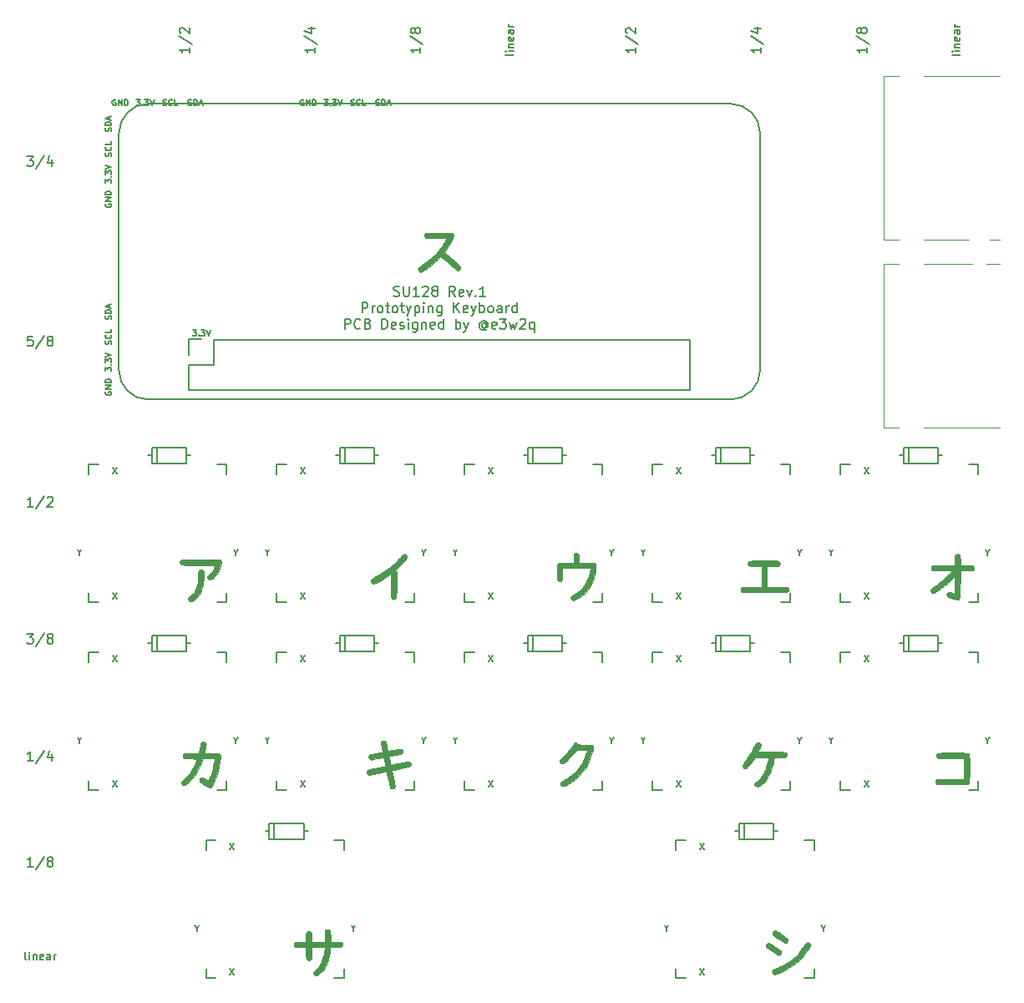
<source format=gto>
G04 #@! TF.GenerationSoftware,KiCad,Pcbnew,(5.0.2)-1*
G04 #@! TF.CreationDate,2019-04-05T23:19:43+09:00*
G04 #@! TF.ProjectId,su128,73753132-382e-46b6-9963-61645f706362,rev?*
G04 #@! TF.SameCoordinates,PX23f4e34PY3256d7c*
G04 #@! TF.FileFunction,Legend,Top*
G04 #@! TF.FilePolarity,Positive*
%FSLAX46Y46*%
G04 Gerber Fmt 4.6, Leading zero omitted, Abs format (unit mm)*
G04 Created by KiCad (PCBNEW (5.0.2)-1) date 2019/04/05 23:19:43*
%MOMM*%
%LPD*%
G01*
G04 APERTURE LIST*
%ADD10C,0.150000*%
%ADD11C,0.200000*%
%ADD12C,0.120000*%
%ADD13C,0.010000*%
%ADD14C,1.800000*%
%ADD15R,1.800000X1.800000*%
%ADD16O,2.127200X2.127200*%
%ADD17R,2.127200X2.127200*%
%ADD18C,3.000000*%
%ADD19O,2.100000X2.100000*%
%ADD20C,2.100000*%
%ADD21C,1.797000*%
%ADD22C,2.400000*%
%ADD23C,3.650000*%
%ADD24C,1.900000*%
%ADD25C,3.448000*%
%ADD26C,4.387800*%
%ADD27C,3.400000*%
%ADD28C,2.300000*%
%ADD29C,4.500000*%
G04 APERTURE END LIST*
D10*
X85524905Y-77061920D02*
X85924905Y-77661920D01*
X85924905Y-77061920D02*
X85524905Y-77661920D01*
X85524905Y-64361920D02*
X85924905Y-64961920D01*
X85924905Y-64361920D02*
X85524905Y-64961920D01*
X85524905Y-58011920D02*
X85924905Y-58611920D01*
X85924905Y-58011920D02*
X85524905Y-58611920D01*
X85524905Y-45311920D02*
X85924905Y-45911920D01*
X85924905Y-45311920D02*
X85524905Y-45911920D01*
X66474905Y-45311920D02*
X66874905Y-45911920D01*
X66874905Y-45311920D02*
X66474905Y-45911920D01*
X66474905Y-58011920D02*
X66874905Y-58611920D01*
X66874905Y-58011920D02*
X66474905Y-58611920D01*
X66474905Y-64361920D02*
X66874905Y-64961920D01*
X66874905Y-64361920D02*
X66474905Y-64961920D01*
X66474905Y-77061920D02*
X66874905Y-77661920D01*
X66874905Y-77061920D02*
X66474905Y-77661920D01*
X47424905Y-77061920D02*
X47824905Y-77661920D01*
X47824905Y-77061920D02*
X47424905Y-77661920D01*
X47424905Y-64361920D02*
X47824905Y-64961920D01*
X47824905Y-64361920D02*
X47424905Y-64961920D01*
X47424905Y-58011920D02*
X47824905Y-58611920D01*
X47824905Y-58011920D02*
X47424905Y-58611920D01*
X47424905Y-45311920D02*
X47824905Y-45911920D01*
X47824905Y-45311920D02*
X47424905Y-45911920D01*
X28374905Y-45311920D02*
X28774905Y-45911920D01*
X28774905Y-45311920D02*
X28374905Y-45911920D01*
X28374905Y-58011920D02*
X28774905Y-58611920D01*
X28774905Y-58011920D02*
X28374905Y-58611920D01*
X28374905Y-64361920D02*
X28774905Y-64961920D01*
X28774905Y-64361920D02*
X28374905Y-64961920D01*
X28374905Y-77061920D02*
X28774905Y-77661920D01*
X28774905Y-77061920D02*
X28374905Y-77661920D01*
X9324905Y-64361920D02*
X9724905Y-64961920D01*
X9724905Y-64361920D02*
X9324905Y-64961920D01*
X9324905Y-77061920D02*
X9724905Y-77661920D01*
X9724905Y-77061920D02*
X9324905Y-77661920D01*
X21231155Y-96111920D02*
X21631155Y-96711920D01*
X21631155Y-96111920D02*
X21231155Y-96711920D01*
X21231155Y-83411920D02*
X21631155Y-84011920D01*
X21631155Y-83411920D02*
X21231155Y-84011920D01*
X68856155Y-83411920D02*
X69256155Y-84011920D01*
X69256155Y-83411920D02*
X68856155Y-84011920D01*
X68856155Y-96111920D02*
X69256155Y-96711920D01*
X69256155Y-96111920D02*
X68856155Y-96711920D01*
X81359280Y-92060581D02*
X81359280Y-92346295D01*
X81159280Y-91746295D02*
X81359280Y-92060581D01*
X81559280Y-91746295D01*
X65484280Y-92060581D02*
X65484280Y-92346295D01*
X65284280Y-91746295D02*
X65484280Y-92060581D01*
X65684280Y-91746295D01*
X33734280Y-92060581D02*
X33734280Y-92346295D01*
X33534280Y-91746295D02*
X33734280Y-92060581D01*
X33934280Y-91746295D01*
X17859280Y-92060581D02*
X17859280Y-92346295D01*
X17659280Y-91746295D02*
X17859280Y-92060581D01*
X18059280Y-91746295D01*
X5953030Y-73010581D02*
X5953030Y-73296295D01*
X5753030Y-72696295D02*
X5953030Y-73010581D01*
X6153030Y-72696295D01*
X21828030Y-73010581D02*
X21828030Y-73296295D01*
X21628030Y-72696295D02*
X21828030Y-73010581D01*
X22028030Y-72696295D01*
X25003030Y-73010581D02*
X25003030Y-73296295D01*
X24803030Y-72696295D02*
X25003030Y-73010581D01*
X25203030Y-72696295D01*
X40878030Y-73010581D02*
X40878030Y-73296295D01*
X40678030Y-72696295D02*
X40878030Y-73010581D01*
X41078030Y-72696295D01*
X44053030Y-73010581D02*
X44053030Y-73296295D01*
X43853030Y-72696295D02*
X44053030Y-73010581D01*
X44253030Y-72696295D01*
X59928030Y-73010581D02*
X59928030Y-73296295D01*
X59728030Y-72696295D02*
X59928030Y-73010581D01*
X60128030Y-72696295D01*
X63103030Y-73010581D02*
X63103030Y-73296295D01*
X62903030Y-72696295D02*
X63103030Y-73010581D01*
X63303030Y-72696295D01*
X78978030Y-73010581D02*
X78978030Y-73296295D01*
X78778030Y-72696295D02*
X78978030Y-73010581D01*
X79178030Y-72696295D01*
X82153030Y-73010581D02*
X82153030Y-73296295D01*
X81953030Y-72696295D02*
X82153030Y-73010581D01*
X82353030Y-72696295D01*
X98028030Y-73010581D02*
X98028030Y-73296295D01*
X97828030Y-72696295D02*
X98028030Y-73010581D01*
X98228030Y-72696295D01*
X98028030Y-53960581D02*
X98028030Y-54246295D01*
X97828030Y-53646295D02*
X98028030Y-53960581D01*
X98228030Y-53646295D01*
X82153030Y-53960581D02*
X82153030Y-54246295D01*
X81953030Y-53646295D02*
X82153030Y-53960581D01*
X82353030Y-53646295D01*
X78978030Y-53960581D02*
X78978030Y-54246295D01*
X78778030Y-53646295D02*
X78978030Y-53960581D01*
X79178030Y-53646295D01*
X63103030Y-53960581D02*
X63103030Y-54246295D01*
X62903030Y-53646295D02*
X63103030Y-53960581D01*
X63303030Y-53646295D01*
X59928030Y-53960581D02*
X59928030Y-54246295D01*
X59728030Y-53646295D02*
X59928030Y-53960581D01*
X60128030Y-53646295D01*
X44053030Y-53960581D02*
X44053030Y-54246295D01*
X43853030Y-53646295D02*
X44053030Y-53960581D01*
X44253030Y-53646295D01*
X40878030Y-53960581D02*
X40878030Y-54246295D01*
X40678030Y-53646295D02*
X40878030Y-53960581D01*
X41078030Y-53646295D01*
X25003030Y-53960581D02*
X25003030Y-54246295D01*
X24803030Y-53646295D02*
X25003030Y-53960581D01*
X25203030Y-53646295D01*
X21828030Y-53960581D02*
X21828030Y-54246295D01*
X21628030Y-53646295D02*
X21828030Y-53960581D01*
X22028030Y-53646295D01*
X5953030Y-53960581D02*
X5953030Y-54246295D01*
X5753030Y-53646295D02*
X5953030Y-53960581D01*
X6153030Y-53646295D01*
X9324905Y-58011920D02*
X9724905Y-58611920D01*
X9724905Y-58011920D02*
X9324905Y-58611920D01*
X9324905Y-45311920D02*
X9724905Y-45911920D01*
X9724905Y-45311920D02*
X9324905Y-45911920D01*
D11*
X17121035Y-2698527D02*
X17121035Y-3269956D01*
X17121035Y-2984242D02*
X16121035Y-2984242D01*
X16263893Y-3079480D01*
X16359131Y-3174718D01*
X16406750Y-3269956D01*
X16073416Y-1555670D02*
X17359131Y-2412813D01*
X16216274Y-1269956D02*
X16168655Y-1222337D01*
X16121035Y-1127099D01*
X16121035Y-889003D01*
X16168655Y-793765D01*
X16216274Y-746146D01*
X16311512Y-698527D01*
X16406750Y-698527D01*
X16549607Y-746146D01*
X17121035Y-1317575D01*
X17121035Y-698527D01*
X29821035Y-2698527D02*
X29821035Y-3269956D01*
X29821035Y-2984242D02*
X28821035Y-2984242D01*
X28963893Y-3079480D01*
X29059131Y-3174718D01*
X29106750Y-3269956D01*
X28773416Y-1555670D02*
X30059131Y-2412813D01*
X29154369Y-793765D02*
X29821035Y-793765D01*
X28773416Y-1031861D02*
X29487702Y-1269956D01*
X29487702Y-650908D01*
X40536660Y-2698527D02*
X40536660Y-3269956D01*
X40536660Y-2984242D02*
X39536660Y-2984242D01*
X39679518Y-3079480D01*
X39774756Y-3174718D01*
X39822375Y-3269956D01*
X39489041Y-1555670D02*
X40774756Y-2412813D01*
X39965232Y-1079480D02*
X39917613Y-1174718D01*
X39869994Y-1222337D01*
X39774756Y-1269956D01*
X39727137Y-1269956D01*
X39631899Y-1222337D01*
X39584280Y-1174718D01*
X39536660Y-1079480D01*
X39536660Y-889003D01*
X39584280Y-793765D01*
X39631899Y-746146D01*
X39727137Y-698527D01*
X39774756Y-698527D01*
X39869994Y-746146D01*
X39917613Y-793765D01*
X39965232Y-889003D01*
X39965232Y-1079480D01*
X40012851Y-1174718D01*
X40060470Y-1222337D01*
X40155708Y-1269956D01*
X40346184Y-1269956D01*
X40441422Y-1222337D01*
X40489041Y-1174718D01*
X40536660Y-1079480D01*
X40536660Y-889003D01*
X40489041Y-793765D01*
X40441422Y-746146D01*
X40346184Y-698527D01*
X40155708Y-698527D01*
X40060470Y-746146D01*
X40012851Y-793765D01*
X39965232Y-889003D01*
D10*
X49971184Y-3393765D02*
X49933089Y-3469956D01*
X49856899Y-3508051D01*
X49171184Y-3508051D01*
X49971184Y-3089003D02*
X49437851Y-3089003D01*
X49171184Y-3089003D02*
X49209280Y-3127099D01*
X49247375Y-3089003D01*
X49209280Y-3050908D01*
X49171184Y-3089003D01*
X49247375Y-3089003D01*
X49437851Y-2708051D02*
X49971184Y-2708051D01*
X49514041Y-2708051D02*
X49475946Y-2669956D01*
X49437851Y-2593765D01*
X49437851Y-2479480D01*
X49475946Y-2403289D01*
X49552137Y-2365194D01*
X49971184Y-2365194D01*
X49933089Y-1679480D02*
X49971184Y-1755670D01*
X49971184Y-1908051D01*
X49933089Y-1984242D01*
X49856899Y-2022337D01*
X49552137Y-2022337D01*
X49475946Y-1984242D01*
X49437851Y-1908051D01*
X49437851Y-1755670D01*
X49475946Y-1679480D01*
X49552137Y-1641384D01*
X49628327Y-1641384D01*
X49704518Y-2022337D01*
X49971184Y-955670D02*
X49552137Y-955670D01*
X49475946Y-993765D01*
X49437851Y-1069956D01*
X49437851Y-1222337D01*
X49475946Y-1298527D01*
X49933089Y-955670D02*
X49971184Y-1031861D01*
X49971184Y-1222337D01*
X49933089Y-1298527D01*
X49856899Y-1336622D01*
X49780708Y-1336622D01*
X49704518Y-1298527D01*
X49666422Y-1222337D01*
X49666422Y-1031861D01*
X49628327Y-955670D01*
X49971184Y-574718D02*
X49437851Y-574718D01*
X49590232Y-574718D02*
X49514041Y-536622D01*
X49475946Y-498527D01*
X49437851Y-422337D01*
X49437851Y-346146D01*
D11*
X62364785Y-2698527D02*
X62364785Y-3269956D01*
X62364785Y-2984242D02*
X61364785Y-2984242D01*
X61507643Y-3079480D01*
X61602881Y-3174718D01*
X61650500Y-3269956D01*
X61317166Y-1555670D02*
X62602881Y-2412813D01*
X61460024Y-1269956D02*
X61412405Y-1222337D01*
X61364785Y-1127099D01*
X61364785Y-889003D01*
X61412405Y-793765D01*
X61460024Y-746146D01*
X61555262Y-698527D01*
X61650500Y-698527D01*
X61793357Y-746146D01*
X62364785Y-1317575D01*
X62364785Y-698527D01*
X85780410Y-2698527D02*
X85780410Y-3269956D01*
X85780410Y-2984242D02*
X84780410Y-2984242D01*
X84923268Y-3079480D01*
X85018506Y-3174718D01*
X85066125Y-3269956D01*
X84732791Y-1555670D02*
X86018506Y-2412813D01*
X85208982Y-1079480D02*
X85161363Y-1174718D01*
X85113744Y-1222337D01*
X85018506Y-1269956D01*
X84970887Y-1269956D01*
X84875649Y-1222337D01*
X84828030Y-1174718D01*
X84780410Y-1079480D01*
X84780410Y-889003D01*
X84828030Y-793765D01*
X84875649Y-746146D01*
X84970887Y-698527D01*
X85018506Y-698527D01*
X85113744Y-746146D01*
X85161363Y-793765D01*
X85208982Y-889003D01*
X85208982Y-1079480D01*
X85256601Y-1174718D01*
X85304220Y-1222337D01*
X85399458Y-1269956D01*
X85589934Y-1269956D01*
X85685172Y-1222337D01*
X85732791Y-1174718D01*
X85780410Y-1079480D01*
X85780410Y-889003D01*
X85732791Y-793765D01*
X85685172Y-746146D01*
X85589934Y-698527D01*
X85399458Y-698527D01*
X85304220Y-746146D01*
X85256601Y-793765D01*
X85208982Y-889003D01*
X75064785Y-2698527D02*
X75064785Y-3269956D01*
X75064785Y-2984242D02*
X74064785Y-2984242D01*
X74207643Y-3079480D01*
X74302881Y-3174718D01*
X74350500Y-3269956D01*
X74017166Y-1555670D02*
X75302881Y-2412813D01*
X74398119Y-793765D02*
X75064785Y-793765D01*
X74017166Y-1031861D02*
X74731452Y-1269956D01*
X74731452Y-650908D01*
D10*
X95214934Y-3393765D02*
X95176839Y-3469956D01*
X95100649Y-3508051D01*
X94414934Y-3508051D01*
X95214934Y-3089003D02*
X94681601Y-3089003D01*
X94414934Y-3089003D02*
X94453030Y-3127099D01*
X94491125Y-3089003D01*
X94453030Y-3050908D01*
X94414934Y-3089003D01*
X94491125Y-3089003D01*
X94681601Y-2708051D02*
X95214934Y-2708051D01*
X94757791Y-2708051D02*
X94719696Y-2669956D01*
X94681601Y-2593765D01*
X94681601Y-2479480D01*
X94719696Y-2403289D01*
X94795887Y-2365194D01*
X95214934Y-2365194D01*
X95176839Y-1679480D02*
X95214934Y-1755670D01*
X95214934Y-1908051D01*
X95176839Y-1984242D01*
X95100649Y-2022337D01*
X94795887Y-2022337D01*
X94719696Y-1984242D01*
X94681601Y-1908051D01*
X94681601Y-1755670D01*
X94719696Y-1679480D01*
X94795887Y-1641384D01*
X94872077Y-1641384D01*
X94948268Y-2022337D01*
X95214934Y-955670D02*
X94795887Y-955670D01*
X94719696Y-993765D01*
X94681601Y-1069956D01*
X94681601Y-1222337D01*
X94719696Y-1298527D01*
X95176839Y-955670D02*
X95214934Y-1031861D01*
X95214934Y-1222337D01*
X95176839Y-1298527D01*
X95100649Y-1336622D01*
X95024458Y-1336622D01*
X94948268Y-1298527D01*
X94910172Y-1222337D01*
X94910172Y-1031861D01*
X94872077Y-955670D01*
X95214934Y-574718D02*
X94681601Y-574718D01*
X94833982Y-574718D02*
X94757791Y-536622D01*
X94719696Y-498527D01*
X94681601Y-422337D01*
X94681601Y-346146D01*
X574756Y-95214896D02*
X498565Y-95176801D01*
X460470Y-95100611D01*
X460470Y-94414896D01*
X879518Y-95214896D02*
X879518Y-94681563D01*
X879518Y-94414896D02*
X841422Y-94452992D01*
X879518Y-94491087D01*
X917613Y-94452992D01*
X879518Y-94414896D01*
X879518Y-94491087D01*
X1260470Y-94681563D02*
X1260470Y-95214896D01*
X1260470Y-94757753D02*
X1298565Y-94719658D01*
X1374756Y-94681563D01*
X1489041Y-94681563D01*
X1565232Y-94719658D01*
X1603327Y-94795849D01*
X1603327Y-95214896D01*
X2289041Y-95176801D02*
X2212851Y-95214896D01*
X2060470Y-95214896D01*
X1984280Y-95176801D01*
X1946184Y-95100611D01*
X1946184Y-94795849D01*
X1984280Y-94719658D01*
X2060470Y-94681563D01*
X2212851Y-94681563D01*
X2289041Y-94719658D01*
X2327137Y-94795849D01*
X2327137Y-94872039D01*
X1946184Y-94948230D01*
X3012851Y-95214896D02*
X3012851Y-94795849D01*
X2974756Y-94719658D01*
X2898565Y-94681563D01*
X2746184Y-94681563D01*
X2669994Y-94719658D01*
X3012851Y-95176801D02*
X2936660Y-95214896D01*
X2746184Y-95214896D01*
X2669994Y-95176801D01*
X2631899Y-95100611D01*
X2631899Y-95024420D01*
X2669994Y-94948230D01*
X2746184Y-94910134D01*
X2936660Y-94910134D01*
X3012851Y-94872039D01*
X3393803Y-95214896D02*
X3393803Y-94681563D01*
X3393803Y-94833944D02*
X3431899Y-94757753D01*
X3469994Y-94719658D01*
X3546184Y-94681563D01*
X3622375Y-94681563D01*
D11*
X650946Y-13739747D02*
X1269994Y-13739747D01*
X936660Y-14120700D01*
X1079518Y-14120700D01*
X1174756Y-14168319D01*
X1222375Y-14215938D01*
X1269994Y-14311176D01*
X1269994Y-14549271D01*
X1222375Y-14644509D01*
X1174756Y-14692128D01*
X1079518Y-14739747D01*
X793803Y-14739747D01*
X698565Y-14692128D01*
X650946Y-14644509D01*
X2412851Y-13692128D02*
X1555708Y-14977843D01*
X3174756Y-14073081D02*
X3174756Y-14739747D01*
X2936660Y-13692128D02*
X2698565Y-14406414D01*
X3317613Y-14406414D01*
X1222375Y-31995997D02*
X746184Y-31995997D01*
X698565Y-32472188D01*
X746184Y-32424569D01*
X841422Y-32376950D01*
X1079518Y-32376950D01*
X1174756Y-32424569D01*
X1222375Y-32472188D01*
X1269994Y-32567426D01*
X1269994Y-32805521D01*
X1222375Y-32900759D01*
X1174756Y-32948378D01*
X1079518Y-32995997D01*
X841422Y-32995997D01*
X746184Y-32948378D01*
X698565Y-32900759D01*
X2412851Y-31948378D02*
X1555708Y-33234093D01*
X2889041Y-32424569D02*
X2793803Y-32376950D01*
X2746184Y-32329331D01*
X2698565Y-32234093D01*
X2698565Y-32186474D01*
X2746184Y-32091236D01*
X2793803Y-32043617D01*
X2889041Y-31995997D01*
X3079518Y-31995997D01*
X3174756Y-32043617D01*
X3222375Y-32091236D01*
X3269994Y-32186474D01*
X3269994Y-32234093D01*
X3222375Y-32329331D01*
X3174756Y-32376950D01*
X3079518Y-32424569D01*
X2889041Y-32424569D01*
X2793803Y-32472188D01*
X2746184Y-32519807D01*
X2698565Y-32615045D01*
X2698565Y-32805521D01*
X2746184Y-32900759D01*
X2793803Y-32948378D01*
X2889041Y-32995997D01*
X3079518Y-32995997D01*
X3174756Y-32948378D01*
X3222375Y-32900759D01*
X3269994Y-32805521D01*
X3269994Y-32615045D01*
X3222375Y-32519807D01*
X3174756Y-32472188D01*
X3079518Y-32424569D01*
X1269994Y-49267872D02*
X698565Y-49267872D01*
X984280Y-49267872D02*
X984280Y-48267872D01*
X889041Y-48410730D01*
X793803Y-48505968D01*
X698565Y-48553587D01*
X2412851Y-48220253D02*
X1555708Y-49505968D01*
X2698565Y-48363111D02*
X2746184Y-48315492D01*
X2841422Y-48267872D01*
X3079518Y-48267872D01*
X3174756Y-48315492D01*
X3222375Y-48363111D01*
X3269994Y-48458349D01*
X3269994Y-48553587D01*
X3222375Y-48696444D01*
X2650946Y-49267872D01*
X3269994Y-49267872D01*
X650946Y-62158497D02*
X1269994Y-62158497D01*
X936660Y-62539450D01*
X1079518Y-62539450D01*
X1174756Y-62587069D01*
X1222375Y-62634688D01*
X1269994Y-62729926D01*
X1269994Y-62968021D01*
X1222375Y-63063259D01*
X1174756Y-63110878D01*
X1079518Y-63158497D01*
X793803Y-63158497D01*
X698565Y-63110878D01*
X650946Y-63063259D01*
X2412851Y-62110878D02*
X1555708Y-63396593D01*
X2889041Y-62587069D02*
X2793803Y-62539450D01*
X2746184Y-62491831D01*
X2698565Y-62396593D01*
X2698565Y-62348974D01*
X2746184Y-62253736D01*
X2793803Y-62206117D01*
X2889041Y-62158497D01*
X3079518Y-62158497D01*
X3174756Y-62206117D01*
X3222375Y-62253736D01*
X3269994Y-62348974D01*
X3269994Y-62396593D01*
X3222375Y-62491831D01*
X3174756Y-62539450D01*
X3079518Y-62587069D01*
X2889041Y-62587069D01*
X2793803Y-62634688D01*
X2746184Y-62682307D01*
X2698565Y-62777545D01*
X2698565Y-62968021D01*
X2746184Y-63063259D01*
X2793803Y-63110878D01*
X2889041Y-63158497D01*
X3079518Y-63158497D01*
X3174756Y-63110878D01*
X3222375Y-63063259D01*
X3269994Y-62968021D01*
X3269994Y-62777545D01*
X3222375Y-62682307D01*
X3174756Y-62634688D01*
X3079518Y-62587069D01*
X1269994Y-75064747D02*
X698565Y-75064747D01*
X984280Y-75064747D02*
X984280Y-74064747D01*
X889041Y-74207605D01*
X793803Y-74302843D01*
X698565Y-74350462D01*
X2412851Y-74017128D02*
X1555708Y-75302843D01*
X3174756Y-74398081D02*
X3174756Y-75064747D01*
X2936660Y-74017128D02*
X2698565Y-74731414D01*
X3317613Y-74731414D01*
X1269994Y-85780372D02*
X698565Y-85780372D01*
X984280Y-85780372D02*
X984280Y-84780372D01*
X889041Y-84923230D01*
X793803Y-85018468D01*
X698565Y-85066087D01*
X2412851Y-84732753D02*
X1555708Y-86018468D01*
X2889041Y-85208944D02*
X2793803Y-85161325D01*
X2746184Y-85113706D01*
X2698565Y-85018468D01*
X2698565Y-84970849D01*
X2746184Y-84875611D01*
X2793803Y-84827992D01*
X2889041Y-84780372D01*
X3079518Y-84780372D01*
X3174756Y-84827992D01*
X3222375Y-84875611D01*
X3269994Y-84970849D01*
X3269994Y-85018468D01*
X3222375Y-85113706D01*
X3174756Y-85161325D01*
X3079518Y-85208944D01*
X2889041Y-85208944D01*
X2793803Y-85256563D01*
X2746184Y-85304182D01*
X2698565Y-85399420D01*
X2698565Y-85589896D01*
X2746184Y-85685134D01*
X2793803Y-85732753D01*
X2889041Y-85780372D01*
X3079518Y-85780372D01*
X3174756Y-85732753D01*
X3222375Y-85685134D01*
X3269994Y-85589896D01*
X3269994Y-85399420D01*
X3222375Y-85304182D01*
X3174756Y-85256563D01*
X3079518Y-85208944D01*
D10*
X37822672Y-27885253D02*
X37965530Y-27932872D01*
X38203625Y-27932872D01*
X38298863Y-27885253D01*
X38346482Y-27837634D01*
X38394101Y-27742396D01*
X38394101Y-27647158D01*
X38346482Y-27551920D01*
X38298863Y-27504301D01*
X38203625Y-27456682D01*
X38013149Y-27409063D01*
X37917910Y-27361444D01*
X37870291Y-27313825D01*
X37822672Y-27218587D01*
X37822672Y-27123349D01*
X37870291Y-27028111D01*
X37917910Y-26980492D01*
X38013149Y-26932872D01*
X38251244Y-26932872D01*
X38394101Y-26980492D01*
X38822672Y-26932872D02*
X38822672Y-27742396D01*
X38870291Y-27837634D01*
X38917910Y-27885253D01*
X39013149Y-27932872D01*
X39203625Y-27932872D01*
X39298863Y-27885253D01*
X39346482Y-27837634D01*
X39394101Y-27742396D01*
X39394101Y-26932872D01*
X40394101Y-27932872D02*
X39822672Y-27932872D01*
X40108387Y-27932872D02*
X40108387Y-26932872D01*
X40013149Y-27075730D01*
X39917910Y-27170968D01*
X39822672Y-27218587D01*
X40775053Y-27028111D02*
X40822672Y-26980492D01*
X40917910Y-26932872D01*
X41156006Y-26932872D01*
X41251244Y-26980492D01*
X41298863Y-27028111D01*
X41346482Y-27123349D01*
X41346482Y-27218587D01*
X41298863Y-27361444D01*
X40727434Y-27932872D01*
X41346482Y-27932872D01*
X41917910Y-27361444D02*
X41822672Y-27313825D01*
X41775053Y-27266206D01*
X41727434Y-27170968D01*
X41727434Y-27123349D01*
X41775053Y-27028111D01*
X41822672Y-26980492D01*
X41917910Y-26932872D01*
X42108387Y-26932872D01*
X42203625Y-26980492D01*
X42251244Y-27028111D01*
X42298863Y-27123349D01*
X42298863Y-27170968D01*
X42251244Y-27266206D01*
X42203625Y-27313825D01*
X42108387Y-27361444D01*
X41917910Y-27361444D01*
X41822672Y-27409063D01*
X41775053Y-27456682D01*
X41727434Y-27551920D01*
X41727434Y-27742396D01*
X41775053Y-27837634D01*
X41822672Y-27885253D01*
X41917910Y-27932872D01*
X42108387Y-27932872D01*
X42203625Y-27885253D01*
X42251244Y-27837634D01*
X42298863Y-27742396D01*
X42298863Y-27551920D01*
X42251244Y-27456682D01*
X42203625Y-27409063D01*
X42108387Y-27361444D01*
X44060768Y-27932872D02*
X43727434Y-27456682D01*
X43489339Y-27932872D02*
X43489339Y-26932872D01*
X43870291Y-26932872D01*
X43965530Y-26980492D01*
X44013149Y-27028111D01*
X44060768Y-27123349D01*
X44060768Y-27266206D01*
X44013149Y-27361444D01*
X43965530Y-27409063D01*
X43870291Y-27456682D01*
X43489339Y-27456682D01*
X44870291Y-27885253D02*
X44775053Y-27932872D01*
X44584577Y-27932872D01*
X44489339Y-27885253D01*
X44441720Y-27790015D01*
X44441720Y-27409063D01*
X44489339Y-27313825D01*
X44584577Y-27266206D01*
X44775053Y-27266206D01*
X44870291Y-27313825D01*
X44917910Y-27409063D01*
X44917910Y-27504301D01*
X44441720Y-27599539D01*
X45251244Y-27266206D02*
X45489339Y-27932872D01*
X45727434Y-27266206D01*
X46108387Y-27837634D02*
X46156006Y-27885253D01*
X46108387Y-27932872D01*
X46060768Y-27885253D01*
X46108387Y-27837634D01*
X46108387Y-27932872D01*
X47108387Y-27932872D02*
X46536958Y-27932872D01*
X46822672Y-27932872D02*
X46822672Y-26932872D01*
X46727434Y-27075730D01*
X46632196Y-27170968D01*
X46536958Y-27218587D01*
X34632196Y-29582872D02*
X34632196Y-28582872D01*
X35013149Y-28582872D01*
X35108387Y-28630492D01*
X35156006Y-28678111D01*
X35203625Y-28773349D01*
X35203625Y-28916206D01*
X35156006Y-29011444D01*
X35108387Y-29059063D01*
X35013149Y-29106682D01*
X34632196Y-29106682D01*
X35632196Y-29582872D02*
X35632196Y-28916206D01*
X35632196Y-29106682D02*
X35679815Y-29011444D01*
X35727434Y-28963825D01*
X35822672Y-28916206D01*
X35917910Y-28916206D01*
X36394101Y-29582872D02*
X36298863Y-29535253D01*
X36251244Y-29487634D01*
X36203625Y-29392396D01*
X36203625Y-29106682D01*
X36251244Y-29011444D01*
X36298863Y-28963825D01*
X36394101Y-28916206D01*
X36536958Y-28916206D01*
X36632196Y-28963825D01*
X36679815Y-29011444D01*
X36727434Y-29106682D01*
X36727434Y-29392396D01*
X36679815Y-29487634D01*
X36632196Y-29535253D01*
X36536958Y-29582872D01*
X36394101Y-29582872D01*
X37013149Y-28916206D02*
X37394101Y-28916206D01*
X37156006Y-28582872D02*
X37156006Y-29440015D01*
X37203625Y-29535253D01*
X37298863Y-29582872D01*
X37394101Y-29582872D01*
X37870291Y-29582872D02*
X37775053Y-29535253D01*
X37727434Y-29487634D01*
X37679815Y-29392396D01*
X37679815Y-29106682D01*
X37727434Y-29011444D01*
X37775053Y-28963825D01*
X37870291Y-28916206D01*
X38013149Y-28916206D01*
X38108387Y-28963825D01*
X38156006Y-29011444D01*
X38203625Y-29106682D01*
X38203625Y-29392396D01*
X38156006Y-29487634D01*
X38108387Y-29535253D01*
X38013149Y-29582872D01*
X37870291Y-29582872D01*
X38489339Y-28916206D02*
X38870291Y-28916206D01*
X38632196Y-28582872D02*
X38632196Y-29440015D01*
X38679815Y-29535253D01*
X38775053Y-29582872D01*
X38870291Y-29582872D01*
X39108387Y-28916206D02*
X39346482Y-29582872D01*
X39584577Y-28916206D02*
X39346482Y-29582872D01*
X39251244Y-29820968D01*
X39203625Y-29868587D01*
X39108387Y-29916206D01*
X39965530Y-28916206D02*
X39965530Y-29916206D01*
X39965530Y-28963825D02*
X40060768Y-28916206D01*
X40251244Y-28916206D01*
X40346482Y-28963825D01*
X40394101Y-29011444D01*
X40441720Y-29106682D01*
X40441720Y-29392396D01*
X40394101Y-29487634D01*
X40346482Y-29535253D01*
X40251244Y-29582872D01*
X40060768Y-29582872D01*
X39965530Y-29535253D01*
X40870291Y-29582872D02*
X40870291Y-28916206D01*
X40870291Y-28582872D02*
X40822672Y-28630492D01*
X40870291Y-28678111D01*
X40917910Y-28630492D01*
X40870291Y-28582872D01*
X40870291Y-28678111D01*
X41346482Y-28916206D02*
X41346482Y-29582872D01*
X41346482Y-29011444D02*
X41394101Y-28963825D01*
X41489339Y-28916206D01*
X41632196Y-28916206D01*
X41727434Y-28963825D01*
X41775053Y-29059063D01*
X41775053Y-29582872D01*
X42679815Y-28916206D02*
X42679815Y-29725730D01*
X42632196Y-29820968D01*
X42584577Y-29868587D01*
X42489339Y-29916206D01*
X42346482Y-29916206D01*
X42251244Y-29868587D01*
X42679815Y-29535253D02*
X42584577Y-29582872D01*
X42394101Y-29582872D01*
X42298863Y-29535253D01*
X42251244Y-29487634D01*
X42203625Y-29392396D01*
X42203625Y-29106682D01*
X42251244Y-29011444D01*
X42298863Y-28963825D01*
X42394101Y-28916206D01*
X42584577Y-28916206D01*
X42679815Y-28963825D01*
X43917910Y-29582872D02*
X43917910Y-28582872D01*
X44489339Y-29582872D02*
X44060768Y-29011444D01*
X44489339Y-28582872D02*
X43917910Y-29154301D01*
X45298863Y-29535253D02*
X45203625Y-29582872D01*
X45013149Y-29582872D01*
X44917910Y-29535253D01*
X44870291Y-29440015D01*
X44870291Y-29059063D01*
X44917910Y-28963825D01*
X45013149Y-28916206D01*
X45203625Y-28916206D01*
X45298863Y-28963825D01*
X45346482Y-29059063D01*
X45346482Y-29154301D01*
X44870291Y-29249539D01*
X45679815Y-28916206D02*
X45917910Y-29582872D01*
X46156006Y-28916206D02*
X45917910Y-29582872D01*
X45822672Y-29820968D01*
X45775053Y-29868587D01*
X45679815Y-29916206D01*
X46536958Y-29582872D02*
X46536958Y-28582872D01*
X46536958Y-28963825D02*
X46632196Y-28916206D01*
X46822672Y-28916206D01*
X46917910Y-28963825D01*
X46965530Y-29011444D01*
X47013149Y-29106682D01*
X47013149Y-29392396D01*
X46965530Y-29487634D01*
X46917910Y-29535253D01*
X46822672Y-29582872D01*
X46632196Y-29582872D01*
X46536958Y-29535253D01*
X47584577Y-29582872D02*
X47489339Y-29535253D01*
X47441720Y-29487634D01*
X47394101Y-29392396D01*
X47394101Y-29106682D01*
X47441720Y-29011444D01*
X47489339Y-28963825D01*
X47584577Y-28916206D01*
X47727434Y-28916206D01*
X47822672Y-28963825D01*
X47870291Y-29011444D01*
X47917910Y-29106682D01*
X47917910Y-29392396D01*
X47870291Y-29487634D01*
X47822672Y-29535253D01*
X47727434Y-29582872D01*
X47584577Y-29582872D01*
X48775053Y-29582872D02*
X48775053Y-29059063D01*
X48727434Y-28963825D01*
X48632196Y-28916206D01*
X48441720Y-28916206D01*
X48346482Y-28963825D01*
X48775053Y-29535253D02*
X48679815Y-29582872D01*
X48441720Y-29582872D01*
X48346482Y-29535253D01*
X48298863Y-29440015D01*
X48298863Y-29344777D01*
X48346482Y-29249539D01*
X48441720Y-29201920D01*
X48679815Y-29201920D01*
X48775053Y-29154301D01*
X49251244Y-29582872D02*
X49251244Y-28916206D01*
X49251244Y-29106682D02*
X49298863Y-29011444D01*
X49346482Y-28963825D01*
X49441720Y-28916206D01*
X49536958Y-28916206D01*
X50298863Y-29582872D02*
X50298863Y-28582872D01*
X50298863Y-29535253D02*
X50203625Y-29582872D01*
X50013149Y-29582872D01*
X49917910Y-29535253D01*
X49870291Y-29487634D01*
X49822672Y-29392396D01*
X49822672Y-29106682D01*
X49870291Y-29011444D01*
X49917910Y-28963825D01*
X50013149Y-28916206D01*
X50203625Y-28916206D01*
X50298863Y-28963825D01*
X32870291Y-31232872D02*
X32870291Y-30232872D01*
X33251244Y-30232872D01*
X33346482Y-30280492D01*
X33394101Y-30328111D01*
X33441720Y-30423349D01*
X33441720Y-30566206D01*
X33394101Y-30661444D01*
X33346482Y-30709063D01*
X33251244Y-30756682D01*
X32870291Y-30756682D01*
X34441720Y-31137634D02*
X34394101Y-31185253D01*
X34251244Y-31232872D01*
X34156006Y-31232872D01*
X34013149Y-31185253D01*
X33917910Y-31090015D01*
X33870291Y-30994777D01*
X33822672Y-30804301D01*
X33822672Y-30661444D01*
X33870291Y-30470968D01*
X33917910Y-30375730D01*
X34013149Y-30280492D01*
X34156006Y-30232872D01*
X34251244Y-30232872D01*
X34394101Y-30280492D01*
X34441720Y-30328111D01*
X35203625Y-30709063D02*
X35346482Y-30756682D01*
X35394101Y-30804301D01*
X35441720Y-30899539D01*
X35441720Y-31042396D01*
X35394101Y-31137634D01*
X35346482Y-31185253D01*
X35251244Y-31232872D01*
X34870291Y-31232872D01*
X34870291Y-30232872D01*
X35203625Y-30232872D01*
X35298863Y-30280492D01*
X35346482Y-30328111D01*
X35394101Y-30423349D01*
X35394101Y-30518587D01*
X35346482Y-30613825D01*
X35298863Y-30661444D01*
X35203625Y-30709063D01*
X34870291Y-30709063D01*
X36632196Y-31232872D02*
X36632196Y-30232872D01*
X36870291Y-30232872D01*
X37013149Y-30280492D01*
X37108387Y-30375730D01*
X37156006Y-30470968D01*
X37203625Y-30661444D01*
X37203625Y-30804301D01*
X37156006Y-30994777D01*
X37108387Y-31090015D01*
X37013149Y-31185253D01*
X36870291Y-31232872D01*
X36632196Y-31232872D01*
X38013149Y-31185253D02*
X37917910Y-31232872D01*
X37727434Y-31232872D01*
X37632196Y-31185253D01*
X37584577Y-31090015D01*
X37584577Y-30709063D01*
X37632196Y-30613825D01*
X37727434Y-30566206D01*
X37917910Y-30566206D01*
X38013149Y-30613825D01*
X38060768Y-30709063D01*
X38060768Y-30804301D01*
X37584577Y-30899539D01*
X38441720Y-31185253D02*
X38536958Y-31232872D01*
X38727434Y-31232872D01*
X38822672Y-31185253D01*
X38870291Y-31090015D01*
X38870291Y-31042396D01*
X38822672Y-30947158D01*
X38727434Y-30899539D01*
X38584577Y-30899539D01*
X38489339Y-30851920D01*
X38441720Y-30756682D01*
X38441720Y-30709063D01*
X38489339Y-30613825D01*
X38584577Y-30566206D01*
X38727434Y-30566206D01*
X38822672Y-30613825D01*
X39298863Y-31232872D02*
X39298863Y-30566206D01*
X39298863Y-30232872D02*
X39251244Y-30280492D01*
X39298863Y-30328111D01*
X39346482Y-30280492D01*
X39298863Y-30232872D01*
X39298863Y-30328111D01*
X40203625Y-30566206D02*
X40203625Y-31375730D01*
X40156006Y-31470968D01*
X40108387Y-31518587D01*
X40013149Y-31566206D01*
X39870291Y-31566206D01*
X39775053Y-31518587D01*
X40203625Y-31185253D02*
X40108387Y-31232872D01*
X39917910Y-31232872D01*
X39822672Y-31185253D01*
X39775053Y-31137634D01*
X39727434Y-31042396D01*
X39727434Y-30756682D01*
X39775053Y-30661444D01*
X39822672Y-30613825D01*
X39917910Y-30566206D01*
X40108387Y-30566206D01*
X40203625Y-30613825D01*
X40679815Y-30566206D02*
X40679815Y-31232872D01*
X40679815Y-30661444D02*
X40727434Y-30613825D01*
X40822672Y-30566206D01*
X40965530Y-30566206D01*
X41060768Y-30613825D01*
X41108387Y-30709063D01*
X41108387Y-31232872D01*
X41965530Y-31185253D02*
X41870291Y-31232872D01*
X41679815Y-31232872D01*
X41584577Y-31185253D01*
X41536958Y-31090015D01*
X41536958Y-30709063D01*
X41584577Y-30613825D01*
X41679815Y-30566206D01*
X41870291Y-30566206D01*
X41965530Y-30613825D01*
X42013149Y-30709063D01*
X42013149Y-30804301D01*
X41536958Y-30899539D01*
X42870291Y-31232872D02*
X42870291Y-30232872D01*
X42870291Y-31185253D02*
X42775053Y-31232872D01*
X42584577Y-31232872D01*
X42489339Y-31185253D01*
X42441720Y-31137634D01*
X42394101Y-31042396D01*
X42394101Y-30756682D01*
X42441720Y-30661444D01*
X42489339Y-30613825D01*
X42584577Y-30566206D01*
X42775053Y-30566206D01*
X42870291Y-30613825D01*
X44108387Y-31232872D02*
X44108387Y-30232872D01*
X44108387Y-30613825D02*
X44203625Y-30566206D01*
X44394101Y-30566206D01*
X44489339Y-30613825D01*
X44536958Y-30661444D01*
X44584577Y-30756682D01*
X44584577Y-31042396D01*
X44536958Y-31137634D01*
X44489339Y-31185253D01*
X44394101Y-31232872D01*
X44203625Y-31232872D01*
X44108387Y-31185253D01*
X44917910Y-30566206D02*
X45156006Y-31232872D01*
X45394101Y-30566206D02*
X45156006Y-31232872D01*
X45060768Y-31470968D01*
X45013149Y-31518587D01*
X44917910Y-31566206D01*
X47156006Y-30756682D02*
X47108387Y-30709063D01*
X47013149Y-30661444D01*
X46917910Y-30661444D01*
X46822672Y-30709063D01*
X46775053Y-30756682D01*
X46727434Y-30851920D01*
X46727434Y-30947158D01*
X46775053Y-31042396D01*
X46822672Y-31090015D01*
X46917910Y-31137634D01*
X47013149Y-31137634D01*
X47108387Y-31090015D01*
X47156006Y-31042396D01*
X47156006Y-30661444D02*
X47156006Y-31042396D01*
X47203625Y-31090015D01*
X47251244Y-31090015D01*
X47346482Y-31042396D01*
X47394101Y-30947158D01*
X47394101Y-30709063D01*
X47298863Y-30566206D01*
X47156006Y-30470968D01*
X46965530Y-30423349D01*
X46775053Y-30470968D01*
X46632196Y-30566206D01*
X46536958Y-30709063D01*
X46489339Y-30899539D01*
X46536958Y-31090015D01*
X46632196Y-31232872D01*
X46775053Y-31328111D01*
X46965530Y-31375730D01*
X47156006Y-31328111D01*
X47298863Y-31232872D01*
X48203625Y-31185253D02*
X48108387Y-31232872D01*
X47917910Y-31232872D01*
X47822672Y-31185253D01*
X47775053Y-31090015D01*
X47775053Y-30709063D01*
X47822672Y-30613825D01*
X47917910Y-30566206D01*
X48108387Y-30566206D01*
X48203625Y-30613825D01*
X48251244Y-30709063D01*
X48251244Y-30804301D01*
X47775053Y-30899539D01*
X48584577Y-30232872D02*
X49203625Y-30232872D01*
X48870291Y-30613825D01*
X49013149Y-30613825D01*
X49108387Y-30661444D01*
X49156006Y-30709063D01*
X49203625Y-30804301D01*
X49203625Y-31042396D01*
X49156006Y-31137634D01*
X49108387Y-31185253D01*
X49013149Y-31232872D01*
X48727434Y-31232872D01*
X48632196Y-31185253D01*
X48584577Y-31137634D01*
X49536958Y-30566206D02*
X49727434Y-31232872D01*
X49917910Y-30756682D01*
X50108387Y-31232872D01*
X50298863Y-30566206D01*
X50632196Y-30328111D02*
X50679815Y-30280492D01*
X50775053Y-30232872D01*
X51013149Y-30232872D01*
X51108387Y-30280492D01*
X51156006Y-30328111D01*
X51203625Y-30423349D01*
X51203625Y-30518587D01*
X51156006Y-30661444D01*
X50584577Y-31232872D01*
X51203625Y-31232872D01*
X52060768Y-30566206D02*
X52060768Y-31566206D01*
X52060768Y-31185253D02*
X51965530Y-31232872D01*
X51775053Y-31232872D01*
X51679815Y-31185253D01*
X51632196Y-31137634D01*
X51584577Y-31042396D01*
X51584577Y-30756682D01*
X51632196Y-30661444D01*
X51679815Y-30613825D01*
X51775053Y-30566206D01*
X51965530Y-30566206D01*
X52060768Y-30613825D01*
D11*
G04 #@! TO.C,D1*
X16806155Y-44052992D02*
X17206155Y-44052992D01*
X13306155Y-44052992D02*
X12906155Y-44052992D01*
X13806155Y-43252992D02*
X13806155Y-44852992D01*
X13306155Y-43252992D02*
X16806155Y-43252992D01*
X16806155Y-43252992D02*
X16806155Y-44852992D01*
X16806155Y-44852992D02*
X13306155Y-44852992D01*
X13306155Y-44852992D02*
X13306155Y-43252992D01*
G04 #@! TO.C,D2*
X35856155Y-44052992D02*
X36256155Y-44052992D01*
X32356155Y-44052992D02*
X31956155Y-44052992D01*
X32856155Y-43252992D02*
X32856155Y-44852992D01*
X32356155Y-43252992D02*
X35856155Y-43252992D01*
X35856155Y-43252992D02*
X35856155Y-44852992D01*
X35856155Y-44852992D02*
X32356155Y-44852992D01*
X32356155Y-44852992D02*
X32356155Y-43252992D01*
G04 #@! TO.C,D3*
X54906155Y-44052992D02*
X55306155Y-44052992D01*
X51406155Y-44052992D02*
X51006155Y-44052992D01*
X51906155Y-43252992D02*
X51906155Y-44852992D01*
X51406155Y-43252992D02*
X54906155Y-43252992D01*
X54906155Y-43252992D02*
X54906155Y-44852992D01*
X54906155Y-44852992D02*
X51406155Y-44852992D01*
X51406155Y-44852992D02*
X51406155Y-43252992D01*
G04 #@! TO.C,D4*
X73956155Y-44052992D02*
X74356155Y-44052992D01*
X70456155Y-44052992D02*
X70056155Y-44052992D01*
X70956155Y-43252992D02*
X70956155Y-44852992D01*
X70456155Y-43252992D02*
X73956155Y-43252992D01*
X73956155Y-43252992D02*
X73956155Y-44852992D01*
X73956155Y-44852992D02*
X70456155Y-44852992D01*
X70456155Y-44852992D02*
X70456155Y-43252992D01*
G04 #@! TO.C,D5*
X93006155Y-44052992D02*
X93406155Y-44052992D01*
X89506155Y-44052992D02*
X89106155Y-44052992D01*
X90006155Y-43252992D02*
X90006155Y-44852992D01*
X89506155Y-43252992D02*
X93006155Y-43252992D01*
X93006155Y-43252992D02*
X93006155Y-44852992D01*
X93006155Y-44852992D02*
X89506155Y-44852992D01*
X89506155Y-44852992D02*
X89506155Y-43252992D01*
G04 #@! TO.C,D6*
X16806155Y-63102992D02*
X17206155Y-63102992D01*
X13306155Y-63102992D02*
X12906155Y-63102992D01*
X13806155Y-62302992D02*
X13806155Y-63902992D01*
X13306155Y-62302992D02*
X16806155Y-62302992D01*
X16806155Y-62302992D02*
X16806155Y-63902992D01*
X16806155Y-63902992D02*
X13306155Y-63902992D01*
X13306155Y-63902992D02*
X13306155Y-62302992D01*
G04 #@! TO.C,D7*
X35856155Y-63102992D02*
X36256155Y-63102992D01*
X32356155Y-63102992D02*
X31956155Y-63102992D01*
X32856155Y-62302992D02*
X32856155Y-63902992D01*
X32356155Y-62302992D02*
X35856155Y-62302992D01*
X35856155Y-62302992D02*
X35856155Y-63902992D01*
X35856155Y-63902992D02*
X32356155Y-63902992D01*
X32356155Y-63902992D02*
X32356155Y-62302992D01*
G04 #@! TO.C,D8*
X54906155Y-63102992D02*
X55306155Y-63102992D01*
X51406155Y-63102992D02*
X51006155Y-63102992D01*
X51906155Y-62302992D02*
X51906155Y-63902992D01*
X51406155Y-62302992D02*
X54906155Y-62302992D01*
X54906155Y-62302992D02*
X54906155Y-63902992D01*
X54906155Y-63902992D02*
X51406155Y-63902992D01*
X51406155Y-63902992D02*
X51406155Y-62302992D01*
G04 #@! TO.C,D9*
X73956155Y-63102992D02*
X74356155Y-63102992D01*
X70456155Y-63102992D02*
X70056155Y-63102992D01*
X70956155Y-62302992D02*
X70956155Y-63902992D01*
X70456155Y-62302992D02*
X73956155Y-62302992D01*
X73956155Y-62302992D02*
X73956155Y-63902992D01*
X73956155Y-63902992D02*
X70456155Y-63902992D01*
X70456155Y-63902992D02*
X70456155Y-62302992D01*
G04 #@! TO.C,D10*
X93006155Y-63102992D02*
X93406155Y-63102992D01*
X89506155Y-63102992D02*
X89106155Y-63102992D01*
X90006155Y-62302992D02*
X90006155Y-63902992D01*
X89506155Y-62302992D02*
X93006155Y-62302992D01*
X93006155Y-62302992D02*
X93006155Y-63902992D01*
X93006155Y-63902992D02*
X89506155Y-63902992D01*
X89506155Y-63902992D02*
X89506155Y-62302992D01*
G04 #@! TO.C,D11*
X28712405Y-82152992D02*
X29112405Y-82152992D01*
X25212405Y-82152992D02*
X24812405Y-82152992D01*
X25712405Y-81352992D02*
X25712405Y-82952992D01*
X25212405Y-81352992D02*
X28712405Y-81352992D01*
X28712405Y-81352992D02*
X28712405Y-82952992D01*
X28712405Y-82952992D02*
X25212405Y-82952992D01*
X25212405Y-82952992D02*
X25212405Y-81352992D01*
G04 #@! TO.C,D12*
X76337405Y-82152992D02*
X76737405Y-82152992D01*
X72837405Y-82152992D02*
X72437405Y-82152992D01*
X73337405Y-81352992D02*
X73337405Y-82952992D01*
X72837405Y-81352992D02*
X76337405Y-81352992D01*
X76337405Y-81352992D02*
X76337405Y-82952992D01*
X76337405Y-82952992D02*
X72837405Y-82952992D01*
X72837405Y-82952992D02*
X72837405Y-81352992D01*
D10*
G04 #@! TO.C,R1*
X17065530Y-32305492D02*
X18335530Y-32305492D01*
X19585530Y-34915492D02*
X19585530Y-32375492D01*
X17045530Y-34915492D02*
X19585530Y-34915492D01*
X17065530Y-33855492D02*
X17065530Y-32305492D01*
X17045530Y-37455492D02*
X17045530Y-34915492D01*
X67845530Y-37455492D02*
X67845530Y-32375492D01*
X19585530Y-32375492D02*
X67845530Y-32375492D01*
X67845530Y-37455492D02*
X17045530Y-37455492D01*
X9965530Y-11415492D02*
X9965530Y-35415492D01*
X12965530Y-8415492D02*
G75*
G03X9965530Y-11415492I0J-3000000D01*
G01*
X74965530Y-11415492D02*
G75*
G03X71965530Y-8415492I-3000000J0D01*
G01*
X12965530Y-8415492D02*
X71965530Y-8415492D01*
X12965530Y-38415492D02*
X71965530Y-38415492D01*
X71965530Y-38415492D02*
G75*
G03X74965530Y-35415492I0J3000000D01*
G01*
X74965530Y-11415492D02*
X74965530Y-35415492D01*
X9965530Y-35415492D02*
G75*
G03X12965530Y-38415492I3000000J0D01*
G01*
D12*
G04 #@! TO.C,J1*
X87471155Y-22210492D02*
X89016155Y-22210492D01*
X87471155Y-5570492D02*
X89016155Y-5570492D01*
X87471155Y-5570492D02*
X87471155Y-22210492D01*
X99221155Y-22210492D02*
X91516155Y-22210492D01*
X99221155Y-5570492D02*
X91516155Y-5570492D01*
G04 #@! TO.C,J2*
X87471155Y-41260492D02*
X89016155Y-41260492D01*
X87471155Y-24620492D02*
X89016155Y-24620492D01*
X87471155Y-24620492D02*
X87471155Y-41260492D01*
X99221155Y-41260492D02*
X91516155Y-41260492D01*
X99221155Y-24620492D02*
X91516155Y-24620492D01*
D10*
G04 #@! TO.C,SW12*
X80421780Y-83090492D02*
X80421780Y-84090492D01*
X66421780Y-83090492D02*
X66421780Y-84090492D01*
X80421780Y-97090492D02*
X80421780Y-96090492D01*
X66421780Y-97090492D02*
X67421780Y-97090492D01*
X66421780Y-96090492D02*
X66421780Y-97090492D01*
X67421780Y-83090492D02*
X66421780Y-83090492D01*
X79421780Y-83090492D02*
X80421780Y-83090492D01*
X79421780Y-97090492D02*
X80421780Y-97090492D01*
G04 #@! TO.C,SW11*
X32796780Y-83090492D02*
X32796780Y-84090492D01*
X18796780Y-83090492D02*
X18796780Y-84090492D01*
X32796780Y-97090492D02*
X32796780Y-96090492D01*
X18796780Y-97090492D02*
X19796780Y-97090492D01*
X18796780Y-96090492D02*
X18796780Y-97090492D01*
X19796780Y-83090492D02*
X18796780Y-83090492D01*
X31796780Y-83090492D02*
X32796780Y-83090492D01*
X31796780Y-97090492D02*
X32796780Y-97090492D01*
G04 #@! TO.C,SW5*
X96090530Y-58990492D02*
X97090530Y-58990492D01*
X97090530Y-44990492D02*
X97090530Y-45990492D01*
X96090530Y-44990492D02*
X97090530Y-44990492D01*
X83090530Y-57990492D02*
X83090530Y-58990492D01*
X97090530Y-58990492D02*
X97090530Y-57990492D01*
X83090530Y-44990492D02*
X83090530Y-45990492D01*
X83090530Y-58990492D02*
X84090530Y-58990492D01*
X83090530Y-44990492D02*
X84090530Y-44990492D01*
G04 #@! TO.C,SW2*
X38940530Y-58990492D02*
X39940530Y-58990492D01*
X39940530Y-44990492D02*
X39940530Y-45990492D01*
X38940530Y-44990492D02*
X39940530Y-44990492D01*
X25940530Y-57990492D02*
X25940530Y-58990492D01*
X39940530Y-58990492D02*
X39940530Y-57990492D01*
X25940530Y-44990492D02*
X25940530Y-45990492D01*
X25940530Y-58990492D02*
X26940530Y-58990492D01*
X25940530Y-44990492D02*
X26940530Y-44990492D01*
G04 #@! TO.C,SW3*
X57990530Y-58990492D02*
X58990530Y-58990492D01*
X58990530Y-44990492D02*
X58990530Y-45990492D01*
X57990530Y-44990492D02*
X58990530Y-44990492D01*
X44990530Y-57990492D02*
X44990530Y-58990492D01*
X58990530Y-58990492D02*
X58990530Y-57990492D01*
X44990530Y-44990492D02*
X44990530Y-45990492D01*
X44990530Y-58990492D02*
X45990530Y-58990492D01*
X44990530Y-44990492D02*
X45990530Y-44990492D01*
G04 #@! TO.C,SW4*
X77040530Y-58990492D02*
X78040530Y-58990492D01*
X78040530Y-44990492D02*
X78040530Y-45990492D01*
X77040530Y-44990492D02*
X78040530Y-44990492D01*
X64040530Y-57990492D02*
X64040530Y-58990492D01*
X78040530Y-58990492D02*
X78040530Y-57990492D01*
X64040530Y-44990492D02*
X64040530Y-45990492D01*
X64040530Y-58990492D02*
X65040530Y-58990492D01*
X64040530Y-44990492D02*
X65040530Y-44990492D01*
G04 #@! TO.C,SW7*
X38940530Y-78040492D02*
X39940530Y-78040492D01*
X39940530Y-64040492D02*
X39940530Y-65040492D01*
X38940530Y-64040492D02*
X39940530Y-64040492D01*
X25940530Y-77040492D02*
X25940530Y-78040492D01*
X39940530Y-78040492D02*
X39940530Y-77040492D01*
X25940530Y-64040492D02*
X25940530Y-65040492D01*
X25940530Y-78040492D02*
X26940530Y-78040492D01*
X25940530Y-64040492D02*
X26940530Y-64040492D01*
G04 #@! TO.C,SW8*
X57990530Y-78040492D02*
X58990530Y-78040492D01*
X58990530Y-64040492D02*
X58990530Y-65040492D01*
X57990530Y-64040492D02*
X58990530Y-64040492D01*
X44990530Y-77040492D02*
X44990530Y-78040492D01*
X58990530Y-78040492D02*
X58990530Y-77040492D01*
X44990530Y-64040492D02*
X44990530Y-65040492D01*
X44990530Y-78040492D02*
X45990530Y-78040492D01*
X44990530Y-64040492D02*
X45990530Y-64040492D01*
G04 #@! TO.C,SW9*
X77040530Y-78040492D02*
X78040530Y-78040492D01*
X78040530Y-64040492D02*
X78040530Y-65040492D01*
X77040530Y-64040492D02*
X78040530Y-64040492D01*
X64040530Y-77040492D02*
X64040530Y-78040492D01*
X78040530Y-78040492D02*
X78040530Y-77040492D01*
X64040530Y-64040492D02*
X64040530Y-65040492D01*
X64040530Y-78040492D02*
X65040530Y-78040492D01*
X64040530Y-64040492D02*
X65040530Y-64040492D01*
G04 #@! TO.C,SW10*
X96090530Y-78040492D02*
X97090530Y-78040492D01*
X97090530Y-64040492D02*
X97090530Y-65040492D01*
X96090530Y-64040492D02*
X97090530Y-64040492D01*
X83090530Y-77040492D02*
X83090530Y-78040492D01*
X97090530Y-78040492D02*
X97090530Y-77040492D01*
X83090530Y-64040492D02*
X83090530Y-65040492D01*
X83090530Y-78040492D02*
X84090530Y-78040492D01*
X83090530Y-64040492D02*
X84090530Y-64040492D01*
G04 #@! TO.C,SW1*
X19890530Y-58990492D02*
X20890530Y-58990492D01*
X20890530Y-44990492D02*
X20890530Y-45990492D01*
X19890530Y-44990492D02*
X20890530Y-44990492D01*
X6890530Y-57990492D02*
X6890530Y-58990492D01*
X20890530Y-58990492D02*
X20890530Y-57990492D01*
X6890530Y-44990492D02*
X6890530Y-45990492D01*
X6890530Y-58990492D02*
X7890530Y-58990492D01*
X6890530Y-44990492D02*
X7890530Y-44990492D01*
G04 #@! TO.C,SW6*
X19890530Y-78040492D02*
X20890530Y-78040492D01*
X20890530Y-64040492D02*
X20890530Y-65040492D01*
X19890530Y-64040492D02*
X20890530Y-64040492D01*
X6890530Y-77040492D02*
X6890530Y-78040492D01*
X20890530Y-78040492D02*
X20890530Y-77040492D01*
X6890530Y-64040492D02*
X6890530Y-65040492D01*
X6890530Y-78040492D02*
X7890530Y-78040492D01*
X6890530Y-64040492D02*
X7890530Y-64040492D01*
D13*
G04 #@! TO.C,G\002A\002A\002A*
G36*
X17759164Y-54640669D02*
X18084781Y-54641290D01*
X18270485Y-54641750D01*
X18601751Y-54642637D01*
X18893308Y-54643478D01*
X19147780Y-54644339D01*
X19367790Y-54645285D01*
X19555963Y-54646381D01*
X19714921Y-54647691D01*
X19847290Y-54649281D01*
X19955693Y-54651215D01*
X20042753Y-54653559D01*
X20111095Y-54656377D01*
X20163343Y-54659735D01*
X20202120Y-54663697D01*
X20230050Y-54668328D01*
X20249758Y-54673694D01*
X20263867Y-54679858D01*
X20275000Y-54686886D01*
X20281303Y-54691515D01*
X20350043Y-54766277D01*
X20383576Y-54862436D01*
X20382346Y-54981545D01*
X20375391Y-55021371D01*
X20300464Y-55314576D01*
X20201183Y-55591895D01*
X20080211Y-55848424D01*
X19940211Y-56079260D01*
X19783845Y-56279500D01*
X19613775Y-56444241D01*
X19594195Y-56460104D01*
X19473495Y-56549823D01*
X19363119Y-56619886D01*
X19268970Y-56667012D01*
X19196952Y-56687920D01*
X19182900Y-56688663D01*
X19128946Y-56679561D01*
X19069277Y-56659405D01*
X18982542Y-56600933D01*
X18929257Y-56517755D01*
X18912322Y-56421003D01*
X18926629Y-56313619D01*
X18972717Y-56229450D01*
X19055335Y-56160368D01*
X19069698Y-56151666D01*
X19222838Y-56041379D01*
X19369549Y-55896827D01*
X19503874Y-55726077D01*
X19619853Y-55537193D01*
X19711529Y-55338242D01*
X19747376Y-55234283D01*
X19761841Y-55186658D01*
X18040623Y-55186579D01*
X17730355Y-55186538D01*
X17459601Y-55186401D01*
X17225545Y-55186103D01*
X17025367Y-55185580D01*
X16856250Y-55184765D01*
X16715376Y-55183593D01*
X16599925Y-55182000D01*
X16507080Y-55179920D01*
X16434023Y-55177288D01*
X16377936Y-55174039D01*
X16336000Y-55170107D01*
X16305398Y-55165427D01*
X16283310Y-55159935D01*
X16266919Y-55153564D01*
X16253407Y-55146250D01*
X16251641Y-55145182D01*
X16174792Y-55075908D01*
X16130503Y-54987400D01*
X16120983Y-54889622D01*
X16148442Y-54792536D01*
X16166582Y-54761472D01*
X16211282Y-54707781D01*
X16259276Y-54667692D01*
X16267124Y-54663225D01*
X16284746Y-54658517D01*
X16319377Y-54654410D01*
X16373217Y-54650882D01*
X16448462Y-54647910D01*
X16547310Y-54645469D01*
X16671960Y-54643536D01*
X16824609Y-54642088D01*
X17007457Y-54641101D01*
X17222699Y-54640551D01*
X17472536Y-54640415D01*
X17759164Y-54640669D01*
X17759164Y-54640669D01*
G37*
X17759164Y-54640669D02*
X18084781Y-54641290D01*
X18270485Y-54641750D01*
X18601751Y-54642637D01*
X18893308Y-54643478D01*
X19147780Y-54644339D01*
X19367790Y-54645285D01*
X19555963Y-54646381D01*
X19714921Y-54647691D01*
X19847290Y-54649281D01*
X19955693Y-54651215D01*
X20042753Y-54653559D01*
X20111095Y-54656377D01*
X20163343Y-54659735D01*
X20202120Y-54663697D01*
X20230050Y-54668328D01*
X20249758Y-54673694D01*
X20263867Y-54679858D01*
X20275000Y-54686886D01*
X20281303Y-54691515D01*
X20350043Y-54766277D01*
X20383576Y-54862436D01*
X20382346Y-54981545D01*
X20375391Y-55021371D01*
X20300464Y-55314576D01*
X20201183Y-55591895D01*
X20080211Y-55848424D01*
X19940211Y-56079260D01*
X19783845Y-56279500D01*
X19613775Y-56444241D01*
X19594195Y-56460104D01*
X19473495Y-56549823D01*
X19363119Y-56619886D01*
X19268970Y-56667012D01*
X19196952Y-56687920D01*
X19182900Y-56688663D01*
X19128946Y-56679561D01*
X19069277Y-56659405D01*
X18982542Y-56600933D01*
X18929257Y-56517755D01*
X18912322Y-56421003D01*
X18926629Y-56313619D01*
X18972717Y-56229450D01*
X19055335Y-56160368D01*
X19069698Y-56151666D01*
X19222838Y-56041379D01*
X19369549Y-55896827D01*
X19503874Y-55726077D01*
X19619853Y-55537193D01*
X19711529Y-55338242D01*
X19747376Y-55234283D01*
X19761841Y-55186658D01*
X18040623Y-55186579D01*
X17730355Y-55186538D01*
X17459601Y-55186401D01*
X17225545Y-55186103D01*
X17025367Y-55185580D01*
X16856250Y-55184765D01*
X16715376Y-55183593D01*
X16599925Y-55182000D01*
X16507080Y-55179920D01*
X16434023Y-55177288D01*
X16377936Y-55174039D01*
X16336000Y-55170107D01*
X16305398Y-55165427D01*
X16283310Y-55159935D01*
X16266919Y-55153564D01*
X16253407Y-55146250D01*
X16251641Y-55145182D01*
X16174792Y-55075908D01*
X16130503Y-54987400D01*
X16120983Y-54889622D01*
X16148442Y-54792536D01*
X16166582Y-54761472D01*
X16211282Y-54707781D01*
X16259276Y-54667692D01*
X16267124Y-54663225D01*
X16284746Y-54658517D01*
X16319377Y-54654410D01*
X16373217Y-54650882D01*
X16448462Y-54647910D01*
X16547310Y-54645469D01*
X16671960Y-54643536D01*
X16824609Y-54642088D01*
X17007457Y-54641101D01*
X17222699Y-54640551D01*
X17472536Y-54640415D01*
X17759164Y-54640669D01*
G36*
X18411377Y-55669186D02*
X18490256Y-55727882D01*
X18541905Y-55782985D01*
X18540154Y-56283863D01*
X18538787Y-56463598D01*
X18535724Y-56609812D01*
X18530427Y-56731304D01*
X18522359Y-56836871D01*
X18510983Y-56935310D01*
X18495763Y-57035418D01*
X18493421Y-57049325D01*
X18419985Y-57398467D01*
X18324231Y-57712183D01*
X18205745Y-57991271D01*
X18064117Y-58236528D01*
X17898934Y-58448753D01*
X17709786Y-58628743D01*
X17656962Y-58670110D01*
X17511544Y-58769859D01*
X17385825Y-58834788D01*
X17276811Y-58865818D01*
X17181512Y-58863866D01*
X17110896Y-58837974D01*
X17037434Y-58776571D01*
X16996315Y-58689045D01*
X16986155Y-58598091D01*
X17000487Y-58498017D01*
X17046502Y-58419301D01*
X17128729Y-58355090D01*
X17156797Y-58339824D01*
X17238213Y-58287097D01*
X17333075Y-58208103D01*
X17431885Y-58112152D01*
X17525144Y-58008550D01*
X17603353Y-57906609D01*
X17612249Y-57893468D01*
X17719488Y-57703837D01*
X17813028Y-57480649D01*
X17890547Y-57231124D01*
X17949721Y-56962484D01*
X17981426Y-56746239D01*
X17990033Y-56651219D01*
X17997914Y-56526983D01*
X18004410Y-56386645D01*
X18008866Y-56243323D01*
X18010140Y-56173313D01*
X18012237Y-56039545D01*
X18015062Y-55941058D01*
X18019470Y-55870800D01*
X18026316Y-55821717D01*
X18036455Y-55786759D01*
X18050743Y-55758873D01*
X18062524Y-55741389D01*
X18132318Y-55676803D01*
X18220839Y-55643017D01*
X18317415Y-55640365D01*
X18411377Y-55669186D01*
X18411377Y-55669186D01*
G37*
X18411377Y-55669186D02*
X18490256Y-55727882D01*
X18541905Y-55782985D01*
X18540154Y-56283863D01*
X18538787Y-56463598D01*
X18535724Y-56609812D01*
X18530427Y-56731304D01*
X18522359Y-56836871D01*
X18510983Y-56935310D01*
X18495763Y-57035418D01*
X18493421Y-57049325D01*
X18419985Y-57398467D01*
X18324231Y-57712183D01*
X18205745Y-57991271D01*
X18064117Y-58236528D01*
X17898934Y-58448753D01*
X17709786Y-58628743D01*
X17656962Y-58670110D01*
X17511544Y-58769859D01*
X17385825Y-58834788D01*
X17276811Y-58865818D01*
X17181512Y-58863866D01*
X17110896Y-58837974D01*
X17037434Y-58776571D01*
X16996315Y-58689045D01*
X16986155Y-58598091D01*
X17000487Y-58498017D01*
X17046502Y-58419301D01*
X17128729Y-58355090D01*
X17156797Y-58339824D01*
X17238213Y-58287097D01*
X17333075Y-58208103D01*
X17431885Y-58112152D01*
X17525144Y-58008550D01*
X17603353Y-57906609D01*
X17612249Y-57893468D01*
X17719488Y-57703837D01*
X17813028Y-57480649D01*
X17890547Y-57231124D01*
X17949721Y-56962484D01*
X17981426Y-56746239D01*
X17990033Y-56651219D01*
X17997914Y-56526983D01*
X18004410Y-56386645D01*
X18008866Y-56243323D01*
X18010140Y-56173313D01*
X18012237Y-56039545D01*
X18015062Y-55941058D01*
X18019470Y-55870800D01*
X18026316Y-55821717D01*
X18036455Y-55786759D01*
X18050743Y-55758873D01*
X18062524Y-55741389D01*
X18132318Y-55676803D01*
X18220839Y-55643017D01*
X18317415Y-55640365D01*
X18411377Y-55669186D01*
G36*
X39011367Y-54087115D02*
X39092605Y-54136667D01*
X39145519Y-54216609D01*
X39168059Y-54324774D01*
X39168742Y-54349772D01*
X39166942Y-54394529D01*
X39158396Y-54433330D01*
X39138512Y-54474604D01*
X39102694Y-54526786D01*
X39046348Y-54598304D01*
X39007271Y-54646105D01*
X38948199Y-54714566D01*
X38864847Y-54806353D01*
X38763166Y-54915161D01*
X38649110Y-55034685D01*
X38528631Y-55158620D01*
X38415963Y-55272388D01*
X37986207Y-55702077D01*
X38037764Y-55778051D01*
X38089322Y-55854024D01*
X38089242Y-57158112D01*
X38089190Y-57425568D01*
X38089001Y-57653976D01*
X38088572Y-57846619D01*
X38087802Y-58006784D01*
X38086587Y-58137754D01*
X38084826Y-58242814D01*
X38082416Y-58325250D01*
X38079255Y-58388345D01*
X38075241Y-58435386D01*
X38070271Y-58469655D01*
X38064243Y-58494439D01*
X38057055Y-58513022D01*
X38048604Y-58528688D01*
X38046446Y-58532266D01*
X37980901Y-58602824D01*
X37893465Y-58646864D01*
X37797360Y-58659901D01*
X37718905Y-58643330D01*
X37652264Y-58599897D01*
X37593162Y-58534332D01*
X37555988Y-58463435D01*
X37552157Y-58448670D01*
X37549678Y-58415487D01*
X37547351Y-58344091D01*
X37545220Y-58238602D01*
X37543330Y-58103139D01*
X37541725Y-57941822D01*
X37540449Y-57758772D01*
X37539547Y-57558108D01*
X37539061Y-57343950D01*
X37538988Y-57221304D01*
X37538835Y-57003978D01*
X37538395Y-56799885D01*
X37537696Y-56612850D01*
X37536768Y-56446699D01*
X37535637Y-56305257D01*
X37534334Y-56192350D01*
X37532886Y-56111803D01*
X37531322Y-56067441D01*
X37530329Y-56059784D01*
X37510825Y-56071278D01*
X37463275Y-56102821D01*
X37394186Y-56150003D01*
X37310066Y-56208413D01*
X37281620Y-56228345D01*
X37143340Y-56322560D01*
X36991139Y-56421240D01*
X36829763Y-56521738D01*
X36663957Y-56621412D01*
X36498466Y-56717615D01*
X36338038Y-56807703D01*
X36187416Y-56889032D01*
X36051348Y-56958955D01*
X35934577Y-57014830D01*
X35841850Y-57054011D01*
X35777913Y-57073852D01*
X35761042Y-57075784D01*
X35651361Y-57057835D01*
X35564498Y-57007151D01*
X35505338Y-56928477D01*
X35478764Y-56826559D01*
X35477775Y-56800617D01*
X35481488Y-56738748D01*
X35495919Y-56687021D01*
X35526003Y-56640657D01*
X35576680Y-56594876D01*
X35652886Y-56544900D01*
X35759558Y-56485949D01*
X35852173Y-56438218D01*
X36378267Y-56150797D01*
X36872299Y-55838147D01*
X37338082Y-55497519D01*
X37779426Y-55126163D01*
X38121424Y-54801145D01*
X38224077Y-54695737D01*
X38332631Y-54579901D01*
X38436273Y-54465448D01*
X38524187Y-54364190D01*
X38550385Y-54332653D01*
X38636101Y-54230622D01*
X38703908Y-54158358D01*
X38760301Y-54111038D01*
X38811773Y-54083839D01*
X38864821Y-54071936D01*
X38903856Y-54070117D01*
X39011367Y-54087115D01*
X39011367Y-54087115D01*
G37*
X39011367Y-54087115D02*
X39092605Y-54136667D01*
X39145519Y-54216609D01*
X39168059Y-54324774D01*
X39168742Y-54349772D01*
X39166942Y-54394529D01*
X39158396Y-54433330D01*
X39138512Y-54474604D01*
X39102694Y-54526786D01*
X39046348Y-54598304D01*
X39007271Y-54646105D01*
X38948199Y-54714566D01*
X38864847Y-54806353D01*
X38763166Y-54915161D01*
X38649110Y-55034685D01*
X38528631Y-55158620D01*
X38415963Y-55272388D01*
X37986207Y-55702077D01*
X38037764Y-55778051D01*
X38089322Y-55854024D01*
X38089242Y-57158112D01*
X38089190Y-57425568D01*
X38089001Y-57653976D01*
X38088572Y-57846619D01*
X38087802Y-58006784D01*
X38086587Y-58137754D01*
X38084826Y-58242814D01*
X38082416Y-58325250D01*
X38079255Y-58388345D01*
X38075241Y-58435386D01*
X38070271Y-58469655D01*
X38064243Y-58494439D01*
X38057055Y-58513022D01*
X38048604Y-58528688D01*
X38046446Y-58532266D01*
X37980901Y-58602824D01*
X37893465Y-58646864D01*
X37797360Y-58659901D01*
X37718905Y-58643330D01*
X37652264Y-58599897D01*
X37593162Y-58534332D01*
X37555988Y-58463435D01*
X37552157Y-58448670D01*
X37549678Y-58415487D01*
X37547351Y-58344091D01*
X37545220Y-58238602D01*
X37543330Y-58103139D01*
X37541725Y-57941822D01*
X37540449Y-57758772D01*
X37539547Y-57558108D01*
X37539061Y-57343950D01*
X37538988Y-57221304D01*
X37538835Y-57003978D01*
X37538395Y-56799885D01*
X37537696Y-56612850D01*
X37536768Y-56446699D01*
X37535637Y-56305257D01*
X37534334Y-56192350D01*
X37532886Y-56111803D01*
X37531322Y-56067441D01*
X37530329Y-56059784D01*
X37510825Y-56071278D01*
X37463275Y-56102821D01*
X37394186Y-56150003D01*
X37310066Y-56208413D01*
X37281620Y-56228345D01*
X37143340Y-56322560D01*
X36991139Y-56421240D01*
X36829763Y-56521738D01*
X36663957Y-56621412D01*
X36498466Y-56717615D01*
X36338038Y-56807703D01*
X36187416Y-56889032D01*
X36051348Y-56958955D01*
X35934577Y-57014830D01*
X35841850Y-57054011D01*
X35777913Y-57073852D01*
X35761042Y-57075784D01*
X35651361Y-57057835D01*
X35564498Y-57007151D01*
X35505338Y-56928477D01*
X35478764Y-56826559D01*
X35477775Y-56800617D01*
X35481488Y-56738748D01*
X35495919Y-56687021D01*
X35526003Y-56640657D01*
X35576680Y-56594876D01*
X35652886Y-56544900D01*
X35759558Y-56485949D01*
X35852173Y-56438218D01*
X36378267Y-56150797D01*
X36872299Y-55838147D01*
X37338082Y-55497519D01*
X37779426Y-55126163D01*
X38121424Y-54801145D01*
X38224077Y-54695737D01*
X38332631Y-54579901D01*
X38436273Y-54465448D01*
X38524187Y-54364190D01*
X38550385Y-54332653D01*
X38636101Y-54230622D01*
X38703908Y-54158358D01*
X38760301Y-54111038D01*
X38811773Y-54083839D01*
X38864821Y-54071936D01*
X38903856Y-54070117D01*
X39011367Y-54087115D01*
G36*
X56387520Y-53968375D02*
X56436826Y-53986203D01*
X56485556Y-54026093D01*
X56495855Y-54036250D01*
X56567822Y-54108217D01*
X56567822Y-54956339D01*
X57356280Y-54963020D01*
X57559705Y-54964797D01*
X57725150Y-54966520D01*
X57856965Y-54968468D01*
X57959501Y-54970917D01*
X58037111Y-54974147D01*
X58094144Y-54978434D01*
X58134952Y-54984057D01*
X58163887Y-54991294D01*
X58185300Y-55000423D01*
X58203541Y-55011721D01*
X58212006Y-55017682D01*
X58260607Y-55060380D01*
X58293306Y-55111917D01*
X58311607Y-55179544D01*
X58317015Y-55270510D01*
X58311035Y-55392067D01*
X58304540Y-55463609D01*
X58260839Y-55822131D01*
X58203769Y-56146595D01*
X58131594Y-56443642D01*
X58042577Y-56719919D01*
X57934982Y-56982068D01*
X57874873Y-57107534D01*
X57688411Y-57436537D01*
X57473839Y-57735191D01*
X57229620Y-58005028D01*
X56954218Y-58247580D01*
X56646096Y-58464379D01*
X56338164Y-58639453D01*
X56203715Y-58702333D01*
X56094643Y-58738444D01*
X56004560Y-58749003D01*
X55927084Y-58735229D01*
X55898556Y-58723355D01*
X55842913Y-58676378D01*
X55798370Y-58602734D01*
X55772155Y-58517913D01*
X55769825Y-58447479D01*
X55787520Y-58379665D01*
X55824634Y-58321099D01*
X55887147Y-58265902D01*
X55981038Y-58208193D01*
X56049238Y-58172744D01*
X56322804Y-58016501D01*
X56583746Y-57828894D01*
X56824524Y-57616501D01*
X57037598Y-57385897D01*
X57197388Y-57171332D01*
X57344743Y-56919681D01*
X57474583Y-56639438D01*
X57582584Y-56342241D01*
X57664417Y-56039726D01*
X57709052Y-55795201D01*
X57721572Y-55706881D01*
X57733096Y-55628000D01*
X57741432Y-55573514D01*
X57742390Y-55567659D01*
X57752097Y-55509451D01*
X54916822Y-55509451D01*
X54916822Y-56657431D01*
X54834645Y-56739607D01*
X54779278Y-56789531D01*
X54732262Y-56814113D01*
X54676188Y-56821608D01*
X54661330Y-56821784D01*
X54568259Y-56805666D01*
X54483969Y-56762683D01*
X54422566Y-56700887D01*
X54409985Y-56678301D01*
X54403411Y-56641822D01*
X54397919Y-56564623D01*
X54393554Y-56448303D01*
X54390359Y-56294460D01*
X54388379Y-56104695D01*
X54387657Y-55880607D01*
X54387655Y-55866171D01*
X54387655Y-55103050D01*
X54459622Y-55031084D01*
X54531588Y-54959117D01*
X56038655Y-54959117D01*
X56038655Y-54544341D01*
X56039164Y-54396406D01*
X56040995Y-54284622D01*
X56044609Y-54202818D01*
X56050462Y-54144820D01*
X56059015Y-54104457D01*
X56070724Y-54075554D01*
X56073903Y-54069895D01*
X56123681Y-54011308D01*
X56193439Y-53977474D01*
X56291775Y-53964655D01*
X56316934Y-53964284D01*
X56387520Y-53968375D01*
X56387520Y-53968375D01*
G37*
X56387520Y-53968375D02*
X56436826Y-53986203D01*
X56485556Y-54026093D01*
X56495855Y-54036250D01*
X56567822Y-54108217D01*
X56567822Y-54956339D01*
X57356280Y-54963020D01*
X57559705Y-54964797D01*
X57725150Y-54966520D01*
X57856965Y-54968468D01*
X57959501Y-54970917D01*
X58037111Y-54974147D01*
X58094144Y-54978434D01*
X58134952Y-54984057D01*
X58163887Y-54991294D01*
X58185300Y-55000423D01*
X58203541Y-55011721D01*
X58212006Y-55017682D01*
X58260607Y-55060380D01*
X58293306Y-55111917D01*
X58311607Y-55179544D01*
X58317015Y-55270510D01*
X58311035Y-55392067D01*
X58304540Y-55463609D01*
X58260839Y-55822131D01*
X58203769Y-56146595D01*
X58131594Y-56443642D01*
X58042577Y-56719919D01*
X57934982Y-56982068D01*
X57874873Y-57107534D01*
X57688411Y-57436537D01*
X57473839Y-57735191D01*
X57229620Y-58005028D01*
X56954218Y-58247580D01*
X56646096Y-58464379D01*
X56338164Y-58639453D01*
X56203715Y-58702333D01*
X56094643Y-58738444D01*
X56004560Y-58749003D01*
X55927084Y-58735229D01*
X55898556Y-58723355D01*
X55842913Y-58676378D01*
X55798370Y-58602734D01*
X55772155Y-58517913D01*
X55769825Y-58447479D01*
X55787520Y-58379665D01*
X55824634Y-58321099D01*
X55887147Y-58265902D01*
X55981038Y-58208193D01*
X56049238Y-58172744D01*
X56322804Y-58016501D01*
X56583746Y-57828894D01*
X56824524Y-57616501D01*
X57037598Y-57385897D01*
X57197388Y-57171332D01*
X57344743Y-56919681D01*
X57474583Y-56639438D01*
X57582584Y-56342241D01*
X57664417Y-56039726D01*
X57709052Y-55795201D01*
X57721572Y-55706881D01*
X57733096Y-55628000D01*
X57741432Y-55573514D01*
X57742390Y-55567659D01*
X57752097Y-55509451D01*
X54916822Y-55509451D01*
X54916822Y-56657431D01*
X54834645Y-56739607D01*
X54779278Y-56789531D01*
X54732262Y-56814113D01*
X54676188Y-56821608D01*
X54661330Y-56821784D01*
X54568259Y-56805666D01*
X54483969Y-56762683D01*
X54422566Y-56700887D01*
X54409985Y-56678301D01*
X54403411Y-56641822D01*
X54397919Y-56564623D01*
X54393554Y-56448303D01*
X54390359Y-56294460D01*
X54388379Y-56104695D01*
X54387657Y-55880607D01*
X54387655Y-55866171D01*
X54387655Y-55103050D01*
X54459622Y-55031084D01*
X54531588Y-54959117D01*
X56038655Y-54959117D01*
X56038655Y-54544341D01*
X56039164Y-54396406D01*
X56040995Y-54284622D01*
X56044609Y-54202818D01*
X56050462Y-54144820D01*
X56059015Y-54104457D01*
X56070724Y-54075554D01*
X56073903Y-54069895D01*
X56123681Y-54011308D01*
X56193439Y-53977474D01*
X56291775Y-53964655D01*
X56316934Y-53964284D01*
X56387520Y-53968375D01*
G36*
X75320590Y-54747528D02*
X75336312Y-54747529D01*
X75617801Y-54747574D01*
X75860073Y-54747737D01*
X76066244Y-54748104D01*
X76239429Y-54748765D01*
X76382746Y-54749809D01*
X76499309Y-54751324D01*
X76592235Y-54753399D01*
X76664641Y-54756122D01*
X76719641Y-54759582D01*
X76760353Y-54763867D01*
X76789891Y-54769066D01*
X76811373Y-54775269D01*
X76827915Y-54782562D01*
X76841470Y-54790326D01*
X76911320Y-54855658D01*
X76954759Y-54943283D01*
X76965203Y-55038541D01*
X76962339Y-55059495D01*
X76939473Y-55119322D01*
X76897753Y-55185312D01*
X76877616Y-55209532D01*
X76806469Y-55287200D01*
X76222729Y-55293449D01*
X75638988Y-55299698D01*
X75638988Y-57414450D01*
X76635914Y-57414450D01*
X76878968Y-57414518D01*
X77083318Y-57414983D01*
X77252594Y-57416234D01*
X77390427Y-57418659D01*
X77500444Y-57422649D01*
X77586278Y-57428593D01*
X77651556Y-57436880D01*
X77699910Y-57447899D01*
X77734968Y-57462040D01*
X77760360Y-57479692D01*
X77779717Y-57501245D01*
X77796668Y-57527087D01*
X77804210Y-57539766D01*
X77827423Y-57601775D01*
X77839655Y-57679918D01*
X77840322Y-57700664D01*
X77836312Y-57764466D01*
X77818798Y-57811736D01*
X77779554Y-57860688D01*
X77758145Y-57882607D01*
X77675969Y-57964783D01*
X73189915Y-57964783D01*
X73117993Y-57916525D01*
X73047088Y-57845136D01*
X73007628Y-57753098D01*
X73003186Y-57651627D01*
X73016352Y-57597575D01*
X73050487Y-57531680D01*
X73096616Y-57476781D01*
X73105810Y-57469284D01*
X73121062Y-57458840D01*
X73138652Y-57450151D01*
X73162436Y-57443028D01*
X73196272Y-57437281D01*
X73244016Y-57432720D01*
X73309526Y-57429157D01*
X73396659Y-57426402D01*
X73509272Y-57424265D01*
X73651221Y-57422557D01*
X73826363Y-57421088D01*
X74038557Y-57419670D01*
X74127101Y-57419120D01*
X75088655Y-57413207D01*
X75088655Y-55297783D01*
X74505520Y-55297783D01*
X74321215Y-55297503D01*
X74174190Y-55296130D01*
X74059397Y-55292860D01*
X73971783Y-55286892D01*
X73906298Y-55277424D01*
X73857890Y-55263655D01*
X73821511Y-55244781D01*
X73792107Y-55220001D01*
X73764629Y-55188514D01*
X73757024Y-55178935D01*
X73724835Y-55109854D01*
X73712461Y-55021402D01*
X73720441Y-54931897D01*
X73747715Y-54862040D01*
X73761998Y-54840139D01*
X73776112Y-54821220D01*
X73793084Y-54805067D01*
X73815936Y-54791460D01*
X73847695Y-54780183D01*
X73891385Y-54771016D01*
X73950031Y-54763742D01*
X74026658Y-54758143D01*
X74124290Y-54754001D01*
X74245953Y-54751097D01*
X74394671Y-54749214D01*
X74573469Y-54748134D01*
X74785371Y-54747638D01*
X75033403Y-54747509D01*
X75320590Y-54747528D01*
X75320590Y-54747528D01*
G37*
X75320590Y-54747528D02*
X75336312Y-54747529D01*
X75617801Y-54747574D01*
X75860073Y-54747737D01*
X76066244Y-54748104D01*
X76239429Y-54748765D01*
X76382746Y-54749809D01*
X76499309Y-54751324D01*
X76592235Y-54753399D01*
X76664641Y-54756122D01*
X76719641Y-54759582D01*
X76760353Y-54763867D01*
X76789891Y-54769066D01*
X76811373Y-54775269D01*
X76827915Y-54782562D01*
X76841470Y-54790326D01*
X76911320Y-54855658D01*
X76954759Y-54943283D01*
X76965203Y-55038541D01*
X76962339Y-55059495D01*
X76939473Y-55119322D01*
X76897753Y-55185312D01*
X76877616Y-55209532D01*
X76806469Y-55287200D01*
X76222729Y-55293449D01*
X75638988Y-55299698D01*
X75638988Y-57414450D01*
X76635914Y-57414450D01*
X76878968Y-57414518D01*
X77083318Y-57414983D01*
X77252594Y-57416234D01*
X77390427Y-57418659D01*
X77500444Y-57422649D01*
X77586278Y-57428593D01*
X77651556Y-57436880D01*
X77699910Y-57447899D01*
X77734968Y-57462040D01*
X77760360Y-57479692D01*
X77779717Y-57501245D01*
X77796668Y-57527087D01*
X77804210Y-57539766D01*
X77827423Y-57601775D01*
X77839655Y-57679918D01*
X77840322Y-57700664D01*
X77836312Y-57764466D01*
X77818798Y-57811736D01*
X77779554Y-57860688D01*
X77758145Y-57882607D01*
X77675969Y-57964783D01*
X73189915Y-57964783D01*
X73117993Y-57916525D01*
X73047088Y-57845136D01*
X73007628Y-57753098D01*
X73003186Y-57651627D01*
X73016352Y-57597575D01*
X73050487Y-57531680D01*
X73096616Y-57476781D01*
X73105810Y-57469284D01*
X73121062Y-57458840D01*
X73138652Y-57450151D01*
X73162436Y-57443028D01*
X73196272Y-57437281D01*
X73244016Y-57432720D01*
X73309526Y-57429157D01*
X73396659Y-57426402D01*
X73509272Y-57424265D01*
X73651221Y-57422557D01*
X73826363Y-57421088D01*
X74038557Y-57419670D01*
X74127101Y-57419120D01*
X75088655Y-57413207D01*
X75088655Y-55297783D01*
X74505520Y-55297783D01*
X74321215Y-55297503D01*
X74174190Y-55296130D01*
X74059397Y-55292860D01*
X73971783Y-55286892D01*
X73906298Y-55277424D01*
X73857890Y-55263655D01*
X73821511Y-55244781D01*
X73792107Y-55220001D01*
X73764629Y-55188514D01*
X73757024Y-55178935D01*
X73724835Y-55109854D01*
X73712461Y-55021402D01*
X73720441Y-54931897D01*
X73747715Y-54862040D01*
X73761998Y-54840139D01*
X73776112Y-54821220D01*
X73793084Y-54805067D01*
X73815936Y-54791460D01*
X73847695Y-54780183D01*
X73891385Y-54771016D01*
X73950031Y-54763742D01*
X74026658Y-54758143D01*
X74124290Y-54754001D01*
X74245953Y-54751097D01*
X74394671Y-54749214D01*
X74573469Y-54748134D01*
X74785371Y-54747638D01*
X75033403Y-54747509D01*
X75320590Y-54747528D01*
G36*
X95021498Y-54072551D02*
X95094748Y-54086435D01*
X95126019Y-54101134D01*
X95160545Y-54129290D01*
X95187352Y-54163144D01*
X95207391Y-54208094D01*
X95221612Y-54269538D01*
X95230963Y-54352874D01*
X95236394Y-54463501D01*
X95238854Y-54606816D01*
X95239322Y-54745357D01*
X95239322Y-55213117D01*
X95837280Y-55213149D01*
X96015460Y-55213412D01*
X96156441Y-55214369D01*
X96265355Y-55216302D01*
X96347334Y-55219495D01*
X96407511Y-55224232D01*
X96451018Y-55230796D01*
X96482987Y-55239471D01*
X96507869Y-55250191D01*
X96583756Y-55310622D01*
X96633602Y-55394870D01*
X96650779Y-55489892D01*
X96647555Y-55525013D01*
X96629481Y-55595075D01*
X96597124Y-55648876D01*
X96540013Y-55702415D01*
X96522342Y-55716322D01*
X96503489Y-55729960D01*
X96483015Y-55740677D01*
X96455903Y-55748823D01*
X96417134Y-55754751D01*
X96361691Y-55758814D01*
X96284556Y-55761363D01*
X96180711Y-55762750D01*
X96045136Y-55763328D01*
X95872816Y-55763449D01*
X95850747Y-55763450D01*
X95240215Y-55763450D01*
X95228739Y-58539552D01*
X95149674Y-58612001D01*
X95095831Y-58656122D01*
X95047531Y-58677229D01*
X94984086Y-58683023D01*
X94959174Y-58682929D01*
X94902962Y-58677011D01*
X94814809Y-58661499D01*
X94703533Y-58638231D01*
X94577955Y-58609041D01*
X94456155Y-58578213D01*
X94328716Y-58543896D01*
X94211187Y-58510886D01*
X94111388Y-58481486D01*
X94037138Y-58457996D01*
X93996737Y-58442950D01*
X93926860Y-58388528D01*
X93882113Y-58310166D01*
X93863773Y-58218897D01*
X93873118Y-58125757D01*
X93911428Y-58041779D01*
X93945770Y-58003082D01*
X94001634Y-57966441D01*
X94071447Y-57947358D01*
X94160999Y-57945866D01*
X94276082Y-57962002D01*
X94422487Y-57995798D01*
X94461447Y-58006140D01*
X94688989Y-58067700D01*
X94688989Y-56286265D01*
X94313280Y-56654566D01*
X93989579Y-56962183D01*
X93673728Y-57241592D01*
X93354342Y-57502298D01*
X93020034Y-57753803D01*
X92858512Y-57868739D01*
X92764163Y-57934099D01*
X92695619Y-57978668D01*
X92644341Y-58006408D01*
X92601790Y-58021282D01*
X92559428Y-58027250D01*
X92514686Y-58028283D01*
X92442564Y-58025164D01*
X92393905Y-58011034D01*
X92350011Y-57978732D01*
X92326789Y-57956317D01*
X92284821Y-57909765D01*
X92263311Y-57867060D01*
X92255597Y-57810379D01*
X92254822Y-57763700D01*
X92257491Y-57690859D01*
X92269761Y-57643012D01*
X92298023Y-57602943D01*
X92324374Y-57576375D01*
X92367827Y-57539328D01*
X92437367Y-57485274D01*
X92524046Y-57420964D01*
X92618913Y-57353151D01*
X92636582Y-57340806D01*
X92790761Y-57229910D01*
X92963858Y-57099393D01*
X93143948Y-56958628D01*
X93319106Y-56816991D01*
X93477406Y-56683856D01*
X93524822Y-56642586D01*
X93582953Y-56589801D01*
X93658790Y-56518480D01*
X93747783Y-56433144D01*
X93845384Y-56338314D01*
X93947043Y-56238512D01*
X94048209Y-56138258D01*
X94144334Y-56042073D01*
X94230868Y-55954480D01*
X94303260Y-55879998D01*
X94356963Y-55823149D01*
X94387425Y-55788455D01*
X94392655Y-55780182D01*
X94372195Y-55776723D01*
X94313641Y-55773506D01*
X94221232Y-55770605D01*
X94099208Y-55768095D01*
X93951806Y-55766052D01*
X93783267Y-55764550D01*
X93597830Y-55763665D01*
X93446757Y-55763450D01*
X93222169Y-55763417D01*
X93035992Y-55763197D01*
X92884301Y-55762608D01*
X92763173Y-55761466D01*
X92668684Y-55759590D01*
X92596911Y-55756796D01*
X92543930Y-55752901D01*
X92505818Y-55747724D01*
X92478651Y-55741081D01*
X92458507Y-55732791D01*
X92441460Y-55722669D01*
X92431920Y-55716213D01*
X92380538Y-55672469D01*
X92343975Y-55626449D01*
X92340652Y-55619967D01*
X92321277Y-55539927D01*
X92322140Y-55445169D01*
X92342398Y-55357684D01*
X92351478Y-55337398D01*
X92365879Y-55310869D01*
X92381710Y-55288413D01*
X92402404Y-55269689D01*
X92431393Y-55254359D01*
X92472110Y-55242083D01*
X92527987Y-55232522D01*
X92602456Y-55225337D01*
X92698951Y-55220188D01*
X92820903Y-55216737D01*
X92971745Y-55214643D01*
X93154910Y-55213568D01*
X93373829Y-55213172D01*
X93608809Y-55213116D01*
X94688989Y-55213117D01*
X94688989Y-54746770D01*
X94689760Y-54573854D01*
X94692675Y-54437904D01*
X94698636Y-54333570D01*
X94708546Y-54255500D01*
X94723308Y-54198347D01*
X94743822Y-54156760D01*
X94770992Y-54125389D01*
X94797296Y-54104633D01*
X94855377Y-54081835D01*
X94935909Y-54071079D01*
X95021498Y-54072551D01*
X95021498Y-54072551D01*
G37*
X95021498Y-54072551D02*
X95094748Y-54086435D01*
X95126019Y-54101134D01*
X95160545Y-54129290D01*
X95187352Y-54163144D01*
X95207391Y-54208094D01*
X95221612Y-54269538D01*
X95230963Y-54352874D01*
X95236394Y-54463501D01*
X95238854Y-54606816D01*
X95239322Y-54745357D01*
X95239322Y-55213117D01*
X95837280Y-55213149D01*
X96015460Y-55213412D01*
X96156441Y-55214369D01*
X96265355Y-55216302D01*
X96347334Y-55219495D01*
X96407511Y-55224232D01*
X96451018Y-55230796D01*
X96482987Y-55239471D01*
X96507869Y-55250191D01*
X96583756Y-55310622D01*
X96633602Y-55394870D01*
X96650779Y-55489892D01*
X96647555Y-55525013D01*
X96629481Y-55595075D01*
X96597124Y-55648876D01*
X96540013Y-55702415D01*
X96522342Y-55716322D01*
X96503489Y-55729960D01*
X96483015Y-55740677D01*
X96455903Y-55748823D01*
X96417134Y-55754751D01*
X96361691Y-55758814D01*
X96284556Y-55761363D01*
X96180711Y-55762750D01*
X96045136Y-55763328D01*
X95872816Y-55763449D01*
X95850747Y-55763450D01*
X95240215Y-55763450D01*
X95228739Y-58539552D01*
X95149674Y-58612001D01*
X95095831Y-58656122D01*
X95047531Y-58677229D01*
X94984086Y-58683023D01*
X94959174Y-58682929D01*
X94902962Y-58677011D01*
X94814809Y-58661499D01*
X94703533Y-58638231D01*
X94577955Y-58609041D01*
X94456155Y-58578213D01*
X94328716Y-58543896D01*
X94211187Y-58510886D01*
X94111388Y-58481486D01*
X94037138Y-58457996D01*
X93996737Y-58442950D01*
X93926860Y-58388528D01*
X93882113Y-58310166D01*
X93863773Y-58218897D01*
X93873118Y-58125757D01*
X93911428Y-58041779D01*
X93945770Y-58003082D01*
X94001634Y-57966441D01*
X94071447Y-57947358D01*
X94160999Y-57945866D01*
X94276082Y-57962002D01*
X94422487Y-57995798D01*
X94461447Y-58006140D01*
X94688989Y-58067700D01*
X94688989Y-56286265D01*
X94313280Y-56654566D01*
X93989579Y-56962183D01*
X93673728Y-57241592D01*
X93354342Y-57502298D01*
X93020034Y-57753803D01*
X92858512Y-57868739D01*
X92764163Y-57934099D01*
X92695619Y-57978668D01*
X92644341Y-58006408D01*
X92601790Y-58021282D01*
X92559428Y-58027250D01*
X92514686Y-58028283D01*
X92442564Y-58025164D01*
X92393905Y-58011034D01*
X92350011Y-57978732D01*
X92326789Y-57956317D01*
X92284821Y-57909765D01*
X92263311Y-57867060D01*
X92255597Y-57810379D01*
X92254822Y-57763700D01*
X92257491Y-57690859D01*
X92269761Y-57643012D01*
X92298023Y-57602943D01*
X92324374Y-57576375D01*
X92367827Y-57539328D01*
X92437367Y-57485274D01*
X92524046Y-57420964D01*
X92618913Y-57353151D01*
X92636582Y-57340806D01*
X92790761Y-57229910D01*
X92963858Y-57099393D01*
X93143948Y-56958628D01*
X93319106Y-56816991D01*
X93477406Y-56683856D01*
X93524822Y-56642586D01*
X93582953Y-56589801D01*
X93658790Y-56518480D01*
X93747783Y-56433144D01*
X93845384Y-56338314D01*
X93947043Y-56238512D01*
X94048209Y-56138258D01*
X94144334Y-56042073D01*
X94230868Y-55954480D01*
X94303260Y-55879998D01*
X94356963Y-55823149D01*
X94387425Y-55788455D01*
X94392655Y-55780182D01*
X94372195Y-55776723D01*
X94313641Y-55773506D01*
X94221232Y-55770605D01*
X94099208Y-55768095D01*
X93951806Y-55766052D01*
X93783267Y-55764550D01*
X93597830Y-55763665D01*
X93446757Y-55763450D01*
X93222169Y-55763417D01*
X93035992Y-55763197D01*
X92884301Y-55762608D01*
X92763173Y-55761466D01*
X92668684Y-55759590D01*
X92596911Y-55756796D01*
X92543930Y-55752901D01*
X92505818Y-55747724D01*
X92478651Y-55741081D01*
X92458507Y-55732791D01*
X92441460Y-55722669D01*
X92431920Y-55716213D01*
X92380538Y-55672469D01*
X92343975Y-55626449D01*
X92340652Y-55619967D01*
X92321277Y-55539927D01*
X92322140Y-55445169D01*
X92342398Y-55357684D01*
X92351478Y-55337398D01*
X92365879Y-55310869D01*
X92381710Y-55288413D01*
X92402404Y-55269689D01*
X92431393Y-55254359D01*
X92472110Y-55242083D01*
X92527987Y-55232522D01*
X92602456Y-55225337D01*
X92698951Y-55220188D01*
X92820903Y-55216737D01*
X92971745Y-55214643D01*
X93154910Y-55213568D01*
X93373829Y-55213172D01*
X93608809Y-55213116D01*
X94688989Y-55213117D01*
X94688989Y-54746770D01*
X94689760Y-54573854D01*
X94692675Y-54437904D01*
X94698636Y-54333570D01*
X94708546Y-54255500D01*
X94723308Y-54198347D01*
X94743822Y-54156760D01*
X94770992Y-54125389D01*
X94797296Y-54104633D01*
X94855377Y-54081835D01*
X94935909Y-54071079D01*
X95021498Y-54072551D01*
G36*
X18585029Y-73094381D02*
X18667180Y-73130620D01*
X18733385Y-73191783D01*
X18775122Y-73274541D01*
X18785242Y-73347171D01*
X18781182Y-73385595D01*
X18769923Y-73457749D01*
X18752918Y-73555926D01*
X18731617Y-73672415D01*
X18707471Y-73799508D01*
X18681932Y-73929494D01*
X18656450Y-74054665D01*
X18632477Y-74167312D01*
X18622082Y-74214010D01*
X18611620Y-74260154D01*
X19356288Y-74266927D01*
X20100956Y-74273701D01*
X20173389Y-74352765D01*
X20215688Y-74403797D01*
X20237335Y-74449536D01*
X20245015Y-74508565D01*
X20245707Y-74553848D01*
X20240672Y-74655231D01*
X20226559Y-74790509D01*
X20204627Y-74952525D01*
X20176132Y-75134122D01*
X20142333Y-75328141D01*
X20104487Y-75527426D01*
X20063851Y-75724819D01*
X20021684Y-75913164D01*
X19979244Y-76085301D01*
X19971355Y-76115201D01*
X19895480Y-76377403D01*
X19804419Y-76655813D01*
X19703177Y-76936691D01*
X19596758Y-77206298D01*
X19490167Y-77450895D01*
X19466157Y-77502162D01*
X19408521Y-77611668D01*
X19353723Y-77685858D01*
X19294759Y-77730591D01*
X19224625Y-77751721D01*
X19163056Y-77755610D01*
X19129901Y-77753395D01*
X19093908Y-77744965D01*
X19049879Y-77727633D01*
X18992613Y-77698714D01*
X18916911Y-77655522D01*
X18817573Y-77595371D01*
X18689399Y-77515574D01*
X18647738Y-77489409D01*
X18493214Y-77391590D01*
X18371167Y-77312199D01*
X18277812Y-77247823D01*
X18209362Y-77195047D01*
X18162032Y-77150459D01*
X18132035Y-77110646D01*
X18115585Y-77072194D01*
X18108895Y-77031690D01*
X18107988Y-77002815D01*
X18124309Y-76888896D01*
X18171543Y-76801961D01*
X18247101Y-76744744D01*
X18348392Y-76719978D01*
X18376812Y-76719171D01*
X18415594Y-76724038D01*
X18462897Y-76740033D01*
X18524839Y-76770233D01*
X18607539Y-76817714D01*
X18717114Y-76885552D01*
X18752815Y-76908213D01*
X19048393Y-77096533D01*
X19106931Y-76959312D01*
X19201675Y-76718377D01*
X19295052Y-76445201D01*
X19384208Y-76149849D01*
X19466285Y-75842388D01*
X19538427Y-75532883D01*
X19597779Y-75231400D01*
X19598696Y-75226201D01*
X19618980Y-75111681D01*
X19637401Y-75008933D01*
X19652393Y-74926612D01*
X19662385Y-74873375D01*
X19664863Y-74861076D01*
X19675128Y-74813451D01*
X18451962Y-74813451D01*
X18383798Y-75009242D01*
X18208720Y-75459861D01*
X18006599Y-75884877D01*
X17778960Y-76281820D01*
X17527325Y-76648220D01*
X17253216Y-76981607D01*
X17019843Y-77221866D01*
X16906196Y-77328203D01*
X16815669Y-77407140D01*
X16742469Y-77462199D01*
X16680808Y-77496903D01*
X16624892Y-77514777D01*
X16568932Y-77519343D01*
X16534283Y-77517292D01*
X16458688Y-77504115D01*
X16405549Y-77476519D01*
X16368731Y-77441000D01*
X16307429Y-77347222D01*
X16288080Y-77251834D01*
X16310497Y-77157290D01*
X16374495Y-77066046D01*
X16398864Y-77042308D01*
X16565621Y-76887392D01*
X16717738Y-76739376D01*
X16849713Y-76603816D01*
X16956047Y-76486267D01*
X16991997Y-76443284D01*
X17176672Y-76194837D01*
X17356670Y-75912573D01*
X17527164Y-75605006D01*
X17683326Y-75280652D01*
X17778058Y-75056867D01*
X17871160Y-74824034D01*
X17231882Y-74813451D01*
X17037484Y-74810019D01*
X16880871Y-74806211D01*
X16757498Y-74801086D01*
X16662819Y-74793705D01*
X16592291Y-74783127D01*
X16541367Y-74768413D01*
X16505504Y-74748623D01*
X16480156Y-74722817D01*
X16460778Y-74690055D01*
X16443230Y-74650368D01*
X16420562Y-74547765D01*
X16435698Y-74451294D01*
X16484142Y-74368721D01*
X16561397Y-74307811D01*
X16659579Y-74276776D01*
X16705855Y-74273314D01*
X16788197Y-74270175D01*
X16900339Y-74267474D01*
X17036014Y-74265327D01*
X17188954Y-74263849D01*
X17352894Y-74263155D01*
X17401043Y-74263117D01*
X18042856Y-74263117D01*
X18067112Y-74173159D01*
X18094936Y-74063029D01*
X18127070Y-73924782D01*
X18160554Y-73772002D01*
X18192427Y-73618275D01*
X18219731Y-73477188D01*
X18224738Y-73449711D01*
X18244814Y-73347082D01*
X18263879Y-73275701D01*
X18285903Y-73224775D01*
X18314853Y-73183512D01*
X18328127Y-73168519D01*
X18406980Y-73110000D01*
X18495455Y-73086397D01*
X18585029Y-73094381D01*
X18585029Y-73094381D01*
G37*
X18585029Y-73094381D02*
X18667180Y-73130620D01*
X18733385Y-73191783D01*
X18775122Y-73274541D01*
X18785242Y-73347171D01*
X18781182Y-73385595D01*
X18769923Y-73457749D01*
X18752918Y-73555926D01*
X18731617Y-73672415D01*
X18707471Y-73799508D01*
X18681932Y-73929494D01*
X18656450Y-74054665D01*
X18632477Y-74167312D01*
X18622082Y-74214010D01*
X18611620Y-74260154D01*
X19356288Y-74266927D01*
X20100956Y-74273701D01*
X20173389Y-74352765D01*
X20215688Y-74403797D01*
X20237335Y-74449536D01*
X20245015Y-74508565D01*
X20245707Y-74553848D01*
X20240672Y-74655231D01*
X20226559Y-74790509D01*
X20204627Y-74952525D01*
X20176132Y-75134122D01*
X20142333Y-75328141D01*
X20104487Y-75527426D01*
X20063851Y-75724819D01*
X20021684Y-75913164D01*
X19979244Y-76085301D01*
X19971355Y-76115201D01*
X19895480Y-76377403D01*
X19804419Y-76655813D01*
X19703177Y-76936691D01*
X19596758Y-77206298D01*
X19490167Y-77450895D01*
X19466157Y-77502162D01*
X19408521Y-77611668D01*
X19353723Y-77685858D01*
X19294759Y-77730591D01*
X19224625Y-77751721D01*
X19163056Y-77755610D01*
X19129901Y-77753395D01*
X19093908Y-77744965D01*
X19049879Y-77727633D01*
X18992613Y-77698714D01*
X18916911Y-77655522D01*
X18817573Y-77595371D01*
X18689399Y-77515574D01*
X18647738Y-77489409D01*
X18493214Y-77391590D01*
X18371167Y-77312199D01*
X18277812Y-77247823D01*
X18209362Y-77195047D01*
X18162032Y-77150459D01*
X18132035Y-77110646D01*
X18115585Y-77072194D01*
X18108895Y-77031690D01*
X18107988Y-77002815D01*
X18124309Y-76888896D01*
X18171543Y-76801961D01*
X18247101Y-76744744D01*
X18348392Y-76719978D01*
X18376812Y-76719171D01*
X18415594Y-76724038D01*
X18462897Y-76740033D01*
X18524839Y-76770233D01*
X18607539Y-76817714D01*
X18717114Y-76885552D01*
X18752815Y-76908213D01*
X19048393Y-77096533D01*
X19106931Y-76959312D01*
X19201675Y-76718377D01*
X19295052Y-76445201D01*
X19384208Y-76149849D01*
X19466285Y-75842388D01*
X19538427Y-75532883D01*
X19597779Y-75231400D01*
X19598696Y-75226201D01*
X19618980Y-75111681D01*
X19637401Y-75008933D01*
X19652393Y-74926612D01*
X19662385Y-74873375D01*
X19664863Y-74861076D01*
X19675128Y-74813451D01*
X18451962Y-74813451D01*
X18383798Y-75009242D01*
X18208720Y-75459861D01*
X18006599Y-75884877D01*
X17778960Y-76281820D01*
X17527325Y-76648220D01*
X17253216Y-76981607D01*
X17019843Y-77221866D01*
X16906196Y-77328203D01*
X16815669Y-77407140D01*
X16742469Y-77462199D01*
X16680808Y-77496903D01*
X16624892Y-77514777D01*
X16568932Y-77519343D01*
X16534283Y-77517292D01*
X16458688Y-77504115D01*
X16405549Y-77476519D01*
X16368731Y-77441000D01*
X16307429Y-77347222D01*
X16288080Y-77251834D01*
X16310497Y-77157290D01*
X16374495Y-77066046D01*
X16398864Y-77042308D01*
X16565621Y-76887392D01*
X16717738Y-76739376D01*
X16849713Y-76603816D01*
X16956047Y-76486267D01*
X16991997Y-76443284D01*
X17176672Y-76194837D01*
X17356670Y-75912573D01*
X17527164Y-75605006D01*
X17683326Y-75280652D01*
X17778058Y-75056867D01*
X17871160Y-74824034D01*
X17231882Y-74813451D01*
X17037484Y-74810019D01*
X16880871Y-74806211D01*
X16757498Y-74801086D01*
X16662819Y-74793705D01*
X16592291Y-74783127D01*
X16541367Y-74768413D01*
X16505504Y-74748623D01*
X16480156Y-74722817D01*
X16460778Y-74690055D01*
X16443230Y-74650368D01*
X16420562Y-74547765D01*
X16435698Y-74451294D01*
X16484142Y-74368721D01*
X16561397Y-74307811D01*
X16659579Y-74276776D01*
X16705855Y-74273314D01*
X16788197Y-74270175D01*
X16900339Y-74267474D01*
X17036014Y-74265327D01*
X17188954Y-74263849D01*
X17352894Y-74263155D01*
X17401043Y-74263117D01*
X18042856Y-74263117D01*
X18067112Y-74173159D01*
X18094936Y-74063029D01*
X18127070Y-73924782D01*
X18160554Y-73772002D01*
X18192427Y-73618275D01*
X18219731Y-73477188D01*
X18224738Y-73449711D01*
X18244814Y-73347082D01*
X18263879Y-73275701D01*
X18285903Y-73224775D01*
X18314853Y-73183512D01*
X18328127Y-73168519D01*
X18406980Y-73110000D01*
X18495455Y-73086397D01*
X18585029Y-73094381D01*
G36*
X36860897Y-72974741D02*
X36909539Y-72987362D01*
X36951006Y-73016184D01*
X36976592Y-73040742D01*
X36999187Y-73065107D01*
X37017861Y-73091519D01*
X37034369Y-73125838D01*
X37050471Y-73173929D01*
X37067921Y-73241652D01*
X37088478Y-73334871D01*
X37113898Y-73459447D01*
X37137026Y-73576041D01*
X37229089Y-74042548D01*
X37812663Y-73930712D01*
X38000495Y-73894987D01*
X38151684Y-73867063D01*
X38271085Y-73846364D01*
X38363551Y-73832318D01*
X38433936Y-73824348D01*
X38487095Y-73821881D01*
X38527882Y-73824342D01*
X38561149Y-73831156D01*
X38585350Y-73839256D01*
X38654110Y-73885886D01*
X38699494Y-73957874D01*
X38720924Y-74044912D01*
X38717825Y-74136689D01*
X38689622Y-74222898D01*
X38635739Y-74293229D01*
X38611725Y-74311523D01*
X38579460Y-74323156D01*
X38511313Y-74340988D01*
X38413072Y-74363738D01*
X38290523Y-74390125D01*
X38149451Y-74418868D01*
X37995644Y-74448685D01*
X37972905Y-74452970D01*
X37819569Y-74482196D01*
X37679738Y-74509688D01*
X37558845Y-74534311D01*
X37462324Y-74554929D01*
X37395608Y-74570407D01*
X37364132Y-74579608D01*
X37362636Y-74580504D01*
X37362126Y-74604241D01*
X37368955Y-74661763D01*
X37381692Y-74745439D01*
X37398910Y-74847637D01*
X37419178Y-74960726D01*
X37441068Y-75077074D01*
X37463151Y-75189052D01*
X37483999Y-75289028D01*
X37502181Y-75369369D01*
X37516269Y-75422447D01*
X37523604Y-75440122D01*
X37546110Y-75438379D01*
X37605679Y-75428655D01*
X37697969Y-75411791D01*
X37818639Y-75388628D01*
X37963348Y-75360007D01*
X38127755Y-75326770D01*
X38307519Y-75289756D01*
X38409083Y-75268572D01*
X38656423Y-75217410D01*
X38867960Y-75175047D01*
X39042705Y-75141663D01*
X39179667Y-75117438D01*
X39277859Y-75102551D01*
X39336289Y-75097182D01*
X39349210Y-75097893D01*
X39433882Y-75132729D01*
X39495891Y-75195505D01*
X39533406Y-75277305D01*
X39544597Y-75369215D01*
X39527632Y-75462322D01*
X39480681Y-75547710D01*
X39448616Y-75581845D01*
X39421418Y-75595535D01*
X39363611Y-75614281D01*
X39273395Y-75638519D01*
X39148972Y-75668681D01*
X38988543Y-75705203D01*
X38790308Y-75748517D01*
X38552469Y-75799059D01*
X38520408Y-75805792D01*
X38294062Y-75853610D01*
X38106477Y-75894030D01*
X37954855Y-75927738D01*
X37836402Y-75955417D01*
X37748322Y-75977750D01*
X37687819Y-75995423D01*
X37652099Y-76009119D01*
X37638365Y-76019522D01*
X37638041Y-76021698D01*
X37642849Y-76048666D01*
X37654883Y-76112393D01*
X37673222Y-76208097D01*
X37696941Y-76330997D01*
X37725118Y-76476309D01*
X37756829Y-76639252D01*
X37791151Y-76815044D01*
X37793906Y-76829128D01*
X37836922Y-77052647D01*
X37872378Y-77244514D01*
X37899968Y-77402874D01*
X37919385Y-77525874D01*
X37930324Y-77611663D01*
X37932477Y-77658387D01*
X37931730Y-77663284D01*
X37908024Y-77713058D01*
X37865393Y-77770686D01*
X37846774Y-77790731D01*
X37796978Y-77834468D01*
X37749771Y-77855335D01*
X37684906Y-77861332D01*
X37667794Y-77861451D01*
X37595079Y-77857014D01*
X37543003Y-77838377D01*
X37490325Y-77797547D01*
X37484989Y-77792659D01*
X37410445Y-77723867D01*
X37252339Y-76921170D01*
X37217075Y-76742825D01*
X37184206Y-76577906D01*
X37154653Y-76430936D01*
X37129337Y-76306440D01*
X37109179Y-76208941D01*
X37095101Y-76142966D01*
X37088024Y-76113036D01*
X37087504Y-76111745D01*
X37066036Y-76114474D01*
X37007440Y-76125031D01*
X36916025Y-76142562D01*
X36796098Y-76166214D01*
X36651965Y-76195131D01*
X36487933Y-76228461D01*
X36308309Y-76265349D01*
X36203924Y-76286949D01*
X35989437Y-76331351D01*
X35812332Y-76367666D01*
X35668568Y-76396538D01*
X35554104Y-76418612D01*
X35464898Y-76434533D01*
X35396910Y-76444945D01*
X35346098Y-76450493D01*
X35308421Y-76451822D01*
X35279839Y-76449575D01*
X35256309Y-76444398D01*
X35243095Y-76440208D01*
X35160529Y-76393300D01*
X35102354Y-76323183D01*
X35069491Y-76239009D01*
X35062863Y-76149933D01*
X35083392Y-76065109D01*
X35132000Y-75993689D01*
X35193847Y-75951370D01*
X35229350Y-75940271D01*
X35301558Y-75921945D01*
X35405667Y-75897465D01*
X35536872Y-75867908D01*
X35690367Y-75834348D01*
X35861347Y-75797861D01*
X36045008Y-75759523D01*
X36120821Y-75743935D01*
X36304963Y-75706212D01*
X36475677Y-75671184D01*
X36628624Y-75639746D01*
X36759469Y-75612790D01*
X36863876Y-75591211D01*
X36937508Y-75575902D01*
X36976029Y-75567759D01*
X36980769Y-75566662D01*
X36978482Y-75545846D01*
X36968465Y-75491145D01*
X36952313Y-75409965D01*
X36931620Y-75309714D01*
X36907981Y-75197800D01*
X36882992Y-75081630D01*
X36858247Y-74968612D01*
X36835341Y-74866153D01*
X36815870Y-74781661D01*
X36801427Y-74722543D01*
X36793609Y-74696207D01*
X36793227Y-74695634D01*
X36769875Y-74696068D01*
X36710042Y-74703645D01*
X36618823Y-74717537D01*
X36501313Y-74736917D01*
X36362607Y-74760957D01*
X36207800Y-74788831D01*
X36124820Y-74804158D01*
X35469871Y-74926141D01*
X35387888Y-74884218D01*
X35307974Y-74821772D01*
X35253218Y-74735127D01*
X35231968Y-74637706D01*
X35231933Y-74633534D01*
X35250624Y-74548745D01*
X35299492Y-74468820D01*
X35367905Y-74409886D01*
X35385135Y-74401066D01*
X35423421Y-74389391D01*
X35497401Y-74371698D01*
X35601063Y-74349241D01*
X35728396Y-74323274D01*
X35873390Y-74295049D01*
X36030033Y-74265822D01*
X36057321Y-74260856D01*
X36211919Y-74232481D01*
X36352846Y-74205953D01*
X36474749Y-74182332D01*
X36572280Y-74162679D01*
X36640085Y-74148054D01*
X36672815Y-74139516D01*
X36674837Y-74138509D01*
X36675202Y-74114731D01*
X36667876Y-74056017D01*
X36653910Y-73968853D01*
X36634355Y-73859724D01*
X36610263Y-73735115D01*
X36606045Y-73714115D01*
X36572321Y-73544028D01*
X36547737Y-73409800D01*
X36532201Y-73305974D01*
X36525625Y-73227095D01*
X36527917Y-73167705D01*
X36538988Y-73122349D01*
X36558747Y-73085571D01*
X36587103Y-73051913D01*
X36594955Y-73043917D01*
X36641506Y-73001950D01*
X36684211Y-72980439D01*
X36740892Y-72972726D01*
X36787571Y-72971951D01*
X36860897Y-72974741D01*
X36860897Y-72974741D01*
G37*
X36860897Y-72974741D02*
X36909539Y-72987362D01*
X36951006Y-73016184D01*
X36976592Y-73040742D01*
X36999187Y-73065107D01*
X37017861Y-73091519D01*
X37034369Y-73125838D01*
X37050471Y-73173929D01*
X37067921Y-73241652D01*
X37088478Y-73334871D01*
X37113898Y-73459447D01*
X37137026Y-73576041D01*
X37229089Y-74042548D01*
X37812663Y-73930712D01*
X38000495Y-73894987D01*
X38151684Y-73867063D01*
X38271085Y-73846364D01*
X38363551Y-73832318D01*
X38433936Y-73824348D01*
X38487095Y-73821881D01*
X38527882Y-73824342D01*
X38561149Y-73831156D01*
X38585350Y-73839256D01*
X38654110Y-73885886D01*
X38699494Y-73957874D01*
X38720924Y-74044912D01*
X38717825Y-74136689D01*
X38689622Y-74222898D01*
X38635739Y-74293229D01*
X38611725Y-74311523D01*
X38579460Y-74323156D01*
X38511313Y-74340988D01*
X38413072Y-74363738D01*
X38290523Y-74390125D01*
X38149451Y-74418868D01*
X37995644Y-74448685D01*
X37972905Y-74452970D01*
X37819569Y-74482196D01*
X37679738Y-74509688D01*
X37558845Y-74534311D01*
X37462324Y-74554929D01*
X37395608Y-74570407D01*
X37364132Y-74579608D01*
X37362636Y-74580504D01*
X37362126Y-74604241D01*
X37368955Y-74661763D01*
X37381692Y-74745439D01*
X37398910Y-74847637D01*
X37419178Y-74960726D01*
X37441068Y-75077074D01*
X37463151Y-75189052D01*
X37483999Y-75289028D01*
X37502181Y-75369369D01*
X37516269Y-75422447D01*
X37523604Y-75440122D01*
X37546110Y-75438379D01*
X37605679Y-75428655D01*
X37697969Y-75411791D01*
X37818639Y-75388628D01*
X37963348Y-75360007D01*
X38127755Y-75326770D01*
X38307519Y-75289756D01*
X38409083Y-75268572D01*
X38656423Y-75217410D01*
X38867960Y-75175047D01*
X39042705Y-75141663D01*
X39179667Y-75117438D01*
X39277859Y-75102551D01*
X39336289Y-75097182D01*
X39349210Y-75097893D01*
X39433882Y-75132729D01*
X39495891Y-75195505D01*
X39533406Y-75277305D01*
X39544597Y-75369215D01*
X39527632Y-75462322D01*
X39480681Y-75547710D01*
X39448616Y-75581845D01*
X39421418Y-75595535D01*
X39363611Y-75614281D01*
X39273395Y-75638519D01*
X39148972Y-75668681D01*
X38988543Y-75705203D01*
X38790308Y-75748517D01*
X38552469Y-75799059D01*
X38520408Y-75805792D01*
X38294062Y-75853610D01*
X38106477Y-75894030D01*
X37954855Y-75927738D01*
X37836402Y-75955417D01*
X37748322Y-75977750D01*
X37687819Y-75995423D01*
X37652099Y-76009119D01*
X37638365Y-76019522D01*
X37638041Y-76021698D01*
X37642849Y-76048666D01*
X37654883Y-76112393D01*
X37673222Y-76208097D01*
X37696941Y-76330997D01*
X37725118Y-76476309D01*
X37756829Y-76639252D01*
X37791151Y-76815044D01*
X37793906Y-76829128D01*
X37836922Y-77052647D01*
X37872378Y-77244514D01*
X37899968Y-77402874D01*
X37919385Y-77525874D01*
X37930324Y-77611663D01*
X37932477Y-77658387D01*
X37931730Y-77663284D01*
X37908024Y-77713058D01*
X37865393Y-77770686D01*
X37846774Y-77790731D01*
X37796978Y-77834468D01*
X37749771Y-77855335D01*
X37684906Y-77861332D01*
X37667794Y-77861451D01*
X37595079Y-77857014D01*
X37543003Y-77838377D01*
X37490325Y-77797547D01*
X37484989Y-77792659D01*
X37410445Y-77723867D01*
X37252339Y-76921170D01*
X37217075Y-76742825D01*
X37184206Y-76577906D01*
X37154653Y-76430936D01*
X37129337Y-76306440D01*
X37109179Y-76208941D01*
X37095101Y-76142966D01*
X37088024Y-76113036D01*
X37087504Y-76111745D01*
X37066036Y-76114474D01*
X37007440Y-76125031D01*
X36916025Y-76142562D01*
X36796098Y-76166214D01*
X36651965Y-76195131D01*
X36487933Y-76228461D01*
X36308309Y-76265349D01*
X36203924Y-76286949D01*
X35989437Y-76331351D01*
X35812332Y-76367666D01*
X35668568Y-76396538D01*
X35554104Y-76418612D01*
X35464898Y-76434533D01*
X35396910Y-76444945D01*
X35346098Y-76450493D01*
X35308421Y-76451822D01*
X35279839Y-76449575D01*
X35256309Y-76444398D01*
X35243095Y-76440208D01*
X35160529Y-76393300D01*
X35102354Y-76323183D01*
X35069491Y-76239009D01*
X35062863Y-76149933D01*
X35083392Y-76065109D01*
X35132000Y-75993689D01*
X35193847Y-75951370D01*
X35229350Y-75940271D01*
X35301558Y-75921945D01*
X35405667Y-75897465D01*
X35536872Y-75867908D01*
X35690367Y-75834348D01*
X35861347Y-75797861D01*
X36045008Y-75759523D01*
X36120821Y-75743935D01*
X36304963Y-75706212D01*
X36475677Y-75671184D01*
X36628624Y-75639746D01*
X36759469Y-75612790D01*
X36863876Y-75591211D01*
X36937508Y-75575902D01*
X36976029Y-75567759D01*
X36980769Y-75566662D01*
X36978482Y-75545846D01*
X36968465Y-75491145D01*
X36952313Y-75409965D01*
X36931620Y-75309714D01*
X36907981Y-75197800D01*
X36882992Y-75081630D01*
X36858247Y-74968612D01*
X36835341Y-74866153D01*
X36815870Y-74781661D01*
X36801427Y-74722543D01*
X36793609Y-74696207D01*
X36793227Y-74695634D01*
X36769875Y-74696068D01*
X36710042Y-74703645D01*
X36618823Y-74717537D01*
X36501313Y-74736917D01*
X36362607Y-74760957D01*
X36207800Y-74788831D01*
X36124820Y-74804158D01*
X35469871Y-74926141D01*
X35387888Y-74884218D01*
X35307974Y-74821772D01*
X35253218Y-74735127D01*
X35231968Y-74637706D01*
X35231933Y-74633534D01*
X35250624Y-74548745D01*
X35299492Y-74468820D01*
X35367905Y-74409886D01*
X35385135Y-74401066D01*
X35423421Y-74389391D01*
X35497401Y-74371698D01*
X35601063Y-74349241D01*
X35728396Y-74323274D01*
X35873390Y-74295049D01*
X36030033Y-74265822D01*
X36057321Y-74260856D01*
X36211919Y-74232481D01*
X36352846Y-74205953D01*
X36474749Y-74182332D01*
X36572280Y-74162679D01*
X36640085Y-74148054D01*
X36672815Y-74139516D01*
X36674837Y-74138509D01*
X36675202Y-74114731D01*
X36667876Y-74056017D01*
X36653910Y-73968853D01*
X36634355Y-73859724D01*
X36610263Y-73735115D01*
X36606045Y-73714115D01*
X36572321Y-73544028D01*
X36547737Y-73409800D01*
X36532201Y-73305974D01*
X36525625Y-73227095D01*
X36527917Y-73167705D01*
X36538988Y-73122349D01*
X36558747Y-73085571D01*
X36587103Y-73051913D01*
X36594955Y-73043917D01*
X36641506Y-73001950D01*
X36684211Y-72980439D01*
X36740892Y-72972726D01*
X36787571Y-72971951D01*
X36860897Y-72974741D01*
G36*
X56353215Y-73208622D02*
X56404441Y-73224049D01*
X56449675Y-73256937D01*
X56456257Y-73262992D01*
X56498901Y-73308026D01*
X56526190Y-73346316D01*
X56528966Y-73352695D01*
X56537239Y-73361647D01*
X56558288Y-73369026D01*
X56596243Y-73375086D01*
X56655236Y-73380082D01*
X56739401Y-73384268D01*
X56852868Y-73387898D01*
X56999771Y-73391229D01*
X57184240Y-73394513D01*
X57216105Y-73395028D01*
X57415827Y-73398393D01*
X57577636Y-73402024D01*
X57705948Y-73406803D01*
X57805178Y-73413613D01*
X57879742Y-73423338D01*
X57934055Y-73436860D01*
X57972534Y-73455063D01*
X57999593Y-73478829D01*
X58019649Y-73509041D01*
X58037118Y-73546582D01*
X58042910Y-73560353D01*
X58057239Y-73601709D01*
X58064455Y-73645747D01*
X58063637Y-73698638D01*
X58053866Y-73766552D01*
X58034218Y-73855659D01*
X58003775Y-73972129D01*
X57961615Y-74122131D01*
X57956303Y-74140664D01*
X57798052Y-74625763D01*
X57610521Y-75080375D01*
X57393744Y-75504459D01*
X57147754Y-75897973D01*
X56872585Y-76260874D01*
X56568271Y-76593120D01*
X56234845Y-76894668D01*
X55872341Y-77165476D01*
X55480792Y-77405502D01*
X55282370Y-77509854D01*
X55146817Y-77570132D01*
X55035879Y-77601977D01*
X54943748Y-77606395D01*
X54864620Y-77584393D01*
X54861389Y-77582855D01*
X54805747Y-77535878D01*
X54761204Y-77462234D01*
X54734988Y-77377413D01*
X54732659Y-77306979D01*
X54746724Y-77247169D01*
X54775183Y-77195939D01*
X54823964Y-77147781D01*
X54898996Y-77097184D01*
X55006208Y-77038640D01*
X55039723Y-77021619D01*
X55417225Y-76808794D01*
X55767526Y-76563643D01*
X56090333Y-76286519D01*
X56385357Y-75977776D01*
X56652305Y-75637767D01*
X56890887Y-75266845D01*
X57100811Y-74865363D01*
X57281787Y-74433675D01*
X57362216Y-74203911D01*
X57391631Y-74109732D01*
X57413550Y-74030518D01*
X57425847Y-73974643D01*
X57426458Y-73950531D01*
X57402256Y-73946368D01*
X57341500Y-73942032D01*
X57249967Y-73937758D01*
X57133436Y-73933779D01*
X56997683Y-73930327D01*
X56866621Y-73927908D01*
X56321041Y-73919541D01*
X56218454Y-74064871D01*
X56002915Y-74350678D01*
X55765300Y-74630897D01*
X55517531Y-74891952D01*
X55361322Y-75040712D01*
X55251256Y-75139664D01*
X55165616Y-75212693D01*
X55098644Y-75263561D01*
X55044585Y-75296026D01*
X54997679Y-75313851D01*
X54952171Y-75320794D01*
X54931646Y-75321371D01*
X54821265Y-75305361D01*
X54738991Y-75257888D01*
X54685999Y-75180155D01*
X54663468Y-75073362D01*
X54662716Y-75046866D01*
X54662611Y-74929867D01*
X54837341Y-74771625D01*
X55092450Y-74531983D01*
X55316200Y-74302431D01*
X55515533Y-74075032D01*
X55697395Y-73841848D01*
X55868729Y-73594943D01*
X55874732Y-73585784D01*
X55939164Y-73489431D01*
X56001532Y-73399935D01*
X56055284Y-73326454D01*
X56093872Y-73278146D01*
X56098005Y-73273576D01*
X56140967Y-73232771D01*
X56182596Y-73212258D01*
X56240539Y-73205294D01*
X56278020Y-73204784D01*
X56353215Y-73208622D01*
X56353215Y-73208622D01*
G37*
X56353215Y-73208622D02*
X56404441Y-73224049D01*
X56449675Y-73256937D01*
X56456257Y-73262992D01*
X56498901Y-73308026D01*
X56526190Y-73346316D01*
X56528966Y-73352695D01*
X56537239Y-73361647D01*
X56558288Y-73369026D01*
X56596243Y-73375086D01*
X56655236Y-73380082D01*
X56739401Y-73384268D01*
X56852868Y-73387898D01*
X56999771Y-73391229D01*
X57184240Y-73394513D01*
X57216105Y-73395028D01*
X57415827Y-73398393D01*
X57577636Y-73402024D01*
X57705948Y-73406803D01*
X57805178Y-73413613D01*
X57879742Y-73423338D01*
X57934055Y-73436860D01*
X57972534Y-73455063D01*
X57999593Y-73478829D01*
X58019649Y-73509041D01*
X58037118Y-73546582D01*
X58042910Y-73560353D01*
X58057239Y-73601709D01*
X58064455Y-73645747D01*
X58063637Y-73698638D01*
X58053866Y-73766552D01*
X58034218Y-73855659D01*
X58003775Y-73972129D01*
X57961615Y-74122131D01*
X57956303Y-74140664D01*
X57798052Y-74625763D01*
X57610521Y-75080375D01*
X57393744Y-75504459D01*
X57147754Y-75897973D01*
X56872585Y-76260874D01*
X56568271Y-76593120D01*
X56234845Y-76894668D01*
X55872341Y-77165476D01*
X55480792Y-77405502D01*
X55282370Y-77509854D01*
X55146817Y-77570132D01*
X55035879Y-77601977D01*
X54943748Y-77606395D01*
X54864620Y-77584393D01*
X54861389Y-77582855D01*
X54805747Y-77535878D01*
X54761204Y-77462234D01*
X54734988Y-77377413D01*
X54732659Y-77306979D01*
X54746724Y-77247169D01*
X54775183Y-77195939D01*
X54823964Y-77147781D01*
X54898996Y-77097184D01*
X55006208Y-77038640D01*
X55039723Y-77021619D01*
X55417225Y-76808794D01*
X55767526Y-76563643D01*
X56090333Y-76286519D01*
X56385357Y-75977776D01*
X56652305Y-75637767D01*
X56890887Y-75266845D01*
X57100811Y-74865363D01*
X57281787Y-74433675D01*
X57362216Y-74203911D01*
X57391631Y-74109732D01*
X57413550Y-74030518D01*
X57425847Y-73974643D01*
X57426458Y-73950531D01*
X57402256Y-73946368D01*
X57341500Y-73942032D01*
X57249967Y-73937758D01*
X57133436Y-73933779D01*
X56997683Y-73930327D01*
X56866621Y-73927908D01*
X56321041Y-73919541D01*
X56218454Y-74064871D01*
X56002915Y-74350678D01*
X55765300Y-74630897D01*
X55517531Y-74891952D01*
X55361322Y-75040712D01*
X55251256Y-75139664D01*
X55165616Y-75212693D01*
X55098644Y-75263561D01*
X55044585Y-75296026D01*
X54997679Y-75313851D01*
X54952171Y-75320794D01*
X54931646Y-75321371D01*
X54821265Y-75305361D01*
X54738991Y-75257888D01*
X54685999Y-75180155D01*
X54663468Y-75073362D01*
X54662716Y-75046866D01*
X54662611Y-74929867D01*
X54837341Y-74771625D01*
X55092450Y-74531983D01*
X55316200Y-74302431D01*
X55515533Y-74075032D01*
X55697395Y-73841848D01*
X55868729Y-73594943D01*
X55874732Y-73585784D01*
X55939164Y-73489431D01*
X56001532Y-73399935D01*
X56055284Y-73326454D01*
X56093872Y-73278146D01*
X56098005Y-73273576D01*
X56140967Y-73232771D01*
X56182596Y-73212258D01*
X56240539Y-73205294D01*
X56278020Y-73204784D01*
X56353215Y-73208622D01*
G36*
X74856639Y-73181455D02*
X74938894Y-73235933D01*
X74995497Y-73322242D01*
X75006748Y-73353813D01*
X75015925Y-73392273D01*
X75018119Y-73431276D01*
X75011449Y-73476833D01*
X74994032Y-73534953D01*
X74963988Y-73611645D01*
X74919434Y-73712918D01*
X74858490Y-73844783D01*
X74842020Y-73879936D01*
X74799166Y-73971822D01*
X74763752Y-74048820D01*
X74739200Y-74103411D01*
X74728932Y-74128078D01*
X74728822Y-74128645D01*
X74749401Y-74129936D01*
X74808787Y-74131156D01*
X74903456Y-74132287D01*
X75029880Y-74133309D01*
X75184534Y-74134202D01*
X75363892Y-74134947D01*
X75564429Y-74135525D01*
X75782619Y-74135917D01*
X76014935Y-74136103D01*
X76096165Y-74136117D01*
X76380390Y-74136118D01*
X76625361Y-74136290D01*
X76834157Y-74136882D01*
X77009857Y-74138146D01*
X77155541Y-74140333D01*
X77274286Y-74143692D01*
X77369173Y-74148476D01*
X77443281Y-74154934D01*
X77499688Y-74163318D01*
X77541474Y-74173878D01*
X77571718Y-74186865D01*
X77593498Y-74202530D01*
X77609895Y-74221124D01*
X77623987Y-74242897D01*
X77634877Y-74261433D01*
X77658090Y-74323442D01*
X77670322Y-74401585D01*
X77670989Y-74422331D01*
X77666979Y-74486132D01*
X77649465Y-74533402D01*
X77610221Y-74582354D01*
X77588812Y-74604273D01*
X77506636Y-74686450D01*
X76363882Y-74686450D01*
X76338403Y-74892825D01*
X76274124Y-75288668D01*
X76181725Y-75668712D01*
X76062795Y-76029057D01*
X75918926Y-76365805D01*
X75751710Y-76675058D01*
X75562739Y-76952915D01*
X75433285Y-77110033D01*
X75340883Y-77206707D01*
X75235275Y-77305501D01*
X75123085Y-77401328D01*
X75010939Y-77489102D01*
X74905463Y-77563736D01*
X74813282Y-77620145D01*
X74741022Y-77653242D01*
X74718239Y-77658963D01*
X74650512Y-77659619D01*
X74587702Y-77648489D01*
X74512253Y-77606680D01*
X74447447Y-77536980D01*
X74405688Y-77453797D01*
X74399867Y-77430332D01*
X74399536Y-77339644D01*
X74435672Y-77255372D01*
X74510435Y-77173829D01*
X74581376Y-77120127D01*
X74801219Y-76947734D01*
X75007393Y-76740499D01*
X75194725Y-76505055D01*
X75358044Y-76248032D01*
X75492177Y-75976061D01*
X75512858Y-75925941D01*
X75590423Y-75709654D01*
X75662397Y-75465944D01*
X75725021Y-75209679D01*
X75774536Y-74955730D01*
X75798087Y-74797575D01*
X75812294Y-74686450D01*
X74399100Y-74686450D01*
X74325836Y-74807611D01*
X74261352Y-74908391D01*
X74181434Y-75024183D01*
X74090788Y-75149023D01*
X73994122Y-75276943D01*
X73896141Y-75401978D01*
X73801553Y-75518160D01*
X73715065Y-75619525D01*
X73641383Y-75700105D01*
X73585215Y-75753935D01*
X73569916Y-75765805D01*
X73484156Y-75802020D01*
X73390777Y-75803983D01*
X73300441Y-75775623D01*
X73223808Y-75720873D01*
X73171539Y-75643663D01*
X73161831Y-75615341D01*
X73150558Y-75551764D01*
X73155446Y-75491698D01*
X73179744Y-75427585D01*
X73226699Y-75351869D01*
X73299562Y-75256992D01*
X73333655Y-75215617D01*
X73611263Y-74860722D01*
X73872342Y-74483221D01*
X74110722Y-74093053D01*
X74320236Y-73700158D01*
X74455584Y-73407664D01*
X74508654Y-73299359D01*
X74562314Y-73226833D01*
X74623882Y-73184069D01*
X74700672Y-73165051D01*
X74753656Y-73162529D01*
X74856639Y-73181455D01*
X74856639Y-73181455D01*
G37*
X74856639Y-73181455D02*
X74938894Y-73235933D01*
X74995497Y-73322242D01*
X75006748Y-73353813D01*
X75015925Y-73392273D01*
X75018119Y-73431276D01*
X75011449Y-73476833D01*
X74994032Y-73534953D01*
X74963988Y-73611645D01*
X74919434Y-73712918D01*
X74858490Y-73844783D01*
X74842020Y-73879936D01*
X74799166Y-73971822D01*
X74763752Y-74048820D01*
X74739200Y-74103411D01*
X74728932Y-74128078D01*
X74728822Y-74128645D01*
X74749401Y-74129936D01*
X74808787Y-74131156D01*
X74903456Y-74132287D01*
X75029880Y-74133309D01*
X75184534Y-74134202D01*
X75363892Y-74134947D01*
X75564429Y-74135525D01*
X75782619Y-74135917D01*
X76014935Y-74136103D01*
X76096165Y-74136117D01*
X76380390Y-74136118D01*
X76625361Y-74136290D01*
X76834157Y-74136882D01*
X77009857Y-74138146D01*
X77155541Y-74140333D01*
X77274286Y-74143692D01*
X77369173Y-74148476D01*
X77443281Y-74154934D01*
X77499688Y-74163318D01*
X77541474Y-74173878D01*
X77571718Y-74186865D01*
X77593498Y-74202530D01*
X77609895Y-74221124D01*
X77623987Y-74242897D01*
X77634877Y-74261433D01*
X77658090Y-74323442D01*
X77670322Y-74401585D01*
X77670989Y-74422331D01*
X77666979Y-74486132D01*
X77649465Y-74533402D01*
X77610221Y-74582354D01*
X77588812Y-74604273D01*
X77506636Y-74686450D01*
X76363882Y-74686450D01*
X76338403Y-74892825D01*
X76274124Y-75288668D01*
X76181725Y-75668712D01*
X76062795Y-76029057D01*
X75918926Y-76365805D01*
X75751710Y-76675058D01*
X75562739Y-76952915D01*
X75433285Y-77110033D01*
X75340883Y-77206707D01*
X75235275Y-77305501D01*
X75123085Y-77401328D01*
X75010939Y-77489102D01*
X74905463Y-77563736D01*
X74813282Y-77620145D01*
X74741022Y-77653242D01*
X74718239Y-77658963D01*
X74650512Y-77659619D01*
X74587702Y-77648489D01*
X74512253Y-77606680D01*
X74447447Y-77536980D01*
X74405688Y-77453797D01*
X74399867Y-77430332D01*
X74399536Y-77339644D01*
X74435672Y-77255372D01*
X74510435Y-77173829D01*
X74581376Y-77120127D01*
X74801219Y-76947734D01*
X75007393Y-76740499D01*
X75194725Y-76505055D01*
X75358044Y-76248032D01*
X75492177Y-75976061D01*
X75512858Y-75925941D01*
X75590423Y-75709654D01*
X75662397Y-75465944D01*
X75725021Y-75209679D01*
X75774536Y-74955730D01*
X75798087Y-74797575D01*
X75812294Y-74686450D01*
X74399100Y-74686450D01*
X74325836Y-74807611D01*
X74261352Y-74908391D01*
X74181434Y-75024183D01*
X74090788Y-75149023D01*
X73994122Y-75276943D01*
X73896141Y-75401978D01*
X73801553Y-75518160D01*
X73715065Y-75619525D01*
X73641383Y-75700105D01*
X73585215Y-75753935D01*
X73569916Y-75765805D01*
X73484156Y-75802020D01*
X73390777Y-75803983D01*
X73300441Y-75775623D01*
X73223808Y-75720873D01*
X73171539Y-75643663D01*
X73161831Y-75615341D01*
X73150558Y-75551764D01*
X73155446Y-75491698D01*
X73179744Y-75427585D01*
X73226699Y-75351869D01*
X73299562Y-75256992D01*
X73333655Y-75215617D01*
X73611263Y-74860722D01*
X73872342Y-74483221D01*
X74110722Y-74093053D01*
X74320236Y-73700158D01*
X74455584Y-73407664D01*
X74508654Y-73299359D01*
X74562314Y-73226833D01*
X74623882Y-73184069D01*
X74700672Y-73165051D01*
X74753656Y-73162529D01*
X74856639Y-73181455D01*
G36*
X95037176Y-74226095D02*
X95256178Y-74226453D01*
X95441725Y-74227338D01*
X95596777Y-74228972D01*
X95724294Y-74231576D01*
X95827234Y-74235374D01*
X95908557Y-74240586D01*
X95971222Y-74247433D01*
X96018190Y-74256139D01*
X96052419Y-74266924D01*
X96076869Y-74280011D01*
X96094500Y-74295620D01*
X96108271Y-74313975D01*
X96121141Y-74335295D01*
X96129375Y-74349134D01*
X96137518Y-74363808D01*
X96144507Y-74381230D01*
X96150428Y-74404542D01*
X96155369Y-74436887D01*
X96159414Y-74481408D01*
X96162651Y-74541247D01*
X96165164Y-74619548D01*
X96167041Y-74719452D01*
X96168368Y-74844102D01*
X96169231Y-74996641D01*
X96169716Y-75180211D01*
X96169908Y-75397956D01*
X96169896Y-75653018D01*
X96169826Y-75824159D01*
X96169707Y-76108906D01*
X96169489Y-76354392D01*
X96168937Y-76563692D01*
X96167820Y-76739877D01*
X96165905Y-76886020D01*
X96162959Y-77005195D01*
X96158750Y-77100473D01*
X96153045Y-77174929D01*
X96145613Y-77231634D01*
X96136219Y-77273662D01*
X96124633Y-77304086D01*
X96110620Y-77325978D01*
X96093949Y-77342411D01*
X96074388Y-77356459D01*
X96052811Y-77370461D01*
X96039740Y-77378243D01*
X96023823Y-77384971D01*
X96002073Y-77390721D01*
X95971504Y-77395568D01*
X95929127Y-77399590D01*
X95871956Y-77402861D01*
X95797002Y-77405458D01*
X95701280Y-77407458D01*
X95581801Y-77408936D01*
X95435579Y-77409969D01*
X95259626Y-77410633D01*
X95050954Y-77411004D01*
X94806577Y-77411158D01*
X94523508Y-77411171D01*
X94456155Y-77411162D01*
X94164468Y-77411096D01*
X93912116Y-77410932D01*
X93696101Y-77410589D01*
X93513426Y-77409986D01*
X93361091Y-77409043D01*
X93236100Y-77407678D01*
X93135454Y-77405812D01*
X93056154Y-77403362D01*
X92995203Y-77400249D01*
X92949604Y-77396391D01*
X92916356Y-77391708D01*
X92892464Y-77386118D01*
X92874928Y-77379541D01*
X92860751Y-77371897D01*
X92854507Y-77367984D01*
X92786324Y-77300998D01*
X92749866Y-77212860D01*
X92747139Y-77112565D01*
X92776259Y-77017050D01*
X92788561Y-76990685D01*
X92800669Y-76968006D01*
X92815669Y-76948737D01*
X92836650Y-76932599D01*
X92866701Y-76919315D01*
X92908910Y-76908609D01*
X92966366Y-76900203D01*
X93042155Y-76893820D01*
X93139368Y-76889182D01*
X93261091Y-76886012D01*
X93410414Y-76884034D01*
X93590425Y-76882970D01*
X93804211Y-76882542D01*
X94054861Y-76882474D01*
X94275187Y-76882492D01*
X95620322Y-76882492D01*
X95620322Y-74765825D01*
X92973866Y-74765825D01*
X92898788Y-74697021D01*
X92838968Y-74616910D01*
X92811592Y-74523420D01*
X92816033Y-74427186D01*
X92851670Y-74338843D01*
X92917876Y-74269025D01*
X92924161Y-74264763D01*
X92937311Y-74257323D01*
X92954432Y-74250901D01*
X92978531Y-74245421D01*
X93012616Y-74240810D01*
X93059694Y-74236992D01*
X93122775Y-74233894D01*
X93204864Y-74231442D01*
X93308972Y-74229559D01*
X93438104Y-74228173D01*
X93595270Y-74227208D01*
X93783476Y-74226591D01*
X94005732Y-74226246D01*
X94265044Y-74226100D01*
X94486970Y-74226075D01*
X94781760Y-74226043D01*
X95037176Y-74226095D01*
X95037176Y-74226095D01*
G37*
X95037176Y-74226095D02*
X95256178Y-74226453D01*
X95441725Y-74227338D01*
X95596777Y-74228972D01*
X95724294Y-74231576D01*
X95827234Y-74235374D01*
X95908557Y-74240586D01*
X95971222Y-74247433D01*
X96018190Y-74256139D01*
X96052419Y-74266924D01*
X96076869Y-74280011D01*
X96094500Y-74295620D01*
X96108271Y-74313975D01*
X96121141Y-74335295D01*
X96129375Y-74349134D01*
X96137518Y-74363808D01*
X96144507Y-74381230D01*
X96150428Y-74404542D01*
X96155369Y-74436887D01*
X96159414Y-74481408D01*
X96162651Y-74541247D01*
X96165164Y-74619548D01*
X96167041Y-74719452D01*
X96168368Y-74844102D01*
X96169231Y-74996641D01*
X96169716Y-75180211D01*
X96169908Y-75397956D01*
X96169896Y-75653018D01*
X96169826Y-75824159D01*
X96169707Y-76108906D01*
X96169489Y-76354392D01*
X96168937Y-76563692D01*
X96167820Y-76739877D01*
X96165905Y-76886020D01*
X96162959Y-77005195D01*
X96158750Y-77100473D01*
X96153045Y-77174929D01*
X96145613Y-77231634D01*
X96136219Y-77273662D01*
X96124633Y-77304086D01*
X96110620Y-77325978D01*
X96093949Y-77342411D01*
X96074388Y-77356459D01*
X96052811Y-77370461D01*
X96039740Y-77378243D01*
X96023823Y-77384971D01*
X96002073Y-77390721D01*
X95971504Y-77395568D01*
X95929127Y-77399590D01*
X95871956Y-77402861D01*
X95797002Y-77405458D01*
X95701280Y-77407458D01*
X95581801Y-77408936D01*
X95435579Y-77409969D01*
X95259626Y-77410633D01*
X95050954Y-77411004D01*
X94806577Y-77411158D01*
X94523508Y-77411171D01*
X94456155Y-77411162D01*
X94164468Y-77411096D01*
X93912116Y-77410932D01*
X93696101Y-77410589D01*
X93513426Y-77409986D01*
X93361091Y-77409043D01*
X93236100Y-77407678D01*
X93135454Y-77405812D01*
X93056154Y-77403362D01*
X92995203Y-77400249D01*
X92949604Y-77396391D01*
X92916356Y-77391708D01*
X92892464Y-77386118D01*
X92874928Y-77379541D01*
X92860751Y-77371897D01*
X92854507Y-77367984D01*
X92786324Y-77300998D01*
X92749866Y-77212860D01*
X92747139Y-77112565D01*
X92776259Y-77017050D01*
X92788561Y-76990685D01*
X92800669Y-76968006D01*
X92815669Y-76948737D01*
X92836650Y-76932599D01*
X92866701Y-76919315D01*
X92908910Y-76908609D01*
X92966366Y-76900203D01*
X93042155Y-76893820D01*
X93139368Y-76889182D01*
X93261091Y-76886012D01*
X93410414Y-76884034D01*
X93590425Y-76882970D01*
X93804211Y-76882542D01*
X94054861Y-76882474D01*
X94275187Y-76882492D01*
X95620322Y-76882492D01*
X95620322Y-74765825D01*
X92973866Y-74765825D01*
X92898788Y-74697021D01*
X92838968Y-74616910D01*
X92811592Y-74523420D01*
X92816033Y-74427186D01*
X92851670Y-74338843D01*
X92917876Y-74269025D01*
X92924161Y-74264763D01*
X92937311Y-74257323D01*
X92954432Y-74250901D01*
X92978531Y-74245421D01*
X93012616Y-74240810D01*
X93059694Y-74236992D01*
X93122775Y-74233894D01*
X93204864Y-74231442D01*
X93308972Y-74229559D01*
X93438104Y-74228173D01*
X93595270Y-74227208D01*
X93783476Y-74226591D01*
X94005732Y-74226246D01*
X94265044Y-74226100D01*
X94486970Y-74226075D01*
X94781760Y-74226043D01*
X95037176Y-74226095D01*
G36*
X31190113Y-92121116D02*
X31271587Y-92163098D01*
X31327948Y-92225261D01*
X31352334Y-92288449D01*
X31372780Y-92391312D01*
X31389054Y-92531355D01*
X31400920Y-92706082D01*
X31408147Y-92912999D01*
X31410452Y-93106742D01*
X31411238Y-93376617D01*
X31882197Y-93377539D01*
X32066314Y-93378571D01*
X32213088Y-93381327D01*
X32327499Y-93386491D01*
X32414525Y-93394751D01*
X32479144Y-93406792D01*
X32526335Y-93423299D01*
X32561076Y-93444961D01*
X32588345Y-93472462D01*
X32590537Y-93475164D01*
X32644617Y-93571866D01*
X32657506Y-93671754D01*
X32629536Y-93769759D01*
X32565691Y-93856231D01*
X32494971Y-93926950D01*
X31393118Y-93926950D01*
X31379900Y-94048659D01*
X31328830Y-94442799D01*
X31264688Y-94800266D01*
X31186256Y-95125025D01*
X31092315Y-95421042D01*
X30981644Y-95692284D01*
X30853026Y-95942716D01*
X30742962Y-96120907D01*
X30638460Y-96262272D01*
X30513796Y-96405924D01*
X30379645Y-96540870D01*
X30246683Y-96656118D01*
X30165284Y-96715707D01*
X30049994Y-96779474D01*
X29948390Y-96805943D01*
X29855442Y-96795784D01*
X29790294Y-96765703D01*
X29720218Y-96700911D01*
X29675027Y-96614255D01*
X29661499Y-96520494D01*
X29664774Y-96492396D01*
X29679154Y-96446909D01*
X29708175Y-96399071D01*
X29756608Y-96343515D01*
X29829224Y-96274871D01*
X29930794Y-96187772D01*
X29948703Y-96172882D01*
X30091554Y-96034833D01*
X30230717Y-95863070D01*
X30360368Y-95666159D01*
X30474679Y-95452666D01*
X30540518Y-95302784D01*
X30610175Y-95107138D01*
X30675826Y-94881826D01*
X30734514Y-94639499D01*
X30783280Y-94392811D01*
X30819169Y-94154415D01*
X30828695Y-94069825D01*
X30843108Y-93926950D01*
X29466398Y-93926950D01*
X29470443Y-94510443D01*
X29474488Y-95093935D01*
X29395424Y-95166609D01*
X29337613Y-95212963D01*
X29284518Y-95234308D01*
X29218773Y-95239284D01*
X29143173Y-95231139D01*
X29075025Y-95210750D01*
X29060054Y-95203172D01*
X29024588Y-95179866D01*
X28996501Y-95153254D01*
X28974940Y-95118400D01*
X28959050Y-95070367D01*
X28947975Y-95004218D01*
X28940861Y-94915017D01*
X28936854Y-94797828D01*
X28935099Y-94647714D01*
X28934738Y-94479376D01*
X28934738Y-93926950D01*
X28404520Y-93926950D01*
X28227022Y-93926535D01*
X28086702Y-93924713D01*
X27978412Y-93920623D01*
X27897002Y-93913399D01*
X27837320Y-93902180D01*
X27794217Y-93886103D01*
X27762542Y-93864303D01*
X27737146Y-93835918D01*
X27720798Y-93812360D01*
X27694802Y-93742792D01*
X27687107Y-93654051D01*
X27697691Y-93565126D01*
X27721153Y-93503395D01*
X27742836Y-93470243D01*
X27767605Y-93444091D01*
X27800531Y-93424021D01*
X27846685Y-93409120D01*
X27911138Y-93398471D01*
X27998962Y-93391159D01*
X28115228Y-93386270D01*
X28265005Y-93382887D01*
X28400280Y-93380818D01*
X28934738Y-93373408D01*
X28934738Y-92933643D01*
X28934935Y-92785943D01*
X28935922Y-92674293D01*
X28938291Y-92592409D01*
X28942636Y-92534008D01*
X28949549Y-92492804D01*
X28959624Y-92462516D01*
X28973454Y-92436860D01*
X28982998Y-92422264D01*
X29057635Y-92344836D01*
X29148440Y-92303337D01*
X29247381Y-92299590D01*
X29346427Y-92335417D01*
X29351752Y-92338593D01*
X29396255Y-92368650D01*
X29430129Y-92401439D01*
X29454580Y-92442747D01*
X29470813Y-92498362D01*
X29480034Y-92574074D01*
X29483448Y-92675669D01*
X29482262Y-92808936D01*
X29478645Y-92947795D01*
X29465863Y-93376617D01*
X30867656Y-93376617D01*
X30853384Y-92836421D01*
X30849223Y-92666717D01*
X30846885Y-92534025D01*
X30846528Y-92433056D01*
X30848312Y-92358521D01*
X30852396Y-92305133D01*
X30858939Y-92267601D01*
X30868101Y-92240637D01*
X30871533Y-92233529D01*
X30929091Y-92163755D01*
X31008370Y-92121634D01*
X31098876Y-92107358D01*
X31190113Y-92121116D01*
X31190113Y-92121116D01*
G37*
X31190113Y-92121116D02*
X31271587Y-92163098D01*
X31327948Y-92225261D01*
X31352334Y-92288449D01*
X31372780Y-92391312D01*
X31389054Y-92531355D01*
X31400920Y-92706082D01*
X31408147Y-92912999D01*
X31410452Y-93106742D01*
X31411238Y-93376617D01*
X31882197Y-93377539D01*
X32066314Y-93378571D01*
X32213088Y-93381327D01*
X32327499Y-93386491D01*
X32414525Y-93394751D01*
X32479144Y-93406792D01*
X32526335Y-93423299D01*
X32561076Y-93444961D01*
X32588345Y-93472462D01*
X32590537Y-93475164D01*
X32644617Y-93571866D01*
X32657506Y-93671754D01*
X32629536Y-93769759D01*
X32565691Y-93856231D01*
X32494971Y-93926950D01*
X31393118Y-93926950D01*
X31379900Y-94048659D01*
X31328830Y-94442799D01*
X31264688Y-94800266D01*
X31186256Y-95125025D01*
X31092315Y-95421042D01*
X30981644Y-95692284D01*
X30853026Y-95942716D01*
X30742962Y-96120907D01*
X30638460Y-96262272D01*
X30513796Y-96405924D01*
X30379645Y-96540870D01*
X30246683Y-96656118D01*
X30165284Y-96715707D01*
X30049994Y-96779474D01*
X29948390Y-96805943D01*
X29855442Y-96795784D01*
X29790294Y-96765703D01*
X29720218Y-96700911D01*
X29675027Y-96614255D01*
X29661499Y-96520494D01*
X29664774Y-96492396D01*
X29679154Y-96446909D01*
X29708175Y-96399071D01*
X29756608Y-96343515D01*
X29829224Y-96274871D01*
X29930794Y-96187772D01*
X29948703Y-96172882D01*
X30091554Y-96034833D01*
X30230717Y-95863070D01*
X30360368Y-95666159D01*
X30474679Y-95452666D01*
X30540518Y-95302784D01*
X30610175Y-95107138D01*
X30675826Y-94881826D01*
X30734514Y-94639499D01*
X30783280Y-94392811D01*
X30819169Y-94154415D01*
X30828695Y-94069825D01*
X30843108Y-93926950D01*
X29466398Y-93926950D01*
X29470443Y-94510443D01*
X29474488Y-95093935D01*
X29395424Y-95166609D01*
X29337613Y-95212963D01*
X29284518Y-95234308D01*
X29218773Y-95239284D01*
X29143173Y-95231139D01*
X29075025Y-95210750D01*
X29060054Y-95203172D01*
X29024588Y-95179866D01*
X28996501Y-95153254D01*
X28974940Y-95118400D01*
X28959050Y-95070367D01*
X28947975Y-95004218D01*
X28940861Y-94915017D01*
X28936854Y-94797828D01*
X28935099Y-94647714D01*
X28934738Y-94479376D01*
X28934738Y-93926950D01*
X28404520Y-93926950D01*
X28227022Y-93926535D01*
X28086702Y-93924713D01*
X27978412Y-93920623D01*
X27897002Y-93913399D01*
X27837320Y-93902180D01*
X27794217Y-93886103D01*
X27762542Y-93864303D01*
X27737146Y-93835918D01*
X27720798Y-93812360D01*
X27694802Y-93742792D01*
X27687107Y-93654051D01*
X27697691Y-93565126D01*
X27721153Y-93503395D01*
X27742836Y-93470243D01*
X27767605Y-93444091D01*
X27800531Y-93424021D01*
X27846685Y-93409120D01*
X27911138Y-93398471D01*
X27998962Y-93391159D01*
X28115228Y-93386270D01*
X28265005Y-93382887D01*
X28400280Y-93380818D01*
X28934738Y-93373408D01*
X28934738Y-92933643D01*
X28934935Y-92785943D01*
X28935922Y-92674293D01*
X28938291Y-92592409D01*
X28942636Y-92534008D01*
X28949549Y-92492804D01*
X28959624Y-92462516D01*
X28973454Y-92436860D01*
X28982998Y-92422264D01*
X29057635Y-92344836D01*
X29148440Y-92303337D01*
X29247381Y-92299590D01*
X29346427Y-92335417D01*
X29351752Y-92338593D01*
X29396255Y-92368650D01*
X29430129Y-92401439D01*
X29454580Y-92442747D01*
X29470813Y-92498362D01*
X29480034Y-92574074D01*
X29483448Y-92675669D01*
X29482262Y-92808936D01*
X29478645Y-92947795D01*
X29465863Y-93376617D01*
X30867656Y-93376617D01*
X30853384Y-92836421D01*
X30849223Y-92666717D01*
X30846885Y-92534025D01*
X30846528Y-92433056D01*
X30848312Y-92358521D01*
X30852396Y-92305133D01*
X30858939Y-92267601D01*
X30868101Y-92240637D01*
X30871533Y-92233529D01*
X30929091Y-92163755D01*
X31008370Y-92121634D01*
X31098876Y-92107358D01*
X31190113Y-92121116D01*
G36*
X76517405Y-92239817D02*
X76548675Y-92244836D01*
X76583733Y-92256097D01*
X76626878Y-92276213D01*
X76682406Y-92307798D01*
X76754615Y-92353464D01*
X76847803Y-92415822D01*
X76966268Y-92497486D01*
X77114307Y-92601069D01*
X77131238Y-92612969D01*
X77265035Y-92707740D01*
X77389982Y-92797576D01*
X77501155Y-92878832D01*
X77593626Y-92947861D01*
X77662471Y-93001019D01*
X77702762Y-93034660D01*
X77708030Y-93039841D01*
X77745705Y-93089537D01*
X77762784Y-93144325D01*
X77766238Y-93208362D01*
X77751632Y-93317647D01*
X77706682Y-93398962D01*
X77637146Y-93451782D01*
X77562518Y-93475022D01*
X77476116Y-93480485D01*
X77398625Y-93467731D01*
X77374655Y-93457372D01*
X77347142Y-93439523D01*
X77289704Y-93400488D01*
X77206999Y-93343494D01*
X77103686Y-93271771D01*
X76984425Y-93188545D01*
X76853874Y-93097044D01*
X76806138Y-93063494D01*
X76649144Y-92952439D01*
X76523874Y-92862225D01*
X76426888Y-92790124D01*
X76354745Y-92733408D01*
X76304006Y-92689349D01*
X76271228Y-92655218D01*
X76252972Y-92628288D01*
X76250513Y-92622941D01*
X76224743Y-92536876D01*
X76229212Y-92459873D01*
X76256419Y-92387775D01*
X76317508Y-92302350D01*
X76401421Y-92252120D01*
X76504912Y-92238924D01*
X76517405Y-92239817D01*
X76517405Y-92239817D01*
G37*
X76517405Y-92239817D02*
X76548675Y-92244836D01*
X76583733Y-92256097D01*
X76626878Y-92276213D01*
X76682406Y-92307798D01*
X76754615Y-92353464D01*
X76847803Y-92415822D01*
X76966268Y-92497486D01*
X77114307Y-92601069D01*
X77131238Y-92612969D01*
X77265035Y-92707740D01*
X77389982Y-92797576D01*
X77501155Y-92878832D01*
X77593626Y-92947861D01*
X77662471Y-93001019D01*
X77702762Y-93034660D01*
X77708030Y-93039841D01*
X77745705Y-93089537D01*
X77762784Y-93144325D01*
X77766238Y-93208362D01*
X77751632Y-93317647D01*
X77706682Y-93398962D01*
X77637146Y-93451782D01*
X77562518Y-93475022D01*
X77476116Y-93480485D01*
X77398625Y-93467731D01*
X77374655Y-93457372D01*
X77347142Y-93439523D01*
X77289704Y-93400488D01*
X77206999Y-93343494D01*
X77103686Y-93271771D01*
X76984425Y-93188545D01*
X76853874Y-93097044D01*
X76806138Y-93063494D01*
X76649144Y-92952439D01*
X76523874Y-92862225D01*
X76426888Y-92790124D01*
X76354745Y-92733408D01*
X76304006Y-92689349D01*
X76271228Y-92655218D01*
X76252972Y-92628288D01*
X76250513Y-92622941D01*
X76224743Y-92536876D01*
X76229212Y-92459873D01*
X76256419Y-92387775D01*
X76317508Y-92302350D01*
X76401421Y-92252120D01*
X76504912Y-92238924D01*
X76517405Y-92239817D01*
G36*
X75919734Y-93511919D02*
X75984335Y-93538178D01*
X75990675Y-93542816D01*
X76021154Y-93564751D01*
X76081644Y-93606837D01*
X76167044Y-93665579D01*
X76272254Y-93737479D01*
X76392170Y-93819042D01*
X76521691Y-93906772D01*
X76528028Y-93911054D01*
X76657373Y-93999075D01*
X76776716Y-94081440D01*
X76881070Y-94154618D01*
X76965450Y-94215075D01*
X77024869Y-94259279D01*
X77054341Y-94283698D01*
X77054989Y-94284391D01*
X77090959Y-94351471D01*
X77105144Y-94438478D01*
X77096826Y-94528623D01*
X77068453Y-94600266D01*
X77005717Y-94666166D01*
X76920254Y-94713201D01*
X76830790Y-94731086D01*
X76830293Y-94731085D01*
X76785784Y-94720456D01*
X76722455Y-94693307D01*
X76676155Y-94668300D01*
X76630170Y-94639531D01*
X76555173Y-94590742D01*
X76457064Y-94525855D01*
X76341744Y-94448794D01*
X76215111Y-94363480D01*
X76094071Y-94281333D01*
X75945705Y-94179627D01*
X75828893Y-94097841D01*
X75739669Y-94032867D01*
X75674065Y-93981596D01*
X75628112Y-93940921D01*
X75597845Y-93907733D01*
X75579294Y-93878925D01*
X75578597Y-93877530D01*
X75550657Y-93779134D01*
X75564652Y-93683810D01*
X75620197Y-93593502D01*
X75638541Y-93573914D01*
X75685741Y-93531949D01*
X75730102Y-93511006D01*
X75790222Y-93504055D01*
X75824517Y-93503617D01*
X75919734Y-93511919D01*
X75919734Y-93511919D01*
G37*
X75919734Y-93511919D02*
X75984335Y-93538178D01*
X75990675Y-93542816D01*
X76021154Y-93564751D01*
X76081644Y-93606837D01*
X76167044Y-93665579D01*
X76272254Y-93737479D01*
X76392170Y-93819042D01*
X76521691Y-93906772D01*
X76528028Y-93911054D01*
X76657373Y-93999075D01*
X76776716Y-94081440D01*
X76881070Y-94154618D01*
X76965450Y-94215075D01*
X77024869Y-94259279D01*
X77054341Y-94283698D01*
X77054989Y-94284391D01*
X77090959Y-94351471D01*
X77105144Y-94438478D01*
X77096826Y-94528623D01*
X77068453Y-94600266D01*
X77005717Y-94666166D01*
X76920254Y-94713201D01*
X76830790Y-94731086D01*
X76830293Y-94731085D01*
X76785784Y-94720456D01*
X76722455Y-94693307D01*
X76676155Y-94668300D01*
X76630170Y-94639531D01*
X76555173Y-94590742D01*
X76457064Y-94525855D01*
X76341744Y-94448794D01*
X76215111Y-94363480D01*
X76094071Y-94281333D01*
X75945705Y-94179627D01*
X75828893Y-94097841D01*
X75739669Y-94032867D01*
X75674065Y-93981596D01*
X75628112Y-93940921D01*
X75597845Y-93907733D01*
X75579294Y-93878925D01*
X75578597Y-93877530D01*
X75550657Y-93779134D01*
X75564652Y-93683810D01*
X75620197Y-93593502D01*
X75638541Y-93573914D01*
X75685741Y-93531949D01*
X75730102Y-93511006D01*
X75790222Y-93504055D01*
X75824517Y-93503617D01*
X75919734Y-93511919D01*
G36*
X79896968Y-93458882D02*
X79979256Y-93511514D01*
X80035506Y-93592580D01*
X80060360Y-93696564D01*
X80061067Y-93715130D01*
X80058468Y-93762361D01*
X80046838Y-93809014D01*
X80022212Y-93864241D01*
X79980622Y-93937196D01*
X79928970Y-94019987D01*
X79639717Y-94441443D01*
X79329144Y-94828716D01*
X78995171Y-95183511D01*
X78635717Y-95507534D01*
X78248703Y-95802492D01*
X77832047Y-96070090D01*
X77383669Y-96312035D01*
X76901489Y-96530032D01*
X76834905Y-96557231D01*
X76674181Y-96617603D01*
X76544488Y-96655733D01*
X76441312Y-96672376D01*
X76360140Y-96668290D01*
X76300712Y-96646699D01*
X76232488Y-96584790D01*
X76190885Y-96494033D01*
X76178738Y-96395542D01*
X76192227Y-96305007D01*
X76235422Y-96232978D01*
X76312417Y-96175038D01*
X76427306Y-96126770D01*
X76428043Y-96126526D01*
X76506137Y-96098678D01*
X76608691Y-96059354D01*
X76721421Y-96014142D01*
X76813738Y-95975613D01*
X77268742Y-95759429D01*
X77697601Y-95510138D01*
X78099652Y-95228306D01*
X78474228Y-94914499D01*
X78820666Y-94569282D01*
X79138300Y-94193219D01*
X79426465Y-93786876D01*
X79470890Y-93717346D01*
X79548717Y-93601806D01*
X79616521Y-93521032D01*
X79679723Y-93470373D01*
X79743743Y-93445179D01*
X79793997Y-93440196D01*
X79896968Y-93458882D01*
X79896968Y-93458882D01*
G37*
X79896968Y-93458882D02*
X79979256Y-93511514D01*
X80035506Y-93592580D01*
X80060360Y-93696564D01*
X80061067Y-93715130D01*
X80058468Y-93762361D01*
X80046838Y-93809014D01*
X80022212Y-93864241D01*
X79980622Y-93937196D01*
X79928970Y-94019987D01*
X79639717Y-94441443D01*
X79329144Y-94828716D01*
X78995171Y-95183511D01*
X78635717Y-95507534D01*
X78248703Y-95802492D01*
X77832047Y-96070090D01*
X77383669Y-96312035D01*
X76901489Y-96530032D01*
X76834905Y-96557231D01*
X76674181Y-96617603D01*
X76544488Y-96655733D01*
X76441312Y-96672376D01*
X76360140Y-96668290D01*
X76300712Y-96646699D01*
X76232488Y-96584790D01*
X76190885Y-96494033D01*
X76178738Y-96395542D01*
X76192227Y-96305007D01*
X76235422Y-96232978D01*
X76312417Y-96175038D01*
X76427306Y-96126770D01*
X76428043Y-96126526D01*
X76506137Y-96098678D01*
X76608691Y-96059354D01*
X76721421Y-96014142D01*
X76813738Y-95975613D01*
X77268742Y-95759429D01*
X77697601Y-95510138D01*
X78099652Y-95228306D01*
X78474228Y-94914499D01*
X78820666Y-94569282D01*
X79138300Y-94193219D01*
X79426465Y-93786876D01*
X79470890Y-93717346D01*
X79548717Y-93601806D01*
X79616521Y-93521032D01*
X79679723Y-93470373D01*
X79743743Y-93445179D01*
X79793997Y-93440196D01*
X79896968Y-93458882D01*
G36*
X42899945Y-21517010D02*
X43099854Y-21517450D01*
X43266893Y-21518549D01*
X43404217Y-21520583D01*
X43514979Y-21523832D01*
X43602334Y-21528573D01*
X43669436Y-21535084D01*
X43719440Y-21543644D01*
X43755500Y-21554531D01*
X43780770Y-21568022D01*
X43798405Y-21584396D01*
X43811558Y-21603931D01*
X43823385Y-21626906D01*
X43832067Y-21644226D01*
X43852566Y-21705801D01*
X43863189Y-21780590D01*
X43863605Y-21796399D01*
X43852177Y-21859822D01*
X43819739Y-21953499D01*
X43768925Y-22072567D01*
X43702366Y-22212162D01*
X43622694Y-22367423D01*
X43532541Y-22533484D01*
X43434539Y-22705483D01*
X43331321Y-22878558D01*
X43225518Y-23047844D01*
X43119762Y-23208479D01*
X43028829Y-23338816D01*
X42913431Y-23499056D01*
X43108106Y-23637538D01*
X43356792Y-23821717D01*
X43615717Y-24026744D01*
X43874094Y-24243462D01*
X44121136Y-24462716D01*
X44346055Y-24675350D01*
X44432228Y-24761395D01*
X44504128Y-24836405D01*
X44550946Y-24891560D01*
X44578594Y-24935839D01*
X44592984Y-24978222D01*
X44598627Y-25014113D01*
X44593659Y-25122581D01*
X44553958Y-25208656D01*
X44482450Y-25269282D01*
X44382061Y-25301402D01*
X44319321Y-25305825D01*
X44284088Y-25304881D01*
X44253298Y-25299409D01*
X44221346Y-25285446D01*
X44182629Y-25259031D01*
X44131540Y-25216204D01*
X44062476Y-25153002D01*
X43969831Y-25065465D01*
X43942562Y-25039536D01*
X43578584Y-24709809D01*
X43178858Y-24378599D01*
X42845842Y-24122254D01*
X42566919Y-23914189D01*
X42327648Y-24152353D01*
X42027937Y-24434384D01*
X41697417Y-24715822D01*
X41346828Y-24987963D01*
X40986911Y-25242103D01*
X40963863Y-25257516D01*
X40841466Y-25338473D01*
X40747626Y-25397927D01*
X40675954Y-25438270D01*
X40620063Y-25461895D01*
X40573564Y-25471194D01*
X40530069Y-25468560D01*
X40483191Y-25456385D01*
X40456596Y-25447505D01*
X40380593Y-25401508D01*
X40324552Y-25329452D01*
X40292114Y-25242649D01*
X40286919Y-25152412D01*
X40312611Y-25070053D01*
X40327800Y-25047401D01*
X40360229Y-25016561D01*
X40420324Y-24968628D01*
X40500235Y-24909548D01*
X40592111Y-24845265D01*
X40617148Y-24828326D01*
X41069871Y-24505434D01*
X41489331Y-24166385D01*
X41883496Y-23804618D01*
X41994713Y-23694011D01*
X42165198Y-23517505D01*
X42310912Y-23357168D01*
X42440279Y-23202899D01*
X42561726Y-23044598D01*
X42683677Y-22872165D01*
X42698982Y-22849695D01*
X42756054Y-22763289D01*
X42820516Y-22661907D01*
X42888636Y-22551857D01*
X42956681Y-22439442D01*
X43020918Y-22330969D01*
X43077617Y-22232744D01*
X43123044Y-22151071D01*
X43153469Y-22092257D01*
X43165157Y-22062607D01*
X43165183Y-22062034D01*
X43144686Y-22058929D01*
X43085860Y-22056025D01*
X42992708Y-22053382D01*
X42869233Y-22051059D01*
X42719439Y-22049117D01*
X42547330Y-22047616D01*
X42356909Y-22046615D01*
X42152179Y-22046174D01*
X42104747Y-22046158D01*
X41044297Y-22046158D01*
X40973999Y-21975861D01*
X40909045Y-21888089D01*
X40885916Y-21795151D01*
X40904191Y-21694590D01*
X40919617Y-21658526D01*
X40957496Y-21597781D01*
X41000924Y-21552248D01*
X41018088Y-21541414D01*
X41044119Y-21535922D01*
X41097602Y-21531202D01*
X41180405Y-21527221D01*
X41294393Y-21523945D01*
X41441431Y-21521343D01*
X41623387Y-21519379D01*
X41842124Y-21518022D01*
X42099511Y-21517237D01*
X42388899Y-21516992D01*
X42664012Y-21516950D01*
X42899945Y-21517010D01*
X42899945Y-21517010D01*
G37*
X42899945Y-21517010D02*
X43099854Y-21517450D01*
X43266893Y-21518549D01*
X43404217Y-21520583D01*
X43514979Y-21523832D01*
X43602334Y-21528573D01*
X43669436Y-21535084D01*
X43719440Y-21543644D01*
X43755500Y-21554531D01*
X43780770Y-21568022D01*
X43798405Y-21584396D01*
X43811558Y-21603931D01*
X43823385Y-21626906D01*
X43832067Y-21644226D01*
X43852566Y-21705801D01*
X43863189Y-21780590D01*
X43863605Y-21796399D01*
X43852177Y-21859822D01*
X43819739Y-21953499D01*
X43768925Y-22072567D01*
X43702366Y-22212162D01*
X43622694Y-22367423D01*
X43532541Y-22533484D01*
X43434539Y-22705483D01*
X43331321Y-22878558D01*
X43225518Y-23047844D01*
X43119762Y-23208479D01*
X43028829Y-23338816D01*
X42913431Y-23499056D01*
X43108106Y-23637538D01*
X43356792Y-23821717D01*
X43615717Y-24026744D01*
X43874094Y-24243462D01*
X44121136Y-24462716D01*
X44346055Y-24675350D01*
X44432228Y-24761395D01*
X44504128Y-24836405D01*
X44550946Y-24891560D01*
X44578594Y-24935839D01*
X44592984Y-24978222D01*
X44598627Y-25014113D01*
X44593659Y-25122581D01*
X44553958Y-25208656D01*
X44482450Y-25269282D01*
X44382061Y-25301402D01*
X44319321Y-25305825D01*
X44284088Y-25304881D01*
X44253298Y-25299409D01*
X44221346Y-25285446D01*
X44182629Y-25259031D01*
X44131540Y-25216204D01*
X44062476Y-25153002D01*
X43969831Y-25065465D01*
X43942562Y-25039536D01*
X43578584Y-24709809D01*
X43178858Y-24378599D01*
X42845842Y-24122254D01*
X42566919Y-23914189D01*
X42327648Y-24152353D01*
X42027937Y-24434384D01*
X41697417Y-24715822D01*
X41346828Y-24987963D01*
X40986911Y-25242103D01*
X40963863Y-25257516D01*
X40841466Y-25338473D01*
X40747626Y-25397927D01*
X40675954Y-25438270D01*
X40620063Y-25461895D01*
X40573564Y-25471194D01*
X40530069Y-25468560D01*
X40483191Y-25456385D01*
X40456596Y-25447505D01*
X40380593Y-25401508D01*
X40324552Y-25329452D01*
X40292114Y-25242649D01*
X40286919Y-25152412D01*
X40312611Y-25070053D01*
X40327800Y-25047401D01*
X40360229Y-25016561D01*
X40420324Y-24968628D01*
X40500235Y-24909548D01*
X40592111Y-24845265D01*
X40617148Y-24828326D01*
X41069871Y-24505434D01*
X41489331Y-24166385D01*
X41883496Y-23804618D01*
X41994713Y-23694011D01*
X42165198Y-23517505D01*
X42310912Y-23357168D01*
X42440279Y-23202899D01*
X42561726Y-23044598D01*
X42683677Y-22872165D01*
X42698982Y-22849695D01*
X42756054Y-22763289D01*
X42820516Y-22661907D01*
X42888636Y-22551857D01*
X42956681Y-22439442D01*
X43020918Y-22330969D01*
X43077617Y-22232744D01*
X43123044Y-22151071D01*
X43153469Y-22092257D01*
X43165157Y-22062607D01*
X43165183Y-22062034D01*
X43144686Y-22058929D01*
X43085860Y-22056025D01*
X42992708Y-22053382D01*
X42869233Y-22051059D01*
X42719439Y-22049117D01*
X42547330Y-22047616D01*
X42356909Y-22046615D01*
X42152179Y-22046174D01*
X42104747Y-22046158D01*
X41044297Y-22046158D01*
X40973999Y-21975861D01*
X40909045Y-21888089D01*
X40885916Y-21795151D01*
X40904191Y-21694590D01*
X40919617Y-21658526D01*
X40957496Y-21597781D01*
X41000924Y-21552248D01*
X41018088Y-21541414D01*
X41044119Y-21535922D01*
X41097602Y-21531202D01*
X41180405Y-21527221D01*
X41294393Y-21523945D01*
X41441431Y-21521343D01*
X41623387Y-21519379D01*
X41842124Y-21518022D01*
X42099511Y-21517237D01*
X42388899Y-21516992D01*
X42664012Y-21516950D01*
X42899945Y-21517010D01*
G04 #@! TO.C,R1*
D10*
X17449815Y-31341920D02*
X17821244Y-31341920D01*
X17621244Y-31570492D01*
X17706958Y-31570492D01*
X17764101Y-31599063D01*
X17792672Y-31627634D01*
X17821244Y-31684777D01*
X17821244Y-31827634D01*
X17792672Y-31884777D01*
X17764101Y-31913349D01*
X17706958Y-31941920D01*
X17535530Y-31941920D01*
X17478387Y-31913349D01*
X17449815Y-31884777D01*
X18078387Y-31884777D02*
X18106958Y-31913349D01*
X18078387Y-31941920D01*
X18049815Y-31913349D01*
X18078387Y-31884777D01*
X18078387Y-31941920D01*
X18306958Y-31341920D02*
X18678387Y-31341920D01*
X18478387Y-31570492D01*
X18564101Y-31570492D01*
X18621244Y-31599063D01*
X18649815Y-31627634D01*
X18678387Y-31684777D01*
X18678387Y-31827634D01*
X18649815Y-31884777D01*
X18621244Y-31913349D01*
X18564101Y-31941920D01*
X18392672Y-31941920D01*
X18335530Y-31913349D01*
X18306958Y-31884777D01*
X18849815Y-31341920D02*
X19049815Y-31941920D01*
X19249815Y-31341920D01*
G04 #@! TO.C,J8*
X9172563Y-11206107D02*
X9201134Y-11120393D01*
X9201134Y-10977536D01*
X9172563Y-10920393D01*
X9143991Y-10891821D01*
X9086848Y-10863250D01*
X9029706Y-10863250D01*
X8972563Y-10891821D01*
X8943991Y-10920393D01*
X8915420Y-10977536D01*
X8886848Y-11091821D01*
X8858277Y-11148964D01*
X8829706Y-11177536D01*
X8772563Y-11206107D01*
X8715420Y-11206107D01*
X8658277Y-11177536D01*
X8629706Y-11148964D01*
X8601134Y-11091821D01*
X8601134Y-10948964D01*
X8629706Y-10863250D01*
X9201134Y-10606107D02*
X8601134Y-10606107D01*
X8601134Y-10463250D01*
X8629706Y-10377536D01*
X8686848Y-10320393D01*
X8743991Y-10291821D01*
X8858277Y-10263250D01*
X8943991Y-10263250D01*
X9058277Y-10291821D01*
X9115420Y-10320393D01*
X9172563Y-10377536D01*
X9201134Y-10463250D01*
X9201134Y-10606107D01*
X9029706Y-10034678D02*
X9029706Y-9748964D01*
X9201134Y-10091821D02*
X8601134Y-9891821D01*
X9201134Y-9691821D01*
X9172563Y-13731821D02*
X9201134Y-13646107D01*
X9201134Y-13503250D01*
X9172563Y-13446107D01*
X9143991Y-13417536D01*
X9086848Y-13388964D01*
X9029706Y-13388964D01*
X8972563Y-13417536D01*
X8943991Y-13446107D01*
X8915420Y-13503250D01*
X8886848Y-13617536D01*
X8858277Y-13674678D01*
X8829706Y-13703250D01*
X8772563Y-13731821D01*
X8715420Y-13731821D01*
X8658277Y-13703250D01*
X8629706Y-13674678D01*
X8601134Y-13617536D01*
X8601134Y-13474678D01*
X8629706Y-13388964D01*
X9143991Y-12788964D02*
X9172563Y-12817536D01*
X9201134Y-12903250D01*
X9201134Y-12960393D01*
X9172563Y-13046107D01*
X9115420Y-13103250D01*
X9058277Y-13131821D01*
X8943991Y-13160393D01*
X8858277Y-13160393D01*
X8743991Y-13131821D01*
X8686848Y-13103250D01*
X8629706Y-13046107D01*
X8601134Y-12960393D01*
X8601134Y-12903250D01*
X8629706Y-12817536D01*
X8658277Y-12788964D01*
X9201134Y-12246107D02*
X9201134Y-12531821D01*
X8601134Y-12531821D01*
X8601134Y-16443250D02*
X8601134Y-16071821D01*
X8829706Y-16271821D01*
X8829706Y-16186107D01*
X8858277Y-16128964D01*
X8886848Y-16100393D01*
X8943991Y-16071821D01*
X9086848Y-16071821D01*
X9143991Y-16100393D01*
X9172563Y-16128964D01*
X9201134Y-16186107D01*
X9201134Y-16357536D01*
X9172563Y-16414678D01*
X9143991Y-16443250D01*
X9143991Y-15814678D02*
X9172563Y-15786107D01*
X9201134Y-15814678D01*
X9172563Y-15843250D01*
X9143991Y-15814678D01*
X9201134Y-15814678D01*
X8601134Y-15586107D02*
X8601134Y-15214678D01*
X8829706Y-15414678D01*
X8829706Y-15328964D01*
X8858277Y-15271821D01*
X8886848Y-15243250D01*
X8943991Y-15214678D01*
X9086848Y-15214678D01*
X9143991Y-15243250D01*
X9172563Y-15271821D01*
X9201134Y-15328964D01*
X9201134Y-15500393D01*
X9172563Y-15557536D01*
X9143991Y-15586107D01*
X8601134Y-15043250D02*
X9201134Y-14843250D01*
X8601134Y-14643250D01*
X8629706Y-18554678D02*
X8601134Y-18611821D01*
X8601134Y-18697536D01*
X8629706Y-18783250D01*
X8686848Y-18840393D01*
X8743991Y-18868964D01*
X8858277Y-18897536D01*
X8943991Y-18897536D01*
X9058277Y-18868964D01*
X9115420Y-18840393D01*
X9172563Y-18783250D01*
X9201134Y-18697536D01*
X9201134Y-18640393D01*
X9172563Y-18554678D01*
X9143991Y-18526107D01*
X8943991Y-18526107D01*
X8943991Y-18640393D01*
X9201134Y-18268964D02*
X8601134Y-18268964D01*
X9201134Y-17926107D01*
X8601134Y-17926107D01*
X9201134Y-17640393D02*
X8601134Y-17640393D01*
X8601134Y-17497536D01*
X8629706Y-17411821D01*
X8686848Y-17354678D01*
X8743991Y-17326107D01*
X8858277Y-17297536D01*
X8943991Y-17297536D01*
X9058277Y-17326107D01*
X9115420Y-17354678D01*
X9172563Y-17411821D01*
X9201134Y-17497536D01*
X9201134Y-17640393D01*
G04 #@! TO.C,J7*
X9172563Y-30256155D02*
X9201134Y-30170441D01*
X9201134Y-30027584D01*
X9172563Y-29970441D01*
X9143991Y-29941869D01*
X9086848Y-29913298D01*
X9029706Y-29913298D01*
X8972563Y-29941869D01*
X8943991Y-29970441D01*
X8915420Y-30027584D01*
X8886848Y-30141869D01*
X8858277Y-30199012D01*
X8829706Y-30227584D01*
X8772563Y-30256155D01*
X8715420Y-30256155D01*
X8658277Y-30227584D01*
X8629706Y-30199012D01*
X8601134Y-30141869D01*
X8601134Y-29999012D01*
X8629706Y-29913298D01*
X9201134Y-29656155D02*
X8601134Y-29656155D01*
X8601134Y-29513298D01*
X8629706Y-29427584D01*
X8686848Y-29370441D01*
X8743991Y-29341869D01*
X8858277Y-29313298D01*
X8943991Y-29313298D01*
X9058277Y-29341869D01*
X9115420Y-29370441D01*
X9172563Y-29427584D01*
X9201134Y-29513298D01*
X9201134Y-29656155D01*
X9029706Y-29084726D02*
X9029706Y-28799012D01*
X9201134Y-29141869D02*
X8601134Y-28941869D01*
X9201134Y-28741869D01*
X9172563Y-32781869D02*
X9201134Y-32696155D01*
X9201134Y-32553298D01*
X9172563Y-32496155D01*
X9143991Y-32467584D01*
X9086848Y-32439012D01*
X9029706Y-32439012D01*
X8972563Y-32467584D01*
X8943991Y-32496155D01*
X8915420Y-32553298D01*
X8886848Y-32667584D01*
X8858277Y-32724726D01*
X8829706Y-32753298D01*
X8772563Y-32781869D01*
X8715420Y-32781869D01*
X8658277Y-32753298D01*
X8629706Y-32724726D01*
X8601134Y-32667584D01*
X8601134Y-32524726D01*
X8629706Y-32439012D01*
X9143991Y-31839012D02*
X9172563Y-31867584D01*
X9201134Y-31953298D01*
X9201134Y-32010441D01*
X9172563Y-32096155D01*
X9115420Y-32153298D01*
X9058277Y-32181869D01*
X8943991Y-32210441D01*
X8858277Y-32210441D01*
X8743991Y-32181869D01*
X8686848Y-32153298D01*
X8629706Y-32096155D01*
X8601134Y-32010441D01*
X8601134Y-31953298D01*
X8629706Y-31867584D01*
X8658277Y-31839012D01*
X9201134Y-31296155D02*
X9201134Y-31581869D01*
X8601134Y-31581869D01*
X8601134Y-35493298D02*
X8601134Y-35121869D01*
X8829706Y-35321869D01*
X8829706Y-35236155D01*
X8858277Y-35179012D01*
X8886848Y-35150441D01*
X8943991Y-35121869D01*
X9086848Y-35121869D01*
X9143991Y-35150441D01*
X9172563Y-35179012D01*
X9201134Y-35236155D01*
X9201134Y-35407584D01*
X9172563Y-35464726D01*
X9143991Y-35493298D01*
X9143991Y-34864726D02*
X9172563Y-34836155D01*
X9201134Y-34864726D01*
X9172563Y-34893298D01*
X9143991Y-34864726D01*
X9201134Y-34864726D01*
X8601134Y-34636155D02*
X8601134Y-34264726D01*
X8829706Y-34464726D01*
X8829706Y-34379012D01*
X8858277Y-34321869D01*
X8886848Y-34293298D01*
X8943991Y-34264726D01*
X9086848Y-34264726D01*
X9143991Y-34293298D01*
X9172563Y-34321869D01*
X9201134Y-34379012D01*
X9201134Y-34550441D01*
X9172563Y-34607584D01*
X9143991Y-34636155D01*
X8601134Y-34093298D02*
X9201134Y-33893298D01*
X8601134Y-33693298D01*
X8629706Y-37604726D02*
X8601134Y-37661869D01*
X8601134Y-37747584D01*
X8629706Y-37833298D01*
X8686848Y-37890441D01*
X8743991Y-37919012D01*
X8858277Y-37947584D01*
X8943991Y-37947584D01*
X9058277Y-37919012D01*
X9115420Y-37890441D01*
X9172563Y-37833298D01*
X9201134Y-37747584D01*
X9201134Y-37690441D01*
X9172563Y-37604726D01*
X9143991Y-37576155D01*
X8943991Y-37576155D01*
X8943991Y-37690441D01*
X9201134Y-37319012D02*
X8601134Y-37319012D01*
X9201134Y-36976155D01*
X8601134Y-36976155D01*
X9201134Y-36690441D02*
X8601134Y-36690441D01*
X8601134Y-36547584D01*
X8629706Y-36461869D01*
X8686848Y-36404726D01*
X8743991Y-36376155D01*
X8858277Y-36347584D01*
X8943991Y-36347584D01*
X9058277Y-36376155D01*
X9115420Y-36404726D01*
X9172563Y-36461869D01*
X9201134Y-36547584D01*
X9201134Y-36690441D01*
G04 #@! TO.C,J9*
X16972088Y-8577249D02*
X17057802Y-8605820D01*
X17200660Y-8605820D01*
X17257802Y-8577249D01*
X17286374Y-8548677D01*
X17314945Y-8491534D01*
X17314945Y-8434392D01*
X17286374Y-8377249D01*
X17257802Y-8348677D01*
X17200660Y-8320106D01*
X17086374Y-8291534D01*
X17029231Y-8262963D01*
X17000660Y-8234392D01*
X16972088Y-8177249D01*
X16972088Y-8120106D01*
X17000660Y-8062963D01*
X17029231Y-8034392D01*
X17086374Y-8005820D01*
X17229231Y-8005820D01*
X17314945Y-8034392D01*
X17572088Y-8605820D02*
X17572088Y-8005820D01*
X17714945Y-8005820D01*
X17800660Y-8034392D01*
X17857802Y-8091534D01*
X17886374Y-8148677D01*
X17914945Y-8262963D01*
X17914945Y-8348677D01*
X17886374Y-8462963D01*
X17857802Y-8520106D01*
X17800660Y-8577249D01*
X17714945Y-8605820D01*
X17572088Y-8605820D01*
X18143517Y-8434392D02*
X18429231Y-8434392D01*
X18086374Y-8605820D02*
X18286374Y-8005820D01*
X18486374Y-8605820D01*
X14446374Y-8577249D02*
X14532088Y-8605820D01*
X14674945Y-8605820D01*
X14732088Y-8577249D01*
X14760660Y-8548677D01*
X14789231Y-8491534D01*
X14789231Y-8434392D01*
X14760660Y-8377249D01*
X14732088Y-8348677D01*
X14674945Y-8320106D01*
X14560660Y-8291534D01*
X14503517Y-8262963D01*
X14474945Y-8234392D01*
X14446374Y-8177249D01*
X14446374Y-8120106D01*
X14474945Y-8062963D01*
X14503517Y-8034392D01*
X14560660Y-8005820D01*
X14703517Y-8005820D01*
X14789231Y-8034392D01*
X15389231Y-8548677D02*
X15360660Y-8577249D01*
X15274945Y-8605820D01*
X15217802Y-8605820D01*
X15132088Y-8577249D01*
X15074945Y-8520106D01*
X15046374Y-8462963D01*
X15017802Y-8348677D01*
X15017802Y-8262963D01*
X15046374Y-8148677D01*
X15074945Y-8091534D01*
X15132088Y-8034392D01*
X15217802Y-8005820D01*
X15274945Y-8005820D01*
X15360660Y-8034392D01*
X15389231Y-8062963D01*
X15932088Y-8605820D02*
X15646374Y-8605820D01*
X15646374Y-8005820D01*
X11734945Y-8005820D02*
X12106374Y-8005820D01*
X11906374Y-8234392D01*
X11992088Y-8234392D01*
X12049231Y-8262963D01*
X12077802Y-8291534D01*
X12106374Y-8348677D01*
X12106374Y-8491534D01*
X12077802Y-8548677D01*
X12049231Y-8577249D01*
X11992088Y-8605820D01*
X11820660Y-8605820D01*
X11763517Y-8577249D01*
X11734945Y-8548677D01*
X12363517Y-8548677D02*
X12392088Y-8577249D01*
X12363517Y-8605820D01*
X12334945Y-8577249D01*
X12363517Y-8548677D01*
X12363517Y-8605820D01*
X12592088Y-8005820D02*
X12963517Y-8005820D01*
X12763517Y-8234392D01*
X12849231Y-8234392D01*
X12906374Y-8262963D01*
X12934945Y-8291534D01*
X12963517Y-8348677D01*
X12963517Y-8491534D01*
X12934945Y-8548677D01*
X12906374Y-8577249D01*
X12849231Y-8605820D01*
X12677802Y-8605820D01*
X12620660Y-8577249D01*
X12592088Y-8548677D01*
X13134945Y-8005820D02*
X13334945Y-8605820D01*
X13534945Y-8005820D01*
X9623517Y-8034392D02*
X9566374Y-8005820D01*
X9480660Y-8005820D01*
X9394945Y-8034392D01*
X9337802Y-8091534D01*
X9309231Y-8148677D01*
X9280660Y-8262963D01*
X9280660Y-8348677D01*
X9309231Y-8462963D01*
X9337802Y-8520106D01*
X9394945Y-8577249D01*
X9480660Y-8605820D01*
X9537802Y-8605820D01*
X9623517Y-8577249D01*
X9652088Y-8548677D01*
X9652088Y-8348677D01*
X9537802Y-8348677D01*
X9909231Y-8605820D02*
X9909231Y-8005820D01*
X10252088Y-8605820D01*
X10252088Y-8005820D01*
X10537802Y-8605820D02*
X10537802Y-8005820D01*
X10680660Y-8005820D01*
X10766374Y-8034392D01*
X10823517Y-8091534D01*
X10852088Y-8148677D01*
X10880660Y-8262963D01*
X10880660Y-8348677D01*
X10852088Y-8462963D01*
X10823517Y-8520106D01*
X10766374Y-8577249D01*
X10680660Y-8605820D01*
X10537802Y-8605820D01*
G04 #@! TO.C,J10*
X36022136Y-8577249D02*
X36107850Y-8605820D01*
X36250708Y-8605820D01*
X36307850Y-8577249D01*
X36336422Y-8548677D01*
X36364993Y-8491534D01*
X36364993Y-8434392D01*
X36336422Y-8377249D01*
X36307850Y-8348677D01*
X36250708Y-8320106D01*
X36136422Y-8291534D01*
X36079279Y-8262963D01*
X36050708Y-8234392D01*
X36022136Y-8177249D01*
X36022136Y-8120106D01*
X36050708Y-8062963D01*
X36079279Y-8034392D01*
X36136422Y-8005820D01*
X36279279Y-8005820D01*
X36364993Y-8034392D01*
X36622136Y-8605820D02*
X36622136Y-8005820D01*
X36764993Y-8005820D01*
X36850708Y-8034392D01*
X36907850Y-8091534D01*
X36936422Y-8148677D01*
X36964993Y-8262963D01*
X36964993Y-8348677D01*
X36936422Y-8462963D01*
X36907850Y-8520106D01*
X36850708Y-8577249D01*
X36764993Y-8605820D01*
X36622136Y-8605820D01*
X37193565Y-8434392D02*
X37479279Y-8434392D01*
X37136422Y-8605820D02*
X37336422Y-8005820D01*
X37536422Y-8605820D01*
X33496422Y-8577249D02*
X33582136Y-8605820D01*
X33724993Y-8605820D01*
X33782136Y-8577249D01*
X33810708Y-8548677D01*
X33839279Y-8491534D01*
X33839279Y-8434392D01*
X33810708Y-8377249D01*
X33782136Y-8348677D01*
X33724993Y-8320106D01*
X33610708Y-8291534D01*
X33553565Y-8262963D01*
X33524993Y-8234392D01*
X33496422Y-8177249D01*
X33496422Y-8120106D01*
X33524993Y-8062963D01*
X33553565Y-8034392D01*
X33610708Y-8005820D01*
X33753565Y-8005820D01*
X33839279Y-8034392D01*
X34439279Y-8548677D02*
X34410708Y-8577249D01*
X34324993Y-8605820D01*
X34267850Y-8605820D01*
X34182136Y-8577249D01*
X34124993Y-8520106D01*
X34096422Y-8462963D01*
X34067850Y-8348677D01*
X34067850Y-8262963D01*
X34096422Y-8148677D01*
X34124993Y-8091534D01*
X34182136Y-8034392D01*
X34267850Y-8005820D01*
X34324993Y-8005820D01*
X34410708Y-8034392D01*
X34439279Y-8062963D01*
X34982136Y-8605820D02*
X34696422Y-8605820D01*
X34696422Y-8005820D01*
X30784993Y-8005820D02*
X31156422Y-8005820D01*
X30956422Y-8234392D01*
X31042136Y-8234392D01*
X31099279Y-8262963D01*
X31127850Y-8291534D01*
X31156422Y-8348677D01*
X31156422Y-8491534D01*
X31127850Y-8548677D01*
X31099279Y-8577249D01*
X31042136Y-8605820D01*
X30870708Y-8605820D01*
X30813565Y-8577249D01*
X30784993Y-8548677D01*
X31413565Y-8548677D02*
X31442136Y-8577249D01*
X31413565Y-8605820D01*
X31384993Y-8577249D01*
X31413565Y-8548677D01*
X31413565Y-8605820D01*
X31642136Y-8005820D02*
X32013565Y-8005820D01*
X31813565Y-8234392D01*
X31899279Y-8234392D01*
X31956422Y-8262963D01*
X31984993Y-8291534D01*
X32013565Y-8348677D01*
X32013565Y-8491534D01*
X31984993Y-8548677D01*
X31956422Y-8577249D01*
X31899279Y-8605820D01*
X31727850Y-8605820D01*
X31670708Y-8577249D01*
X31642136Y-8548677D01*
X32184993Y-8005820D02*
X32384993Y-8605820D01*
X32584993Y-8005820D01*
X28673565Y-8034392D02*
X28616422Y-8005820D01*
X28530708Y-8005820D01*
X28444993Y-8034392D01*
X28387850Y-8091534D01*
X28359279Y-8148677D01*
X28330708Y-8262963D01*
X28330708Y-8348677D01*
X28359279Y-8462963D01*
X28387850Y-8520106D01*
X28444993Y-8577249D01*
X28530708Y-8605820D01*
X28587850Y-8605820D01*
X28673565Y-8577249D01*
X28702136Y-8548677D01*
X28702136Y-8348677D01*
X28587850Y-8348677D01*
X28959279Y-8605820D02*
X28959279Y-8005820D01*
X29302136Y-8605820D01*
X29302136Y-8005820D01*
X29587850Y-8605820D02*
X29587850Y-8005820D01*
X29730708Y-8005820D01*
X29816422Y-8034392D01*
X29873565Y-8091534D01*
X29902136Y-8148677D01*
X29930708Y-8262963D01*
X29930708Y-8348677D01*
X29902136Y-8462963D01*
X29873565Y-8520106D01*
X29816422Y-8577249D01*
X29730708Y-8605820D01*
X29587850Y-8605820D01*
G04 #@! TD*
%LPC*%
D14*
G04 #@! TO.C,D1*
X18256155Y-44052992D03*
D15*
X11906155Y-44052992D03*
G04 #@! TD*
D14*
G04 #@! TO.C,D2*
X37306155Y-44052992D03*
D15*
X30956155Y-44052992D03*
G04 #@! TD*
D14*
G04 #@! TO.C,D3*
X56356155Y-44052992D03*
D15*
X50006155Y-44052992D03*
G04 #@! TD*
D14*
G04 #@! TO.C,D4*
X75406155Y-44052992D03*
D15*
X69056155Y-44052992D03*
G04 #@! TD*
D14*
G04 #@! TO.C,D5*
X94456155Y-44052992D03*
D15*
X88106155Y-44052992D03*
G04 #@! TD*
D14*
G04 #@! TO.C,D6*
X18256155Y-63102992D03*
D15*
X11906155Y-63102992D03*
G04 #@! TD*
D14*
G04 #@! TO.C,D7*
X37306155Y-63102992D03*
D15*
X30956155Y-63102992D03*
G04 #@! TD*
D14*
G04 #@! TO.C,D8*
X56356155Y-63102992D03*
D15*
X50006155Y-63102992D03*
G04 #@! TD*
D14*
G04 #@! TO.C,D9*
X75406155Y-63102992D03*
D15*
X69056155Y-63102992D03*
G04 #@! TD*
D14*
G04 #@! TO.C,D10*
X94456155Y-63102992D03*
D15*
X88106155Y-63102992D03*
G04 #@! TD*
D14*
G04 #@! TO.C,D11*
X30162405Y-82152992D03*
D15*
X23812405Y-82152992D03*
G04 #@! TD*
D14*
G04 #@! TO.C,D12*
X77787405Y-82152992D03*
D15*
X71437405Y-82152992D03*
G04 #@! TD*
D16*
G04 #@! TO.C,R1*
X66575530Y-36185492D03*
X66575530Y-33645492D03*
X64035530Y-36185492D03*
X64035530Y-33645492D03*
X61495530Y-36185492D03*
X61495530Y-33645492D03*
X58955530Y-36185492D03*
X58955530Y-33645492D03*
X56415530Y-36185492D03*
X56415530Y-33645492D03*
X53875530Y-36185492D03*
X53875530Y-33645492D03*
X51335530Y-36185492D03*
X51335530Y-33645492D03*
X48795530Y-36185492D03*
X48795530Y-33645492D03*
X46255530Y-36185492D03*
X46255530Y-33645492D03*
X43715530Y-36185492D03*
X43715530Y-33645492D03*
X41175530Y-36185492D03*
X41175530Y-33645492D03*
X38635530Y-36185492D03*
X38635530Y-33645492D03*
X36095530Y-36185492D03*
X36095530Y-33645492D03*
X33555530Y-36185492D03*
X33555530Y-33645492D03*
X31015530Y-36185492D03*
X31015530Y-33645492D03*
X28475530Y-36185492D03*
X28475530Y-33645492D03*
X25935530Y-36185492D03*
X25935530Y-33645492D03*
X23395530Y-36185492D03*
X23395530Y-33645492D03*
X20855530Y-36185492D03*
X20855530Y-33645492D03*
X18315530Y-36185492D03*
D17*
X18315530Y-33645492D03*
D18*
X71465530Y-34915492D03*
X71465530Y-11915492D03*
X13465530Y-11915492D03*
X13465530Y-34915492D03*
G04 #@! TD*
D19*
G04 #@! TO.C,J8*
X7342206Y-10477536D03*
X7342206Y-13017536D03*
X7342206Y-15557536D03*
D20*
X7342206Y-18097536D03*
G04 #@! TD*
D19*
G04 #@! TO.C,J7*
X7342206Y-29527584D03*
X7342206Y-32067584D03*
X7342206Y-34607584D03*
D20*
X7342206Y-37147584D03*
G04 #@! TD*
D19*
G04 #@! TO.C,J9*
X17700660Y-6746892D03*
X15160660Y-6746892D03*
X12620660Y-6746892D03*
D20*
X10080660Y-6746892D03*
G04 #@! TD*
D19*
G04 #@! TO.C,J10*
X36750708Y-6746892D03*
X34210708Y-6746892D03*
X31670708Y-6746892D03*
D20*
X29130708Y-6746892D03*
G04 #@! TD*
D18*
G04 #@! TO.C,*
X6746780Y-1984242D03*
G04 #@! TD*
G04 #@! TO.C,*
X47228030Y-1984242D03*
G04 #@! TD*
G04 #@! TO.C,*
X37537768Y-1984242D03*
G04 #@! TD*
G04 #@! TO.C,*
X42862405Y-1984242D03*
G04 #@! TD*
G04 #@! TO.C,*
X32940530Y-1984242D03*
G04 #@! TD*
G04 #@! TO.C,*
X51990530Y-1984242D03*
G04 #@! TD*
G04 #@! TO.C,*
X26205338Y-1984242D03*
G04 #@! TD*
G04 #@! TO.C,*
X11178756Y-1984242D03*
G04 #@! TD*
G04 #@! TO.C,*
X21828030Y-1984242D03*
G04 #@! TD*
G04 #@! TO.C,*
X56422506Y-1984242D03*
G04 #@! TD*
G04 #@! TO.C,*
X67071780Y-1984242D03*
G04 #@! TD*
G04 #@! TO.C,*
X78184280Y-1984242D03*
G04 #@! TD*
G04 #@! TO.C,*
X88106155Y-1984242D03*
G04 #@! TD*
G04 #@! TO.C,*
X82781518Y-1984242D03*
G04 #@! TD*
G04 #@! TO.C,*
X92471780Y-1984242D03*
G04 #@! TD*
G04 #@! TO.C,*
X97234280Y-1984242D03*
G04 #@! TD*
G04 #@! TO.C,*
X71449088Y-1984242D03*
G04 #@! TD*
G04 #@! TO.C,*
X1984280Y-1984242D03*
G04 #@! TD*
G04 #@! TO.C,*
X1984280Y-6767645D03*
G04 #@! TD*
G04 #@! TO.C,*
X1984280Y-21827992D03*
G04 #@! TD*
G04 #@! TO.C,*
X1984280Y-26070193D03*
G04 #@! TD*
G04 #@! TO.C,*
X1984280Y-38893617D03*
G04 #@! TD*
G04 #@! TO.C,*
X1984280Y-43325593D03*
G04 #@! TD*
G04 #@! TO.C,*
X1984280Y-53974867D03*
G04 #@! TD*
G04 #@! TO.C,*
X1984280Y-58486023D03*
G04 #@! TD*
G04 #@! TO.C,*
X1984280Y-67071742D03*
G04 #@! TD*
G04 #@! TO.C,*
X1984280Y-71449050D03*
G04 #@! TD*
G04 #@! TO.C,*
X1984280Y-78184242D03*
G04 #@! TD*
G04 #@! TO.C,*
X1984280Y-82781480D03*
G04 #@! TD*
G04 #@! TO.C,*
X1984280Y-88106117D03*
G04 #@! TD*
G04 #@! TO.C,*
X1984280Y-97234242D03*
G04 #@! TD*
D21*
G04 #@! TO.C,H1*
X9524905Y-44052992D03*
G04 #@! TD*
G04 #@! TO.C,H6*
X9524905Y-59927992D03*
G04 #@! TD*
G04 #@! TO.C,H7*
X28574905Y-59927992D03*
G04 #@! TD*
G04 #@! TO.C,H11*
X5953030Y-52387367D03*
G04 #@! TD*
G04 #@! TO.C,H12*
X21828030Y-52387367D03*
G04 #@! TD*
G04 #@! TO.C,H17*
X63103030Y-52387367D03*
G04 #@! TD*
G04 #@! TO.C,H19*
X82153030Y-52387367D03*
G04 #@! TD*
G04 #@! TO.C,H21*
X9524905Y-63102992D03*
G04 #@! TD*
G04 #@! TO.C,H26*
X9524905Y-78977992D03*
G04 #@! TD*
G04 #@! TO.C,H31*
X5953030Y-71437367D03*
G04 #@! TD*
G04 #@! TO.C,H32*
X21828030Y-71437367D03*
G04 #@! TD*
G04 #@! TO.C,H36*
X59928030Y-71437367D03*
G04 #@! TD*
G04 #@! TO.C,H38*
X78978030Y-71437367D03*
G04 #@! TD*
G04 #@! TO.C,H2*
X28574905Y-44052992D03*
G04 #@! TD*
G04 #@! TO.C,H3*
X47624905Y-44052992D03*
G04 #@! TD*
G04 #@! TO.C,H4*
X66674905Y-44052992D03*
G04 #@! TD*
G04 #@! TO.C,H5*
X85724905Y-44052992D03*
G04 #@! TD*
G04 #@! TO.C,H8*
X47624905Y-59927992D03*
G04 #@! TD*
G04 #@! TO.C,H9*
X66674905Y-59927992D03*
G04 #@! TD*
G04 #@! TO.C,H10*
X85724905Y-59927992D03*
G04 #@! TD*
G04 #@! TO.C,H13*
X25003030Y-52387367D03*
G04 #@! TD*
G04 #@! TO.C,H14*
X40878030Y-52387367D03*
G04 #@! TD*
G04 #@! TO.C,H15*
X44053030Y-52387367D03*
G04 #@! TD*
G04 #@! TO.C,H16*
X59928030Y-52387367D03*
G04 #@! TD*
G04 #@! TO.C,H18*
X78978030Y-52387367D03*
G04 #@! TD*
G04 #@! TO.C,H20*
X98028030Y-52387367D03*
G04 #@! TD*
G04 #@! TO.C,H22*
X28574905Y-63102992D03*
G04 #@! TD*
G04 #@! TO.C,H23*
X47624905Y-63102992D03*
G04 #@! TD*
G04 #@! TO.C,H24*
X66674905Y-63102992D03*
G04 #@! TD*
G04 #@! TO.C,H25*
X85724905Y-63102992D03*
G04 #@! TD*
G04 #@! TO.C,H27*
X28574905Y-78977992D03*
G04 #@! TD*
G04 #@! TO.C,H28*
X47624905Y-78977992D03*
G04 #@! TD*
G04 #@! TO.C,H29*
X66674905Y-78977992D03*
G04 #@! TD*
G04 #@! TO.C,H30*
X85724905Y-78977992D03*
G04 #@! TD*
G04 #@! TO.C,H33*
X25003030Y-71437367D03*
G04 #@! TD*
G04 #@! TO.C,H34*
X40878030Y-71437367D03*
G04 #@! TD*
G04 #@! TO.C,H35*
X44053030Y-71437367D03*
G04 #@! TD*
G04 #@! TO.C,H37*
X63103030Y-71437367D03*
G04 #@! TD*
G04 #@! TO.C,H39*
X82153030Y-71437367D03*
G04 #@! TD*
G04 #@! TO.C,H40*
X98028030Y-71437367D03*
G04 #@! TD*
G04 #@! TO.C,H41*
X21431155Y-82152992D03*
G04 #@! TD*
G04 #@! TO.C,H42*
X69056155Y-82152992D03*
G04 #@! TD*
G04 #@! TO.C,H43*
X21431155Y-98027992D03*
G04 #@! TD*
G04 #@! TO.C,H44*
X69056155Y-98027992D03*
G04 #@! TD*
G04 #@! TO.C,H45*
X17859280Y-90487367D03*
G04 #@! TD*
G04 #@! TO.C,H46*
X33734280Y-90487367D03*
G04 #@! TD*
G04 #@! TO.C,H47*
X65484280Y-90487367D03*
G04 #@! TD*
G04 #@! TO.C,H48*
X81359280Y-90487367D03*
G04 #@! TD*
D20*
G04 #@! TO.C,J1*
X84296155Y-18335492D03*
X84296155Y-15795492D03*
X84296155Y-13255492D03*
X84296155Y-10715492D03*
X86201155Y-17065492D03*
X86201155Y-14525492D03*
X86201155Y-11985492D03*
X86201155Y-9445492D03*
D22*
X90266155Y-5760492D03*
X90266155Y-22020492D03*
D23*
X93696155Y-20240492D03*
X93696155Y-7540492D03*
D24*
X89376155Y-17470492D03*
X89376155Y-15430492D03*
X89376155Y-13390492D03*
X89376155Y-11350492D03*
X91156155Y-16450492D03*
X91156155Y-14410492D03*
X91156155Y-12370492D03*
X91156155Y-10330492D03*
G04 #@! TD*
D20*
G04 #@! TO.C,J2*
X84296155Y-37385492D03*
X84296155Y-34845492D03*
X84296155Y-32305492D03*
X84296155Y-29765492D03*
X86201155Y-36115492D03*
X86201155Y-33575492D03*
X86201155Y-31035492D03*
X86201155Y-28495492D03*
D22*
X90266155Y-24810492D03*
X90266155Y-41070492D03*
D23*
X93696155Y-39290492D03*
X93696155Y-26590492D03*
D24*
X89376155Y-36520492D03*
X89376155Y-34480492D03*
X89376155Y-32440492D03*
X89376155Y-30400492D03*
X91156155Y-35500492D03*
X91156155Y-33460492D03*
X91156155Y-31420492D03*
X91156155Y-29380492D03*
G04 #@! TD*
D25*
G04 #@! TO.C,SW12*
X61483780Y-83105492D03*
X85359780Y-83105492D03*
D26*
X61483780Y-98345492D03*
X85359780Y-98345492D03*
D27*
X69611780Y-87550492D03*
D20*
X68341780Y-90090492D03*
X78501780Y-90090492D03*
D28*
X78921780Y-90090492D03*
X67921780Y-90090492D03*
D29*
X73421780Y-90090492D03*
D27*
X75961780Y-85010492D03*
X73421780Y-95990492D03*
X68421780Y-93790492D03*
D20*
X68921780Y-90090492D03*
X77921780Y-90090492D03*
G04 #@! TD*
D25*
G04 #@! TO.C,SW11*
X13858780Y-83105492D03*
X37734780Y-83105492D03*
D26*
X13858780Y-98345492D03*
X37734780Y-98345492D03*
D27*
X21986780Y-87550492D03*
D20*
X20716780Y-90090492D03*
X30876780Y-90090492D03*
D28*
X31296780Y-90090492D03*
X20296780Y-90090492D03*
D29*
X25796780Y-90090492D03*
D27*
X28336780Y-85010492D03*
X25796780Y-95990492D03*
X20796780Y-93790492D03*
D20*
X21296780Y-90090492D03*
X30296780Y-90090492D03*
G04 #@! TD*
G04 #@! TO.C,SW5*
X94590530Y-51990492D03*
X85590530Y-51990492D03*
D27*
X85090530Y-55690492D03*
X90090530Y-57890492D03*
X92630530Y-46910492D03*
D29*
X90090530Y-51990492D03*
D28*
X84590530Y-51990492D03*
X95590530Y-51990492D03*
D20*
X95170530Y-51990492D03*
X85010530Y-51990492D03*
D27*
X86280530Y-49450492D03*
G04 #@! TD*
D20*
G04 #@! TO.C,SW2*
X37440530Y-51990492D03*
X28440530Y-51990492D03*
D27*
X27940530Y-55690492D03*
X32940530Y-57890492D03*
X35480530Y-46910492D03*
D29*
X32940530Y-51990492D03*
D28*
X27440530Y-51990492D03*
X38440530Y-51990492D03*
D20*
X38020530Y-51990492D03*
X27860530Y-51990492D03*
D27*
X29130530Y-49450492D03*
G04 #@! TD*
D20*
G04 #@! TO.C,SW3*
X56490530Y-51990492D03*
X47490530Y-51990492D03*
D27*
X46990530Y-55690492D03*
X51990530Y-57890492D03*
X54530530Y-46910492D03*
D29*
X51990530Y-51990492D03*
D28*
X46490530Y-51990492D03*
X57490530Y-51990492D03*
D20*
X57070530Y-51990492D03*
X46910530Y-51990492D03*
D27*
X48180530Y-49450492D03*
G04 #@! TD*
D20*
G04 #@! TO.C,SW4*
X75540530Y-51990492D03*
X66540530Y-51990492D03*
D27*
X66040530Y-55690492D03*
X71040530Y-57890492D03*
X73580530Y-46910492D03*
D29*
X71040530Y-51990492D03*
D28*
X65540530Y-51990492D03*
X76540530Y-51990492D03*
D20*
X76120530Y-51990492D03*
X65960530Y-51990492D03*
D27*
X67230530Y-49450492D03*
G04 #@! TD*
D20*
G04 #@! TO.C,SW7*
X37440530Y-71040492D03*
X28440530Y-71040492D03*
D27*
X27940530Y-74740492D03*
X32940530Y-76940492D03*
X35480530Y-65960492D03*
D29*
X32940530Y-71040492D03*
D28*
X27440530Y-71040492D03*
X38440530Y-71040492D03*
D20*
X38020530Y-71040492D03*
X27860530Y-71040492D03*
D27*
X29130530Y-68500492D03*
G04 #@! TD*
D20*
G04 #@! TO.C,SW8*
X56490530Y-71040492D03*
X47490530Y-71040492D03*
D27*
X46990530Y-74740492D03*
X51990530Y-76940492D03*
X54530530Y-65960492D03*
D29*
X51990530Y-71040492D03*
D28*
X46490530Y-71040492D03*
X57490530Y-71040492D03*
D20*
X57070530Y-71040492D03*
X46910530Y-71040492D03*
D27*
X48180530Y-68500492D03*
G04 #@! TD*
D20*
G04 #@! TO.C,SW9*
X75540530Y-71040492D03*
X66540530Y-71040492D03*
D27*
X66040530Y-74740492D03*
X71040530Y-76940492D03*
X73580530Y-65960492D03*
D29*
X71040530Y-71040492D03*
D28*
X65540530Y-71040492D03*
X76540530Y-71040492D03*
D20*
X76120530Y-71040492D03*
X65960530Y-71040492D03*
D27*
X67230530Y-68500492D03*
G04 #@! TD*
D20*
G04 #@! TO.C,SW10*
X94590530Y-71040492D03*
X85590530Y-71040492D03*
D27*
X85090530Y-74740492D03*
X90090530Y-76940492D03*
X92630530Y-65960492D03*
D29*
X90090530Y-71040492D03*
D28*
X84590530Y-71040492D03*
X95590530Y-71040492D03*
D20*
X95170530Y-71040492D03*
X85010530Y-71040492D03*
D27*
X86280530Y-68500492D03*
G04 #@! TD*
D20*
G04 #@! TO.C,SW1*
X18390530Y-51990492D03*
X9390530Y-51990492D03*
D27*
X8890530Y-55690492D03*
X13890530Y-57890492D03*
X16430530Y-46910492D03*
D29*
X13890530Y-51990492D03*
D28*
X8390530Y-51990492D03*
X19390530Y-51990492D03*
D20*
X18970530Y-51990492D03*
X8810530Y-51990492D03*
D27*
X10080530Y-49450492D03*
G04 #@! TD*
D20*
G04 #@! TO.C,SW6*
X18390530Y-71040492D03*
X9390530Y-71040492D03*
D27*
X8890530Y-74740492D03*
X13890530Y-76940492D03*
X16430530Y-65960492D03*
D29*
X13890530Y-71040492D03*
D28*
X8390530Y-71040492D03*
X19390530Y-71040492D03*
D20*
X18970530Y-71040492D03*
X8810530Y-71040492D03*
D27*
X10080530Y-68500492D03*
G04 #@! TD*
D20*
G04 #@! TO.C,J3*
X20855530Y-17452992D03*
D19*
X20855530Y-14912992D03*
X20855530Y-12372992D03*
X20855530Y-9832992D03*
D20*
X18315530Y-18722992D03*
D19*
X18315530Y-16182992D03*
X18315530Y-13642992D03*
X18315530Y-11102992D03*
G04 #@! TD*
G04 #@! TO.C,J4*
X66575530Y-17452992D03*
X66575530Y-14912992D03*
X66575530Y-12372992D03*
D20*
X66575530Y-9832992D03*
D19*
X64035530Y-18722992D03*
X64035530Y-16182992D03*
X64035530Y-13642992D03*
D20*
X64035530Y-11102992D03*
G04 #@! TD*
D19*
G04 #@! TO.C,J5*
X18315530Y-22532992D03*
X18315530Y-25072992D03*
X18315530Y-27612992D03*
D20*
X18315530Y-30152992D03*
D19*
X20855530Y-21262992D03*
X20855530Y-23802992D03*
X20855530Y-26342992D03*
D20*
X20855530Y-28882992D03*
G04 #@! TD*
G04 #@! TO.C,J6*
X64035530Y-22532992D03*
D19*
X64035530Y-25072992D03*
X64035530Y-27612992D03*
X64035530Y-30152992D03*
D20*
X66575530Y-21262992D03*
D19*
X66575530Y-23802992D03*
X66575530Y-26342992D03*
X66575530Y-28882992D03*
G04 #@! TD*
D18*
G04 #@! TO.C,H49*
X6746780Y-23812367D03*
G04 #@! TD*
G04 #@! TO.C,H50*
X80565530Y-40084242D03*
G04 #@! TD*
G04 #@! TO.C,H51*
X23415530Y-6746742D03*
G04 #@! TD*
G04 #@! TO.C,H52*
X61515530Y-44846742D03*
G04 #@! TD*
G04 #@! TO.C,H53*
X80565530Y-21034242D03*
G04 #@! TD*
G04 #@! TO.C,H54*
X23415530Y-40084242D03*
G04 #@! TD*
G04 #@! TO.C,H55*
X42465530Y-59134242D03*
G04 #@! TD*
G04 #@! TO.C,H56*
X80565530Y-44846742D03*
G04 #@! TD*
G04 #@! TO.C,H57*
X78184280Y-23415492D03*
G04 #@! TD*
G04 #@! TO.C,H58*
X42465530Y-6746742D03*
G04 #@! TD*
G04 #@! TO.C,H59*
X44846780Y-61515492D03*
G04 #@! TD*
G04 #@! TO.C,H60*
X6746780Y-61515492D03*
G04 #@! TD*
G04 #@! TO.C,H61*
X82946780Y-23415492D03*
G04 #@! TD*
G04 #@! TO.C,H62*
X42465530Y-40084242D03*
G04 #@! TD*
G04 #@! TO.C,H63*
X42465530Y-63896742D03*
G04 #@! TD*
G04 #@! TO.C,H64*
X23415530Y-59134242D03*
G04 #@! TD*
G04 #@! TO.C,H65*
X80565530Y-25796742D03*
G04 #@! TD*
G04 #@! TO.C,H66*
X61515530Y-6746742D03*
G04 #@! TD*
G04 #@! TO.C,H67*
X59134280Y-61515492D03*
G04 #@! TD*
G04 #@! TO.C,H68*
X21034280Y-61515492D03*
G04 #@! TD*
G04 #@! TO.C,H69*
X97234280Y-23415492D03*
G04 #@! TD*
G04 #@! TO.C,H70*
X61515530Y-40084242D03*
G04 #@! TD*
G04 #@! TO.C,H71*
X61515530Y-59134242D03*
G04 #@! TD*
G04 #@! TO.C,H72*
X25796780Y-61515492D03*
G04 #@! TD*
G04 #@! TO.C,H73*
X23415530Y-44846742D03*
G04 #@! TD*
G04 #@! TO.C,H74*
X80565530Y-6746742D03*
G04 #@! TD*
G04 #@! TO.C,H75*
X63896780Y-61515492D03*
G04 #@! TD*
G04 #@! TO.C,H76*
X23415530Y-63896742D03*
G04 #@! TD*
G04 #@! TO.C,H77*
X42465530Y-44846742D03*
G04 #@! TD*
G04 #@! TO.C,H78*
X61515530Y-63896742D03*
G04 #@! TD*
G04 #@! TO.C,H79*
X40084280Y-61515492D03*
G04 #@! TD*
G04 #@! TO.C,H80*
X78184280Y-61515492D03*
G04 #@! TD*
G04 #@! TO.C,H81*
X80565530Y-59134242D03*
G04 #@! TD*
G04 #@! TO.C,H82*
X80565530Y-78184242D03*
G04 #@! TD*
G04 #@! TO.C,H83*
X80565530Y-63896742D03*
G04 #@! TD*
G04 #@! TO.C,H84*
X16271780Y-82946742D03*
G04 #@! TD*
G04 #@! TO.C,H85*
X9128030Y-82946742D03*
G04 #@! TD*
G04 #@! TO.C,H86*
X82946780Y-61515492D03*
G04 #@! TD*
G04 #@! TO.C,H87*
X42465530Y-97234242D03*
G04 #@! TD*
G04 #@! TO.C,H88*
X82946780Y-82946742D03*
G04 #@! TD*
G04 #@! TO.C,H89*
X35321780Y-82946742D03*
G04 #@! TD*
G04 #@! TO.C,H90*
X97234280Y-61515492D03*
G04 #@! TD*
G04 #@! TO.C,H91*
X49540530Y-97234242D03*
G04 #@! TD*
G04 #@! TO.C,H92*
X90090530Y-82946742D03*
G04 #@! TD*
G04 #@! TO.C,H93*
X42465530Y-82946742D03*
G04 #@! TD*
G04 #@! TO.C,H94*
X23415530Y-78184242D03*
G04 #@! TD*
G04 #@! TO.C,H95*
X56753030Y-97234242D03*
G04 #@! TD*
G04 #@! TO.C,H96*
X97234280Y-82946742D03*
G04 #@! TD*
G04 #@! TO.C,H97*
X49609280Y-82946742D03*
G04 #@! TD*
G04 #@! TO.C,H98*
X42465530Y-78184242D03*
G04 #@! TD*
G04 #@! TO.C,H99*
X63896780Y-97234242D03*
G04 #@! TD*
G04 #@! TO.C,H100*
X9128030Y-97234242D03*
G04 #@! TD*
G04 #@! TO.C,H101*
X56753030Y-82946742D03*
G04 #@! TD*
G04 #@! TO.C,H102*
X61515530Y-78184242D03*
G04 #@! TD*
G04 #@! TO.C,H103*
X82946780Y-97234242D03*
G04 #@! TD*
G04 #@! TO.C,H104*
X16271780Y-97234242D03*
G04 #@! TD*
G04 #@! TO.C,H105*
X63896780Y-82946742D03*
G04 #@! TD*
G04 #@! TO.C,H106*
X90090530Y-97234242D03*
G04 #@! TD*
G04 #@! TO.C,H107*
X35321780Y-97234242D03*
G04 #@! TD*
G04 #@! TO.C,H108*
X97234280Y-97234242D03*
G04 #@! TD*
G04 #@! TO.C,*
X1984280Y-92471742D03*
G04 #@! TD*
M02*

</source>
